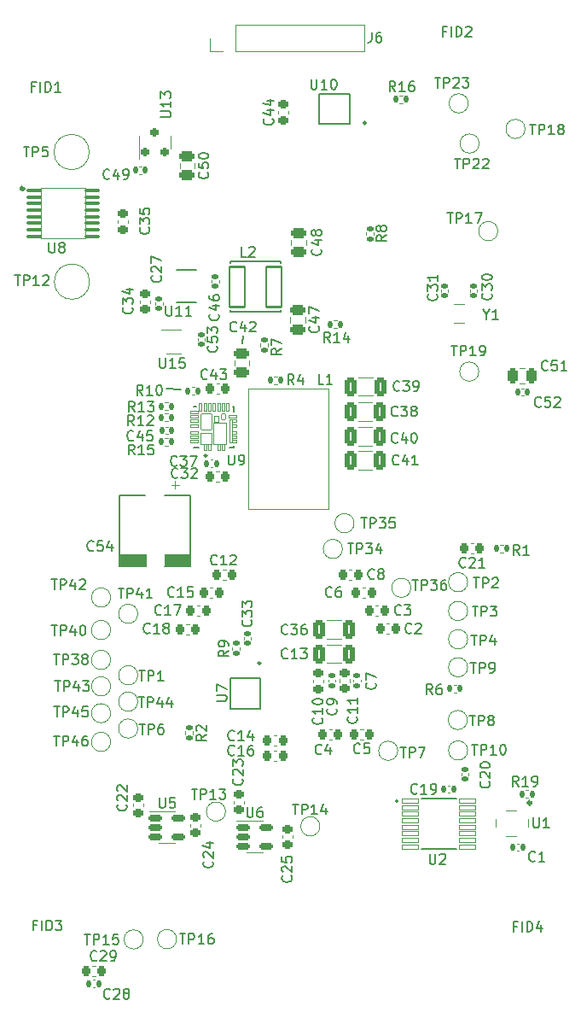
<source format=gbr>
%TF.GenerationSoftware,KiCad,Pcbnew,7.0.10*%
%TF.CreationDate,2024-03-11T15:02:14-04:00*%
%TF.ProjectId,bitaxeUltra,62697461-7865-4556-9c74-72612e6b6963,rev?*%
%TF.SameCoordinates,Original*%
%TF.FileFunction,Legend,Top*%
%TF.FilePolarity,Positive*%
%FSLAX46Y46*%
G04 Gerber Fmt 4.6, Leading zero omitted, Abs format (unit mm)*
G04 Created by KiCad (PCBNEW 7.0.10) date 2024-03-11 15:02:14*
%MOMM*%
%LPD*%
G01*
G04 APERTURE LIST*
G04 Aperture macros list*
%AMRoundRect*
0 Rectangle with rounded corners*
0 $1 Rounding radius*
0 $2 $3 $4 $5 $6 $7 $8 $9 X,Y pos of 4 corners*
0 Add a 4 corners polygon primitive as box body*
4,1,4,$2,$3,$4,$5,$6,$7,$8,$9,$2,$3,0*
0 Add four circle primitives for the rounded corners*
1,1,$1+$1,$2,$3*
1,1,$1+$1,$4,$5*
1,1,$1+$1,$6,$7*
1,1,$1+$1,$8,$9*
0 Add four rect primitives between the rounded corners*
20,1,$1+$1,$2,$3,$4,$5,0*
20,1,$1+$1,$4,$5,$6,$7,0*
20,1,$1+$1,$6,$7,$8,$9,0*
20,1,$1+$1,$8,$9,$2,$3,0*%
G04 Aperture macros list end*
%ADD10C,0.150000*%
%ADD11C,0.153000*%
%ADD12C,0.120000*%
%ADD13C,0.100000*%
%ADD14C,0.310599*%
%ADD15C,0.254165*%
%ADD16C,0.127000*%
%ADD17C,0.200000*%
%ADD18C,0.152400*%
%ADD19C,0.240000*%
%ADD20C,0.313180*%
%ADD21RoundRect,0.225000X-0.225000X-0.250000X0.225000X-0.250000X0.225000X0.250000X-0.225000X0.250000X0*%
%ADD22RoundRect,0.140000X0.140000X0.170000X-0.140000X0.170000X-0.140000X-0.170000X0.140000X-0.170000X0*%
%ADD23RoundRect,0.250000X-0.475000X0.250000X-0.475000X-0.250000X0.475000X-0.250000X0.475000X0.250000X0*%
%ADD24RoundRect,0.100000X-0.637500X-0.100000X0.637500X-0.100000X0.637500X0.100000X-0.637500X0.100000X0*%
%ADD25RoundRect,0.140000X-0.170000X0.140000X-0.170000X-0.140000X0.170000X-0.140000X0.170000X0.140000X0*%
%ADD26C,2.000000*%
%ADD27RoundRect,0.135000X0.135000X0.185000X-0.135000X0.185000X-0.135000X-0.185000X0.135000X-0.185000X0*%
%ADD28RoundRect,0.140000X-0.140000X-0.170000X0.140000X-0.170000X0.140000X0.170000X-0.140000X0.170000X0*%
%ADD29C,1.500000*%
%ADD30RoundRect,0.250000X-0.325000X-0.650000X0.325000X-0.650000X0.325000X0.650000X-0.325000X0.650000X0*%
%ADD31RoundRect,0.135000X-0.185000X0.135000X-0.185000X-0.135000X0.185000X-0.135000X0.185000X0.135000X0*%
%ADD32RoundRect,0.225000X0.225000X0.250000X-0.225000X0.250000X-0.225000X-0.250000X0.225000X-0.250000X0*%
%ADD33C,3.000000*%
%ADD34RoundRect,0.225000X-0.250000X0.225000X-0.250000X-0.225000X0.250000X-0.225000X0.250000X0.225000X0*%
%ADD35R,1.168400X1.600200*%
%ADD36RoundRect,0.150000X-0.512500X-0.150000X0.512500X-0.150000X0.512500X0.150000X-0.512500X0.150000X0*%
%ADD37RoundRect,0.250000X-0.250000X-0.475000X0.250000X-0.475000X0.250000X0.475000X-0.250000X0.475000X0*%
%ADD38R,0.400000X1.100000*%
%ADD39C,0.800000*%
%ADD40C,6.000000*%
%ADD41RoundRect,0.140000X0.170000X-0.140000X0.170000X0.140000X-0.170000X0.140000X-0.170000X-0.140000X0*%
%ADD42RoundRect,0.024300X-0.798700X-0.218700X0.798700X-0.218700X0.798700X0.218700X-0.798700X0.218700X0*%
%ADD43R,2.400000X3.000000*%
%ADD44RoundRect,0.102000X-0.750000X-2.000000X0.750000X-2.000000X0.750000X2.000000X-0.750000X2.000000X0*%
%ADD45RoundRect,0.135000X-0.135000X-0.185000X0.135000X-0.185000X0.135000X0.185000X-0.135000X0.185000X0*%
%ADD46R,1.100000X0.400000*%
%ADD47R,1.700000X1.700000*%
%ADD48O,1.700000X1.700000*%
%ADD49R,1.219200X3.048000*%
%ADD50RoundRect,0.200000X0.200000X-0.250000X0.200000X0.250000X-0.200000X0.250000X-0.200000X-0.250000X0*%
%ADD51C,3.500000*%
%ADD52RoundRect,0.250000X0.475000X-0.250000X0.475000X0.250000X-0.475000X0.250000X-0.475000X-0.250000X0*%
%ADD53RoundRect,0.135000X0.185000X-0.135000X0.185000X0.135000X-0.185000X0.135000X-0.185000X-0.135000X0*%
%ADD54R,0.650000X0.400000*%
%ADD55RoundRect,0.225000X0.250000X-0.225000X0.250000X0.225000X-0.250000X0.225000X-0.250000X-0.225000X0*%
%ADD56RoundRect,0.010000X0.150000X-0.275000X0.150000X0.275000X-0.150000X0.275000X-0.150000X-0.275000X0*%
%ADD57RoundRect,0.010000X0.225000X-0.150000X0.225000X0.150000X-0.225000X0.150000X-0.225000X-0.150000X0*%
%ADD58RoundRect,0.010000X0.140000X-1.175000X0.140000X1.175000X-0.140000X1.175000X-0.140000X-1.175000X0*%
%ADD59RoundRect,0.010000X0.365000X-0.150000X0.365000X0.150000X-0.365000X0.150000X-0.365000X-0.150000X0*%
%ADD60RoundRect,0.010000X0.150000X0.362500X-0.150000X0.362500X-0.150000X-0.362500X0.150000X-0.362500X0*%
%ADD61RoundRect,0.010000X0.362500X-0.150000X0.362500X0.150000X-0.362500X0.150000X-0.362500X-0.150000X0*%
%ADD62RoundRect,0.010000X0.525000X-0.787500X0.525000X0.787500X-0.525000X0.787500X-0.525000X-0.787500X0*%
%ADD63RoundRect,0.010000X0.525000X-0.575000X0.525000X0.575000X-0.525000X0.575000X-0.525000X-0.575000X0*%
%ADD64RoundRect,0.010000X0.600000X-1.087500X0.600000X1.087500X-0.600000X1.087500X-0.600000X-1.087500X0*%
%ADD65RoundRect,0.010000X0.227500X-0.325000X0.227500X0.325000X-0.227500X0.325000X-0.227500X-0.325000X0*%
%ADD66RoundRect,0.010000X0.190000X-0.290000X0.190000X0.290000X-0.190000X0.290000X-0.190000X-0.290000X0*%
%ADD67R,1.300000X1.100000*%
%ADD68R,0.901700X0.508000*%
%ADD69C,1.295400*%
%ADD70C,1.574800*%
%ADD71C,1.700000*%
%ADD72C,0.650000*%
%ADD73O,1.800000X1.000000*%
%ADD74O,2.100000X1.000000*%
%ADD75C,0.990600*%
G04 APERTURE END LIST*
D10*
X93573600Y-85801200D02*
X94996000Y-85852000D01*
X101193600Y-80568800D02*
X101092000Y-81330800D01*
D11*
X97604342Y-84789024D02*
X97556723Y-84836644D01*
X97556723Y-84836644D02*
X97413866Y-84884263D01*
X97413866Y-84884263D02*
X97318628Y-84884263D01*
X97318628Y-84884263D02*
X97175771Y-84836644D01*
X97175771Y-84836644D02*
X97080533Y-84741405D01*
X97080533Y-84741405D02*
X97032914Y-84646167D01*
X97032914Y-84646167D02*
X96985295Y-84455691D01*
X96985295Y-84455691D02*
X96985295Y-84312834D01*
X96985295Y-84312834D02*
X97032914Y-84122358D01*
X97032914Y-84122358D02*
X97080533Y-84027120D01*
X97080533Y-84027120D02*
X97175771Y-83931882D01*
X97175771Y-83931882D02*
X97318628Y-83884263D01*
X97318628Y-83884263D02*
X97413866Y-83884263D01*
X97413866Y-83884263D02*
X97556723Y-83931882D01*
X97556723Y-83931882D02*
X97604342Y-83979501D01*
X98461485Y-84217596D02*
X98461485Y-84884263D01*
X98223390Y-83836644D02*
X97985295Y-84550929D01*
X97985295Y-84550929D02*
X98604342Y-84550929D01*
X98890057Y-83884263D02*
X99509104Y-83884263D01*
X99509104Y-83884263D02*
X99175771Y-84265215D01*
X99175771Y-84265215D02*
X99318628Y-84265215D01*
X99318628Y-84265215D02*
X99413866Y-84312834D01*
X99413866Y-84312834D02*
X99461485Y-84360453D01*
X99461485Y-84360453D02*
X99509104Y-84455691D01*
X99509104Y-84455691D02*
X99509104Y-84693786D01*
X99509104Y-84693786D02*
X99461485Y-84789024D01*
X99461485Y-84789024D02*
X99413866Y-84836644D01*
X99413866Y-84836644D02*
X99318628Y-84884263D01*
X99318628Y-84884263D02*
X99032914Y-84884263D01*
X99032914Y-84884263D02*
X98937676Y-84836644D01*
X98937676Y-84836644D02*
X98890057Y-84789024D01*
X118432342Y-125886224D02*
X118384723Y-125933844D01*
X118384723Y-125933844D02*
X118241866Y-125981463D01*
X118241866Y-125981463D02*
X118146628Y-125981463D01*
X118146628Y-125981463D02*
X118003771Y-125933844D01*
X118003771Y-125933844D02*
X117908533Y-125838605D01*
X117908533Y-125838605D02*
X117860914Y-125743367D01*
X117860914Y-125743367D02*
X117813295Y-125552891D01*
X117813295Y-125552891D02*
X117813295Y-125410034D01*
X117813295Y-125410034D02*
X117860914Y-125219558D01*
X117860914Y-125219558D02*
X117908533Y-125124320D01*
X117908533Y-125124320D02*
X118003771Y-125029082D01*
X118003771Y-125029082D02*
X118146628Y-124981463D01*
X118146628Y-124981463D02*
X118241866Y-124981463D01*
X118241866Y-124981463D02*
X118384723Y-125029082D01*
X118384723Y-125029082D02*
X118432342Y-125076701D01*
X119384723Y-125981463D02*
X118813295Y-125981463D01*
X119099009Y-125981463D02*
X119099009Y-124981463D01*
X119099009Y-124981463D02*
X119003771Y-125124320D01*
X119003771Y-125124320D02*
X118908533Y-125219558D01*
X118908533Y-125219558D02*
X118813295Y-125267177D01*
X119860914Y-125981463D02*
X120051390Y-125981463D01*
X120051390Y-125981463D02*
X120146628Y-125933844D01*
X120146628Y-125933844D02*
X120194247Y-125886224D01*
X120194247Y-125886224D02*
X120289485Y-125743367D01*
X120289485Y-125743367D02*
X120337104Y-125552891D01*
X120337104Y-125552891D02*
X120337104Y-125171939D01*
X120337104Y-125171939D02*
X120289485Y-125076701D01*
X120289485Y-125076701D02*
X120241866Y-125029082D01*
X120241866Y-125029082D02*
X120146628Y-124981463D01*
X120146628Y-124981463D02*
X119956152Y-124981463D01*
X119956152Y-124981463D02*
X119860914Y-125029082D01*
X119860914Y-125029082D02*
X119813295Y-125076701D01*
X119813295Y-125076701D02*
X119765676Y-125171939D01*
X119765676Y-125171939D02*
X119765676Y-125410034D01*
X119765676Y-125410034D02*
X119813295Y-125505272D01*
X119813295Y-125505272D02*
X119860914Y-125552891D01*
X119860914Y-125552891D02*
X119956152Y-125600510D01*
X119956152Y-125600510D02*
X120146628Y-125600510D01*
X120146628Y-125600510D02*
X120241866Y-125552891D01*
X120241866Y-125552891D02*
X120289485Y-125505272D01*
X120289485Y-125505272D02*
X120337104Y-125410034D01*
X97645024Y-64346057D02*
X97692644Y-64393676D01*
X97692644Y-64393676D02*
X97740263Y-64536533D01*
X97740263Y-64536533D02*
X97740263Y-64631771D01*
X97740263Y-64631771D02*
X97692644Y-64774628D01*
X97692644Y-64774628D02*
X97597405Y-64869866D01*
X97597405Y-64869866D02*
X97502167Y-64917485D01*
X97502167Y-64917485D02*
X97311691Y-64965104D01*
X97311691Y-64965104D02*
X97168834Y-64965104D01*
X97168834Y-64965104D02*
X96978358Y-64917485D01*
X96978358Y-64917485D02*
X96883120Y-64869866D01*
X96883120Y-64869866D02*
X96787882Y-64774628D01*
X96787882Y-64774628D02*
X96740263Y-64631771D01*
X96740263Y-64631771D02*
X96740263Y-64536533D01*
X96740263Y-64536533D02*
X96787882Y-64393676D01*
X96787882Y-64393676D02*
X96835501Y-64346057D01*
X96740263Y-63441295D02*
X96740263Y-63917485D01*
X96740263Y-63917485D02*
X97216453Y-63965104D01*
X97216453Y-63965104D02*
X97168834Y-63917485D01*
X97168834Y-63917485D02*
X97121215Y-63822247D01*
X97121215Y-63822247D02*
X97121215Y-63584152D01*
X97121215Y-63584152D02*
X97168834Y-63488914D01*
X97168834Y-63488914D02*
X97216453Y-63441295D01*
X97216453Y-63441295D02*
X97311691Y-63393676D01*
X97311691Y-63393676D02*
X97549786Y-63393676D01*
X97549786Y-63393676D02*
X97645024Y-63441295D01*
X97645024Y-63441295D02*
X97692644Y-63488914D01*
X97692644Y-63488914D02*
X97740263Y-63584152D01*
X97740263Y-63584152D02*
X97740263Y-63822247D01*
X97740263Y-63822247D02*
X97692644Y-63917485D01*
X97692644Y-63917485D02*
X97645024Y-63965104D01*
X96740263Y-62774628D02*
X96740263Y-62679390D01*
X96740263Y-62679390D02*
X96787882Y-62584152D01*
X96787882Y-62584152D02*
X96835501Y-62536533D01*
X96835501Y-62536533D02*
X96930739Y-62488914D01*
X96930739Y-62488914D02*
X97121215Y-62441295D01*
X97121215Y-62441295D02*
X97359310Y-62441295D01*
X97359310Y-62441295D02*
X97549786Y-62488914D01*
X97549786Y-62488914D02*
X97645024Y-62536533D01*
X97645024Y-62536533D02*
X97692644Y-62584152D01*
X97692644Y-62584152D02*
X97740263Y-62679390D01*
X97740263Y-62679390D02*
X97740263Y-62774628D01*
X97740263Y-62774628D02*
X97692644Y-62869866D01*
X97692644Y-62869866D02*
X97645024Y-62917485D01*
X97645024Y-62917485D02*
X97549786Y-62965104D01*
X97549786Y-62965104D02*
X97359310Y-63012723D01*
X97359310Y-63012723D02*
X97121215Y-63012723D01*
X97121215Y-63012723D02*
X96930739Y-62965104D01*
X96930739Y-62965104D02*
X96835501Y-62917485D01*
X96835501Y-62917485D02*
X96787882Y-62869866D01*
X96787882Y-62869866D02*
X96740263Y-62774628D01*
X81901395Y-71347263D02*
X81901395Y-72156786D01*
X81901395Y-72156786D02*
X81949014Y-72252024D01*
X81949014Y-72252024D02*
X81996633Y-72299644D01*
X81996633Y-72299644D02*
X82091871Y-72347263D01*
X82091871Y-72347263D02*
X82282347Y-72347263D01*
X82282347Y-72347263D02*
X82377585Y-72299644D01*
X82377585Y-72299644D02*
X82425204Y-72252024D01*
X82425204Y-72252024D02*
X82472823Y-72156786D01*
X82472823Y-72156786D02*
X82472823Y-71347263D01*
X83091871Y-71775834D02*
X82996633Y-71728215D01*
X82996633Y-71728215D02*
X82949014Y-71680596D01*
X82949014Y-71680596D02*
X82901395Y-71585358D01*
X82901395Y-71585358D02*
X82901395Y-71537739D01*
X82901395Y-71537739D02*
X82949014Y-71442501D01*
X82949014Y-71442501D02*
X82996633Y-71394882D01*
X82996633Y-71394882D02*
X83091871Y-71347263D01*
X83091871Y-71347263D02*
X83282347Y-71347263D01*
X83282347Y-71347263D02*
X83377585Y-71394882D01*
X83377585Y-71394882D02*
X83425204Y-71442501D01*
X83425204Y-71442501D02*
X83472823Y-71537739D01*
X83472823Y-71537739D02*
X83472823Y-71585358D01*
X83472823Y-71585358D02*
X83425204Y-71680596D01*
X83425204Y-71680596D02*
X83377585Y-71728215D01*
X83377585Y-71728215D02*
X83282347Y-71775834D01*
X83282347Y-71775834D02*
X83091871Y-71775834D01*
X83091871Y-71775834D02*
X82996633Y-71823453D01*
X82996633Y-71823453D02*
X82949014Y-71871072D01*
X82949014Y-71871072D02*
X82901395Y-71966310D01*
X82901395Y-71966310D02*
X82901395Y-72156786D01*
X82901395Y-72156786D02*
X82949014Y-72252024D01*
X82949014Y-72252024D02*
X82996633Y-72299644D01*
X82996633Y-72299644D02*
X83091871Y-72347263D01*
X83091871Y-72347263D02*
X83282347Y-72347263D01*
X83282347Y-72347263D02*
X83377585Y-72299644D01*
X83377585Y-72299644D02*
X83425204Y-72252024D01*
X83425204Y-72252024D02*
X83472823Y-72156786D01*
X83472823Y-72156786D02*
X83472823Y-71966310D01*
X83472823Y-71966310D02*
X83425204Y-71871072D01*
X83425204Y-71871072D02*
X83377585Y-71823453D01*
X83377585Y-71823453D02*
X83282347Y-71775834D01*
X114253024Y-114974666D02*
X114300644Y-115022285D01*
X114300644Y-115022285D02*
X114348263Y-115165142D01*
X114348263Y-115165142D02*
X114348263Y-115260380D01*
X114348263Y-115260380D02*
X114300644Y-115403237D01*
X114300644Y-115403237D02*
X114205405Y-115498475D01*
X114205405Y-115498475D02*
X114110167Y-115546094D01*
X114110167Y-115546094D02*
X113919691Y-115593713D01*
X113919691Y-115593713D02*
X113776834Y-115593713D01*
X113776834Y-115593713D02*
X113586358Y-115546094D01*
X113586358Y-115546094D02*
X113491120Y-115498475D01*
X113491120Y-115498475D02*
X113395882Y-115403237D01*
X113395882Y-115403237D02*
X113348263Y-115260380D01*
X113348263Y-115260380D02*
X113348263Y-115165142D01*
X113348263Y-115165142D02*
X113395882Y-115022285D01*
X113395882Y-115022285D02*
X113443501Y-114974666D01*
X113348263Y-114641332D02*
X113348263Y-113974666D01*
X113348263Y-113974666D02*
X114348263Y-114403237D01*
X121300571Y-50399853D02*
X120967238Y-50399853D01*
X120967238Y-50923663D02*
X120967238Y-49923663D01*
X120967238Y-49923663D02*
X121443428Y-49923663D01*
X121824381Y-50923663D02*
X121824381Y-49923663D01*
X122300571Y-50923663D02*
X122300571Y-49923663D01*
X122300571Y-49923663D02*
X122538666Y-49923663D01*
X122538666Y-49923663D02*
X122681523Y-49971282D01*
X122681523Y-49971282D02*
X122776761Y-50066520D01*
X122776761Y-50066520D02*
X122824380Y-50161758D01*
X122824380Y-50161758D02*
X122871999Y-50352234D01*
X122871999Y-50352234D02*
X122871999Y-50495091D01*
X122871999Y-50495091D02*
X122824380Y-50685567D01*
X122824380Y-50685567D02*
X122776761Y-50780805D01*
X122776761Y-50780805D02*
X122681523Y-50876044D01*
X122681523Y-50876044D02*
X122538666Y-50923663D01*
X122538666Y-50923663D02*
X122300571Y-50923663D01*
X123252952Y-50018901D02*
X123300571Y-49971282D01*
X123300571Y-49971282D02*
X123395809Y-49923663D01*
X123395809Y-49923663D02*
X123633904Y-49923663D01*
X123633904Y-49923663D02*
X123729142Y-49971282D01*
X123729142Y-49971282D02*
X123776761Y-50018901D01*
X123776761Y-50018901D02*
X123824380Y-50114139D01*
X123824380Y-50114139D02*
X123824380Y-50209377D01*
X123824380Y-50209377D02*
X123776761Y-50352234D01*
X123776761Y-50352234D02*
X123205333Y-50923663D01*
X123205333Y-50923663D02*
X123824380Y-50923663D01*
X128330571Y-139103853D02*
X127997238Y-139103853D01*
X127997238Y-139627663D02*
X127997238Y-138627663D01*
X127997238Y-138627663D02*
X128473428Y-138627663D01*
X128854381Y-139627663D02*
X128854381Y-138627663D01*
X129330571Y-139627663D02*
X129330571Y-138627663D01*
X129330571Y-138627663D02*
X129568666Y-138627663D01*
X129568666Y-138627663D02*
X129711523Y-138675282D01*
X129711523Y-138675282D02*
X129806761Y-138770520D01*
X129806761Y-138770520D02*
X129854380Y-138865758D01*
X129854380Y-138865758D02*
X129901999Y-139056234D01*
X129901999Y-139056234D02*
X129901999Y-139199091D01*
X129901999Y-139199091D02*
X129854380Y-139389567D01*
X129854380Y-139389567D02*
X129806761Y-139484805D01*
X129806761Y-139484805D02*
X129711523Y-139580044D01*
X129711523Y-139580044D02*
X129568666Y-139627663D01*
X129568666Y-139627663D02*
X129330571Y-139627663D01*
X130759142Y-138960996D02*
X130759142Y-139627663D01*
X130521047Y-138580044D02*
X130282952Y-139294329D01*
X130282952Y-139294329D02*
X130901999Y-139294329D01*
X90390742Y-88084663D02*
X90057409Y-87608472D01*
X89819314Y-88084663D02*
X89819314Y-87084663D01*
X89819314Y-87084663D02*
X90200266Y-87084663D01*
X90200266Y-87084663D02*
X90295504Y-87132282D01*
X90295504Y-87132282D02*
X90343123Y-87179901D01*
X90343123Y-87179901D02*
X90390742Y-87275139D01*
X90390742Y-87275139D02*
X90390742Y-87417996D01*
X90390742Y-87417996D02*
X90343123Y-87513234D01*
X90343123Y-87513234D02*
X90295504Y-87560853D01*
X90295504Y-87560853D02*
X90200266Y-87608472D01*
X90200266Y-87608472D02*
X89819314Y-87608472D01*
X91343123Y-88084663D02*
X90771695Y-88084663D01*
X91057409Y-88084663D02*
X91057409Y-87084663D01*
X91057409Y-87084663D02*
X90962171Y-87227520D01*
X90962171Y-87227520D02*
X90866933Y-87322758D01*
X90866933Y-87322758D02*
X90771695Y-87370377D01*
X91676457Y-87084663D02*
X92295504Y-87084663D01*
X92295504Y-87084663D02*
X91962171Y-87465615D01*
X91962171Y-87465615D02*
X92105028Y-87465615D01*
X92105028Y-87465615D02*
X92200266Y-87513234D01*
X92200266Y-87513234D02*
X92247885Y-87560853D01*
X92247885Y-87560853D02*
X92295504Y-87656091D01*
X92295504Y-87656091D02*
X92295504Y-87894186D01*
X92295504Y-87894186D02*
X92247885Y-87989424D01*
X92247885Y-87989424D02*
X92200266Y-88037044D01*
X92200266Y-88037044D02*
X92105028Y-88084663D01*
X92105028Y-88084663D02*
X91819314Y-88084663D01*
X91819314Y-88084663D02*
X91724076Y-88037044D01*
X91724076Y-88037044D02*
X91676457Y-87989424D01*
X80654571Y-138999853D02*
X80321238Y-138999853D01*
X80321238Y-139523663D02*
X80321238Y-138523663D01*
X80321238Y-138523663D02*
X80797428Y-138523663D01*
X81178381Y-139523663D02*
X81178381Y-138523663D01*
X81654571Y-139523663D02*
X81654571Y-138523663D01*
X81654571Y-138523663D02*
X81892666Y-138523663D01*
X81892666Y-138523663D02*
X82035523Y-138571282D01*
X82035523Y-138571282D02*
X82130761Y-138666520D01*
X82130761Y-138666520D02*
X82178380Y-138761758D01*
X82178380Y-138761758D02*
X82225999Y-138952234D01*
X82225999Y-138952234D02*
X82225999Y-139095091D01*
X82225999Y-139095091D02*
X82178380Y-139285567D01*
X82178380Y-139285567D02*
X82130761Y-139380805D01*
X82130761Y-139380805D02*
X82035523Y-139476044D01*
X82035523Y-139476044D02*
X81892666Y-139523663D01*
X81892666Y-139523663D02*
X81654571Y-139523663D01*
X82559333Y-138523663D02*
X83178380Y-138523663D01*
X83178380Y-138523663D02*
X82845047Y-138904615D01*
X82845047Y-138904615D02*
X82987904Y-138904615D01*
X82987904Y-138904615D02*
X83083142Y-138952234D01*
X83083142Y-138952234D02*
X83130761Y-138999853D01*
X83130761Y-138999853D02*
X83178380Y-139095091D01*
X83178380Y-139095091D02*
X83178380Y-139333186D01*
X83178380Y-139333186D02*
X83130761Y-139428424D01*
X83130761Y-139428424D02*
X83083142Y-139476044D01*
X83083142Y-139476044D02*
X82987904Y-139523663D01*
X82987904Y-139523663D02*
X82702190Y-139523663D01*
X82702190Y-139523663D02*
X82606952Y-139476044D01*
X82606952Y-139476044D02*
X82559333Y-139428424D01*
X119963333Y-116124663D02*
X119630000Y-115648472D01*
X119391905Y-116124663D02*
X119391905Y-115124663D01*
X119391905Y-115124663D02*
X119772857Y-115124663D01*
X119772857Y-115124663D02*
X119868095Y-115172282D01*
X119868095Y-115172282D02*
X119915714Y-115219901D01*
X119915714Y-115219901D02*
X119963333Y-115315139D01*
X119963333Y-115315139D02*
X119963333Y-115457996D01*
X119963333Y-115457996D02*
X119915714Y-115553234D01*
X119915714Y-115553234D02*
X119868095Y-115600853D01*
X119868095Y-115600853D02*
X119772857Y-115648472D01*
X119772857Y-115648472D02*
X119391905Y-115648472D01*
X120820476Y-115124663D02*
X120630000Y-115124663D01*
X120630000Y-115124663D02*
X120534762Y-115172282D01*
X120534762Y-115172282D02*
X120487143Y-115219901D01*
X120487143Y-115219901D02*
X120391905Y-115362758D01*
X120391905Y-115362758D02*
X120344286Y-115553234D01*
X120344286Y-115553234D02*
X120344286Y-115934186D01*
X120344286Y-115934186D02*
X120391905Y-116029424D01*
X120391905Y-116029424D02*
X120439524Y-116077044D01*
X120439524Y-116077044D02*
X120534762Y-116124663D01*
X120534762Y-116124663D02*
X120725238Y-116124663D01*
X120725238Y-116124663D02*
X120820476Y-116077044D01*
X120820476Y-116077044D02*
X120868095Y-116029424D01*
X120868095Y-116029424D02*
X120915714Y-115934186D01*
X120915714Y-115934186D02*
X120915714Y-115696091D01*
X120915714Y-115696091D02*
X120868095Y-115600853D01*
X120868095Y-115600853D02*
X120820476Y-115553234D01*
X120820476Y-115553234D02*
X120725238Y-115505615D01*
X120725238Y-115505615D02*
X120534762Y-115505615D01*
X120534762Y-115505615D02*
X120439524Y-115553234D01*
X120439524Y-115553234D02*
X120391905Y-115600853D01*
X120391905Y-115600853D02*
X120344286Y-115696091D01*
X130135333Y-132591824D02*
X130087714Y-132639444D01*
X130087714Y-132639444D02*
X129944857Y-132687063D01*
X129944857Y-132687063D02*
X129849619Y-132687063D01*
X129849619Y-132687063D02*
X129706762Y-132639444D01*
X129706762Y-132639444D02*
X129611524Y-132544205D01*
X129611524Y-132544205D02*
X129563905Y-132448967D01*
X129563905Y-132448967D02*
X129516286Y-132258491D01*
X129516286Y-132258491D02*
X129516286Y-132115634D01*
X129516286Y-132115634D02*
X129563905Y-131925158D01*
X129563905Y-131925158D02*
X129611524Y-131829920D01*
X129611524Y-131829920D02*
X129706762Y-131734682D01*
X129706762Y-131734682D02*
X129849619Y-131687063D01*
X129849619Y-131687063D02*
X129944857Y-131687063D01*
X129944857Y-131687063D02*
X130087714Y-131734682D01*
X130087714Y-131734682D02*
X130135333Y-131782301D01*
X131087714Y-132687063D02*
X130516286Y-132687063D01*
X130802000Y-132687063D02*
X130802000Y-131687063D01*
X130802000Y-131687063D02*
X130706762Y-131829920D01*
X130706762Y-131829920D02*
X130611524Y-131925158D01*
X130611524Y-131925158D02*
X130516286Y-131972777D01*
X82361305Y-112154463D02*
X82932733Y-112154463D01*
X82647019Y-113154463D02*
X82647019Y-112154463D01*
X83266067Y-113154463D02*
X83266067Y-112154463D01*
X83266067Y-112154463D02*
X83647019Y-112154463D01*
X83647019Y-112154463D02*
X83742257Y-112202082D01*
X83742257Y-112202082D02*
X83789876Y-112249701D01*
X83789876Y-112249701D02*
X83837495Y-112344939D01*
X83837495Y-112344939D02*
X83837495Y-112487796D01*
X83837495Y-112487796D02*
X83789876Y-112583034D01*
X83789876Y-112583034D02*
X83742257Y-112630653D01*
X83742257Y-112630653D02*
X83647019Y-112678272D01*
X83647019Y-112678272D02*
X83266067Y-112678272D01*
X84170829Y-112154463D02*
X84789876Y-112154463D01*
X84789876Y-112154463D02*
X84456543Y-112535415D01*
X84456543Y-112535415D02*
X84599400Y-112535415D01*
X84599400Y-112535415D02*
X84694638Y-112583034D01*
X84694638Y-112583034D02*
X84742257Y-112630653D01*
X84742257Y-112630653D02*
X84789876Y-112725891D01*
X84789876Y-112725891D02*
X84789876Y-112963986D01*
X84789876Y-112963986D02*
X84742257Y-113059224D01*
X84742257Y-113059224D02*
X84694638Y-113106844D01*
X84694638Y-113106844D02*
X84599400Y-113154463D01*
X84599400Y-113154463D02*
X84313686Y-113154463D01*
X84313686Y-113154463D02*
X84218448Y-113106844D01*
X84218448Y-113106844D02*
X84170829Y-113059224D01*
X85361305Y-112583034D02*
X85266067Y-112535415D01*
X85266067Y-112535415D02*
X85218448Y-112487796D01*
X85218448Y-112487796D02*
X85170829Y-112392558D01*
X85170829Y-112392558D02*
X85170829Y-112344939D01*
X85170829Y-112344939D02*
X85218448Y-112249701D01*
X85218448Y-112249701D02*
X85266067Y-112202082D01*
X85266067Y-112202082D02*
X85361305Y-112154463D01*
X85361305Y-112154463D02*
X85551781Y-112154463D01*
X85551781Y-112154463D02*
X85647019Y-112202082D01*
X85647019Y-112202082D02*
X85694638Y-112249701D01*
X85694638Y-112249701D02*
X85742257Y-112344939D01*
X85742257Y-112344939D02*
X85742257Y-112392558D01*
X85742257Y-112392558D02*
X85694638Y-112487796D01*
X85694638Y-112487796D02*
X85647019Y-112535415D01*
X85647019Y-112535415D02*
X85551781Y-112583034D01*
X85551781Y-112583034D02*
X85361305Y-112583034D01*
X85361305Y-112583034D02*
X85266067Y-112630653D01*
X85266067Y-112630653D02*
X85218448Y-112678272D01*
X85218448Y-112678272D02*
X85170829Y-112773510D01*
X85170829Y-112773510D02*
X85170829Y-112963986D01*
X85170829Y-112963986D02*
X85218448Y-113059224D01*
X85218448Y-113059224D02*
X85266067Y-113106844D01*
X85266067Y-113106844D02*
X85361305Y-113154463D01*
X85361305Y-113154463D02*
X85551781Y-113154463D01*
X85551781Y-113154463D02*
X85647019Y-113106844D01*
X85647019Y-113106844D02*
X85694638Y-113059224D01*
X85694638Y-113059224D02*
X85742257Y-112963986D01*
X85742257Y-112963986D02*
X85742257Y-112773510D01*
X85742257Y-112773510D02*
X85694638Y-112678272D01*
X85694638Y-112678272D02*
X85647019Y-112630653D01*
X85647019Y-112630653D02*
X85551781Y-112583034D01*
X116603542Y-93272624D02*
X116555923Y-93320244D01*
X116555923Y-93320244D02*
X116413066Y-93367863D01*
X116413066Y-93367863D02*
X116317828Y-93367863D01*
X116317828Y-93367863D02*
X116174971Y-93320244D01*
X116174971Y-93320244D02*
X116079733Y-93225005D01*
X116079733Y-93225005D02*
X116032114Y-93129767D01*
X116032114Y-93129767D02*
X115984495Y-92939291D01*
X115984495Y-92939291D02*
X115984495Y-92796434D01*
X115984495Y-92796434D02*
X116032114Y-92605958D01*
X116032114Y-92605958D02*
X116079733Y-92510720D01*
X116079733Y-92510720D02*
X116174971Y-92415482D01*
X116174971Y-92415482D02*
X116317828Y-92367863D01*
X116317828Y-92367863D02*
X116413066Y-92367863D01*
X116413066Y-92367863D02*
X116555923Y-92415482D01*
X116555923Y-92415482D02*
X116603542Y-92463101D01*
X117460685Y-92701196D02*
X117460685Y-93367863D01*
X117222590Y-92320244D02*
X116984495Y-93034529D01*
X116984495Y-93034529D02*
X117603542Y-93034529D01*
X118508304Y-93367863D02*
X117936876Y-93367863D01*
X118222590Y-93367863D02*
X118222590Y-92367863D01*
X118222590Y-92367863D02*
X118127352Y-92510720D01*
X118127352Y-92510720D02*
X118032114Y-92605958D01*
X118032114Y-92605958D02*
X117936876Y-92653577D01*
X121819905Y-81533663D02*
X122391333Y-81533663D01*
X122105619Y-82533663D02*
X122105619Y-81533663D01*
X122724667Y-82533663D02*
X122724667Y-81533663D01*
X122724667Y-81533663D02*
X123105619Y-81533663D01*
X123105619Y-81533663D02*
X123200857Y-81581282D01*
X123200857Y-81581282D02*
X123248476Y-81628901D01*
X123248476Y-81628901D02*
X123296095Y-81724139D01*
X123296095Y-81724139D02*
X123296095Y-81866996D01*
X123296095Y-81866996D02*
X123248476Y-81962234D01*
X123248476Y-81962234D02*
X123200857Y-82009853D01*
X123200857Y-82009853D02*
X123105619Y-82057472D01*
X123105619Y-82057472D02*
X122724667Y-82057472D01*
X124248476Y-82533663D02*
X123677048Y-82533663D01*
X123962762Y-82533663D02*
X123962762Y-81533663D01*
X123962762Y-81533663D02*
X123867524Y-81676520D01*
X123867524Y-81676520D02*
X123772286Y-81771758D01*
X123772286Y-81771758D02*
X123677048Y-81819377D01*
X124724667Y-82533663D02*
X124915143Y-82533663D01*
X124915143Y-82533663D02*
X125010381Y-82486044D01*
X125010381Y-82486044D02*
X125058000Y-82438424D01*
X125058000Y-82438424D02*
X125153238Y-82295567D01*
X125153238Y-82295567D02*
X125200857Y-82105091D01*
X125200857Y-82105091D02*
X125200857Y-81724139D01*
X125200857Y-81724139D02*
X125153238Y-81628901D01*
X125153238Y-81628901D02*
X125105619Y-81581282D01*
X125105619Y-81581282D02*
X125010381Y-81533663D01*
X125010381Y-81533663D02*
X124819905Y-81533663D01*
X124819905Y-81533663D02*
X124724667Y-81581282D01*
X124724667Y-81581282D02*
X124677048Y-81628901D01*
X124677048Y-81628901D02*
X124629429Y-81724139D01*
X124629429Y-81724139D02*
X124629429Y-81962234D01*
X124629429Y-81962234D02*
X124677048Y-82057472D01*
X124677048Y-82057472D02*
X124724667Y-82105091D01*
X124724667Y-82105091D02*
X124819905Y-82152710D01*
X124819905Y-82152710D02*
X125010381Y-82152710D01*
X125010381Y-82152710D02*
X125105619Y-82105091D01*
X125105619Y-82105091D02*
X125153238Y-82057472D01*
X125153238Y-82057472D02*
X125200857Y-81962234D01*
X115394663Y-70606666D02*
X114918472Y-70939999D01*
X115394663Y-71178094D02*
X114394663Y-71178094D01*
X114394663Y-71178094D02*
X114394663Y-70797142D01*
X114394663Y-70797142D02*
X114442282Y-70701904D01*
X114442282Y-70701904D02*
X114489901Y-70654285D01*
X114489901Y-70654285D02*
X114585139Y-70606666D01*
X114585139Y-70606666D02*
X114727996Y-70606666D01*
X114727996Y-70606666D02*
X114823234Y-70654285D01*
X114823234Y-70654285D02*
X114870853Y-70701904D01*
X114870853Y-70701904D02*
X114918472Y-70797142D01*
X114918472Y-70797142D02*
X114918472Y-71178094D01*
X114823234Y-70035237D02*
X114775615Y-70130475D01*
X114775615Y-70130475D02*
X114727996Y-70178094D01*
X114727996Y-70178094D02*
X114632758Y-70225713D01*
X114632758Y-70225713D02*
X114585139Y-70225713D01*
X114585139Y-70225713D02*
X114489901Y-70178094D01*
X114489901Y-70178094D02*
X114442282Y-70130475D01*
X114442282Y-70130475D02*
X114394663Y-70035237D01*
X114394663Y-70035237D02*
X114394663Y-69844761D01*
X114394663Y-69844761D02*
X114442282Y-69749523D01*
X114442282Y-69749523D02*
X114489901Y-69701904D01*
X114489901Y-69701904D02*
X114585139Y-69654285D01*
X114585139Y-69654285D02*
X114632758Y-69654285D01*
X114632758Y-69654285D02*
X114727996Y-69701904D01*
X114727996Y-69701904D02*
X114775615Y-69749523D01*
X114775615Y-69749523D02*
X114823234Y-69844761D01*
X114823234Y-69844761D02*
X114823234Y-70035237D01*
X114823234Y-70035237D02*
X114870853Y-70130475D01*
X114870853Y-70130475D02*
X114918472Y-70178094D01*
X114918472Y-70178094D02*
X115013710Y-70225713D01*
X115013710Y-70225713D02*
X115204186Y-70225713D01*
X115204186Y-70225713D02*
X115299424Y-70178094D01*
X115299424Y-70178094D02*
X115347044Y-70130475D01*
X115347044Y-70130475D02*
X115394663Y-70035237D01*
X115394663Y-70035237D02*
X115394663Y-69844761D01*
X115394663Y-69844761D02*
X115347044Y-69749523D01*
X115347044Y-69749523D02*
X115299424Y-69701904D01*
X115299424Y-69701904D02*
X115204186Y-69654285D01*
X115204186Y-69654285D02*
X115013710Y-69654285D01*
X115013710Y-69654285D02*
X114918472Y-69701904D01*
X114918472Y-69701904D02*
X114870853Y-69749523D01*
X114870853Y-69749523D02*
X114823234Y-69844761D01*
X116825733Y-108157024D02*
X116778114Y-108204644D01*
X116778114Y-108204644D02*
X116635257Y-108252263D01*
X116635257Y-108252263D02*
X116540019Y-108252263D01*
X116540019Y-108252263D02*
X116397162Y-108204644D01*
X116397162Y-108204644D02*
X116301924Y-108109405D01*
X116301924Y-108109405D02*
X116254305Y-108014167D01*
X116254305Y-108014167D02*
X116206686Y-107823691D01*
X116206686Y-107823691D02*
X116206686Y-107680834D01*
X116206686Y-107680834D02*
X116254305Y-107490358D01*
X116254305Y-107490358D02*
X116301924Y-107395120D01*
X116301924Y-107395120D02*
X116397162Y-107299882D01*
X116397162Y-107299882D02*
X116540019Y-107252263D01*
X116540019Y-107252263D02*
X116635257Y-107252263D01*
X116635257Y-107252263D02*
X116778114Y-107299882D01*
X116778114Y-107299882D02*
X116825733Y-107347501D01*
X117159067Y-107252263D02*
X117778114Y-107252263D01*
X117778114Y-107252263D02*
X117444781Y-107633215D01*
X117444781Y-107633215D02*
X117587638Y-107633215D01*
X117587638Y-107633215D02*
X117682876Y-107680834D01*
X117682876Y-107680834D02*
X117730495Y-107728453D01*
X117730495Y-107728453D02*
X117778114Y-107823691D01*
X117778114Y-107823691D02*
X117778114Y-108061786D01*
X117778114Y-108061786D02*
X117730495Y-108157024D01*
X117730495Y-108157024D02*
X117682876Y-108204644D01*
X117682876Y-108204644D02*
X117587638Y-108252263D01*
X117587638Y-108252263D02*
X117301924Y-108252263D01*
X117301924Y-108252263D02*
X117206686Y-108204644D01*
X117206686Y-108204644D02*
X117159067Y-108157024D01*
X116501942Y-88446624D02*
X116454323Y-88494244D01*
X116454323Y-88494244D02*
X116311466Y-88541863D01*
X116311466Y-88541863D02*
X116216228Y-88541863D01*
X116216228Y-88541863D02*
X116073371Y-88494244D01*
X116073371Y-88494244D02*
X115978133Y-88399005D01*
X115978133Y-88399005D02*
X115930514Y-88303767D01*
X115930514Y-88303767D02*
X115882895Y-88113291D01*
X115882895Y-88113291D02*
X115882895Y-87970434D01*
X115882895Y-87970434D02*
X115930514Y-87779958D01*
X115930514Y-87779958D02*
X115978133Y-87684720D01*
X115978133Y-87684720D02*
X116073371Y-87589482D01*
X116073371Y-87589482D02*
X116216228Y-87541863D01*
X116216228Y-87541863D02*
X116311466Y-87541863D01*
X116311466Y-87541863D02*
X116454323Y-87589482D01*
X116454323Y-87589482D02*
X116501942Y-87637101D01*
X116835276Y-87541863D02*
X117454323Y-87541863D01*
X117454323Y-87541863D02*
X117120990Y-87922815D01*
X117120990Y-87922815D02*
X117263847Y-87922815D01*
X117263847Y-87922815D02*
X117359085Y-87970434D01*
X117359085Y-87970434D02*
X117406704Y-88018053D01*
X117406704Y-88018053D02*
X117454323Y-88113291D01*
X117454323Y-88113291D02*
X117454323Y-88351386D01*
X117454323Y-88351386D02*
X117406704Y-88446624D01*
X117406704Y-88446624D02*
X117359085Y-88494244D01*
X117359085Y-88494244D02*
X117263847Y-88541863D01*
X117263847Y-88541863D02*
X116978133Y-88541863D01*
X116978133Y-88541863D02*
X116882895Y-88494244D01*
X116882895Y-88494244D02*
X116835276Y-88446624D01*
X118025752Y-87970434D02*
X117930514Y-87922815D01*
X117930514Y-87922815D02*
X117882895Y-87875196D01*
X117882895Y-87875196D02*
X117835276Y-87779958D01*
X117835276Y-87779958D02*
X117835276Y-87732339D01*
X117835276Y-87732339D02*
X117882895Y-87637101D01*
X117882895Y-87637101D02*
X117930514Y-87589482D01*
X117930514Y-87589482D02*
X118025752Y-87541863D01*
X118025752Y-87541863D02*
X118216228Y-87541863D01*
X118216228Y-87541863D02*
X118311466Y-87589482D01*
X118311466Y-87589482D02*
X118359085Y-87637101D01*
X118359085Y-87637101D02*
X118406704Y-87732339D01*
X118406704Y-87732339D02*
X118406704Y-87779958D01*
X118406704Y-87779958D02*
X118359085Y-87875196D01*
X118359085Y-87875196D02*
X118311466Y-87922815D01*
X118311466Y-87922815D02*
X118216228Y-87970434D01*
X118216228Y-87970434D02*
X118025752Y-87970434D01*
X118025752Y-87970434D02*
X117930514Y-88018053D01*
X117930514Y-88018053D02*
X117882895Y-88065672D01*
X117882895Y-88065672D02*
X117835276Y-88160910D01*
X117835276Y-88160910D02*
X117835276Y-88351386D01*
X117835276Y-88351386D02*
X117882895Y-88446624D01*
X117882895Y-88446624D02*
X117930514Y-88494244D01*
X117930514Y-88494244D02*
X118025752Y-88541863D01*
X118025752Y-88541863D02*
X118216228Y-88541863D01*
X118216228Y-88541863D02*
X118311466Y-88494244D01*
X118311466Y-88494244D02*
X118359085Y-88446624D01*
X118359085Y-88446624D02*
X118406704Y-88351386D01*
X118406704Y-88351386D02*
X118406704Y-88160910D01*
X118406704Y-88160910D02*
X118359085Y-88065672D01*
X118359085Y-88065672D02*
X118311466Y-88018053D01*
X118311466Y-88018053D02*
X118216228Y-87970434D01*
X112866705Y-98616263D02*
X113438133Y-98616263D01*
X113152419Y-99616263D02*
X113152419Y-98616263D01*
X113771467Y-99616263D02*
X113771467Y-98616263D01*
X113771467Y-98616263D02*
X114152419Y-98616263D01*
X114152419Y-98616263D02*
X114247657Y-98663882D01*
X114247657Y-98663882D02*
X114295276Y-98711501D01*
X114295276Y-98711501D02*
X114342895Y-98806739D01*
X114342895Y-98806739D02*
X114342895Y-98949596D01*
X114342895Y-98949596D02*
X114295276Y-99044834D01*
X114295276Y-99044834D02*
X114247657Y-99092453D01*
X114247657Y-99092453D02*
X114152419Y-99140072D01*
X114152419Y-99140072D02*
X113771467Y-99140072D01*
X114676229Y-98616263D02*
X115295276Y-98616263D01*
X115295276Y-98616263D02*
X114961943Y-98997215D01*
X114961943Y-98997215D02*
X115104800Y-98997215D01*
X115104800Y-98997215D02*
X115200038Y-99044834D01*
X115200038Y-99044834D02*
X115247657Y-99092453D01*
X115247657Y-99092453D02*
X115295276Y-99187691D01*
X115295276Y-99187691D02*
X115295276Y-99425786D01*
X115295276Y-99425786D02*
X115247657Y-99521024D01*
X115247657Y-99521024D02*
X115200038Y-99568644D01*
X115200038Y-99568644D02*
X115104800Y-99616263D01*
X115104800Y-99616263D02*
X114819086Y-99616263D01*
X114819086Y-99616263D02*
X114723848Y-99568644D01*
X114723848Y-99568644D02*
X114676229Y-99521024D01*
X116200038Y-98616263D02*
X115723848Y-98616263D01*
X115723848Y-98616263D02*
X115676229Y-99092453D01*
X115676229Y-99092453D02*
X115723848Y-99044834D01*
X115723848Y-99044834D02*
X115819086Y-98997215D01*
X115819086Y-98997215D02*
X116057181Y-98997215D01*
X116057181Y-98997215D02*
X116152419Y-99044834D01*
X116152419Y-99044834D02*
X116200038Y-99092453D01*
X116200038Y-99092453D02*
X116247657Y-99187691D01*
X116247657Y-99187691D02*
X116247657Y-99425786D01*
X116247657Y-99425786D02*
X116200038Y-99521024D01*
X116200038Y-99521024D02*
X116152419Y-99568644D01*
X116152419Y-99568644D02*
X116057181Y-99616263D01*
X116057181Y-99616263D02*
X115819086Y-99616263D01*
X115819086Y-99616263D02*
X115723848Y-99568644D01*
X115723848Y-99568644D02*
X115676229Y-99521024D01*
X105921824Y-134094457D02*
X105969444Y-134142076D01*
X105969444Y-134142076D02*
X106017063Y-134284933D01*
X106017063Y-134284933D02*
X106017063Y-134380171D01*
X106017063Y-134380171D02*
X105969444Y-134523028D01*
X105969444Y-134523028D02*
X105874205Y-134618266D01*
X105874205Y-134618266D02*
X105778967Y-134665885D01*
X105778967Y-134665885D02*
X105588491Y-134713504D01*
X105588491Y-134713504D02*
X105445634Y-134713504D01*
X105445634Y-134713504D02*
X105255158Y-134665885D01*
X105255158Y-134665885D02*
X105159920Y-134618266D01*
X105159920Y-134618266D02*
X105064682Y-134523028D01*
X105064682Y-134523028D02*
X105017063Y-134380171D01*
X105017063Y-134380171D02*
X105017063Y-134284933D01*
X105017063Y-134284933D02*
X105064682Y-134142076D01*
X105064682Y-134142076D02*
X105112301Y-134094457D01*
X105112301Y-133713504D02*
X105064682Y-133665885D01*
X105064682Y-133665885D02*
X105017063Y-133570647D01*
X105017063Y-133570647D02*
X105017063Y-133332552D01*
X105017063Y-133332552D02*
X105064682Y-133237314D01*
X105064682Y-133237314D02*
X105112301Y-133189695D01*
X105112301Y-133189695D02*
X105207539Y-133142076D01*
X105207539Y-133142076D02*
X105302777Y-133142076D01*
X105302777Y-133142076D02*
X105445634Y-133189695D01*
X105445634Y-133189695D02*
X106017063Y-133761123D01*
X106017063Y-133761123D02*
X106017063Y-133142076D01*
X105017063Y-132237314D02*
X105017063Y-132713504D01*
X105017063Y-132713504D02*
X105493253Y-132761123D01*
X105493253Y-132761123D02*
X105445634Y-132713504D01*
X105445634Y-132713504D02*
X105398015Y-132618266D01*
X105398015Y-132618266D02*
X105398015Y-132380171D01*
X105398015Y-132380171D02*
X105445634Y-132284933D01*
X105445634Y-132284933D02*
X105493253Y-132237314D01*
X105493253Y-132237314D02*
X105588491Y-132189695D01*
X105588491Y-132189695D02*
X105826586Y-132189695D01*
X105826586Y-132189695D02*
X105921824Y-132237314D01*
X105921824Y-132237314D02*
X105969444Y-132284933D01*
X105969444Y-132284933D02*
X106017063Y-132380171D01*
X106017063Y-132380171D02*
X106017063Y-132618266D01*
X106017063Y-132618266D02*
X105969444Y-132713504D01*
X105969444Y-132713504D02*
X105921824Y-132761123D01*
X90289142Y-90885024D02*
X90241523Y-90932644D01*
X90241523Y-90932644D02*
X90098666Y-90980263D01*
X90098666Y-90980263D02*
X90003428Y-90980263D01*
X90003428Y-90980263D02*
X89860571Y-90932644D01*
X89860571Y-90932644D02*
X89765333Y-90837405D01*
X89765333Y-90837405D02*
X89717714Y-90742167D01*
X89717714Y-90742167D02*
X89670095Y-90551691D01*
X89670095Y-90551691D02*
X89670095Y-90408834D01*
X89670095Y-90408834D02*
X89717714Y-90218358D01*
X89717714Y-90218358D02*
X89765333Y-90123120D01*
X89765333Y-90123120D02*
X89860571Y-90027882D01*
X89860571Y-90027882D02*
X90003428Y-89980263D01*
X90003428Y-89980263D02*
X90098666Y-89980263D01*
X90098666Y-89980263D02*
X90241523Y-90027882D01*
X90241523Y-90027882D02*
X90289142Y-90075501D01*
X91146285Y-90313596D02*
X91146285Y-90980263D01*
X90908190Y-89932644D02*
X90670095Y-90646929D01*
X90670095Y-90646929D02*
X91289142Y-90646929D01*
X92146285Y-89980263D02*
X91670095Y-89980263D01*
X91670095Y-89980263D02*
X91622476Y-90456453D01*
X91622476Y-90456453D02*
X91670095Y-90408834D01*
X91670095Y-90408834D02*
X91765333Y-90361215D01*
X91765333Y-90361215D02*
X92003428Y-90361215D01*
X92003428Y-90361215D02*
X92098666Y-90408834D01*
X92098666Y-90408834D02*
X92146285Y-90456453D01*
X92146285Y-90456453D02*
X92193904Y-90551691D01*
X92193904Y-90551691D02*
X92193904Y-90789786D01*
X92193904Y-90789786D02*
X92146285Y-90885024D01*
X92146285Y-90885024D02*
X92098666Y-90932644D01*
X92098666Y-90932644D02*
X92003428Y-90980263D01*
X92003428Y-90980263D02*
X91765333Y-90980263D01*
X91765333Y-90980263D02*
X91670095Y-90932644D01*
X91670095Y-90932644D02*
X91622476Y-90885024D01*
X125313809Y-78448472D02*
X125313809Y-78924663D01*
X124980476Y-77924663D02*
X125313809Y-78448472D01*
X125313809Y-78448472D02*
X125647142Y-77924663D01*
X126504285Y-78924663D02*
X125932857Y-78924663D01*
X126218571Y-78924663D02*
X126218571Y-77924663D01*
X126218571Y-77924663D02*
X126123333Y-78067520D01*
X126123333Y-78067520D02*
X126028095Y-78162758D01*
X126028095Y-78162758D02*
X125932857Y-78210377D01*
X94869105Y-139860063D02*
X95440533Y-139860063D01*
X95154819Y-140860063D02*
X95154819Y-139860063D01*
X95773867Y-140860063D02*
X95773867Y-139860063D01*
X95773867Y-139860063D02*
X96154819Y-139860063D01*
X96154819Y-139860063D02*
X96250057Y-139907682D01*
X96250057Y-139907682D02*
X96297676Y-139955301D01*
X96297676Y-139955301D02*
X96345295Y-140050539D01*
X96345295Y-140050539D02*
X96345295Y-140193396D01*
X96345295Y-140193396D02*
X96297676Y-140288634D01*
X96297676Y-140288634D02*
X96250057Y-140336253D01*
X96250057Y-140336253D02*
X96154819Y-140383872D01*
X96154819Y-140383872D02*
X95773867Y-140383872D01*
X97297676Y-140860063D02*
X96726248Y-140860063D01*
X97011962Y-140860063D02*
X97011962Y-139860063D01*
X97011962Y-139860063D02*
X96916724Y-140002920D01*
X96916724Y-140002920D02*
X96821486Y-140098158D01*
X96821486Y-140098158D02*
X96726248Y-140145777D01*
X98154819Y-139860063D02*
X97964343Y-139860063D01*
X97964343Y-139860063D02*
X97869105Y-139907682D01*
X97869105Y-139907682D02*
X97821486Y-139955301D01*
X97821486Y-139955301D02*
X97726248Y-140098158D01*
X97726248Y-140098158D02*
X97678629Y-140288634D01*
X97678629Y-140288634D02*
X97678629Y-140669586D01*
X97678629Y-140669586D02*
X97726248Y-140764824D01*
X97726248Y-140764824D02*
X97773867Y-140812444D01*
X97773867Y-140812444D02*
X97869105Y-140860063D01*
X97869105Y-140860063D02*
X98059581Y-140860063D01*
X98059581Y-140860063D02*
X98154819Y-140812444D01*
X98154819Y-140812444D02*
X98202438Y-140764824D01*
X98202438Y-140764824D02*
X98250057Y-140669586D01*
X98250057Y-140669586D02*
X98250057Y-140431491D01*
X98250057Y-140431491D02*
X98202438Y-140336253D01*
X98202438Y-140336253D02*
X98154819Y-140288634D01*
X98154819Y-140288634D02*
X98059581Y-140241015D01*
X98059581Y-140241015D02*
X97869105Y-140241015D01*
X97869105Y-140241015D02*
X97773867Y-140288634D01*
X97773867Y-140288634D02*
X97726248Y-140336253D01*
X97726248Y-140336253D02*
X97678629Y-140431491D01*
X85424105Y-139900263D02*
X85995533Y-139900263D01*
X85709819Y-140900263D02*
X85709819Y-139900263D01*
X86328867Y-140900263D02*
X86328867Y-139900263D01*
X86328867Y-139900263D02*
X86709819Y-139900263D01*
X86709819Y-139900263D02*
X86805057Y-139947882D01*
X86805057Y-139947882D02*
X86852676Y-139995501D01*
X86852676Y-139995501D02*
X86900295Y-140090739D01*
X86900295Y-140090739D02*
X86900295Y-140233596D01*
X86900295Y-140233596D02*
X86852676Y-140328834D01*
X86852676Y-140328834D02*
X86805057Y-140376453D01*
X86805057Y-140376453D02*
X86709819Y-140424072D01*
X86709819Y-140424072D02*
X86328867Y-140424072D01*
X87852676Y-140900263D02*
X87281248Y-140900263D01*
X87566962Y-140900263D02*
X87566962Y-139900263D01*
X87566962Y-139900263D02*
X87471724Y-140043120D01*
X87471724Y-140043120D02*
X87376486Y-140138358D01*
X87376486Y-140138358D02*
X87281248Y-140185977D01*
X88757438Y-139900263D02*
X88281248Y-139900263D01*
X88281248Y-139900263D02*
X88233629Y-140376453D01*
X88233629Y-140376453D02*
X88281248Y-140328834D01*
X88281248Y-140328834D02*
X88376486Y-140281215D01*
X88376486Y-140281215D02*
X88614581Y-140281215D01*
X88614581Y-140281215D02*
X88709819Y-140328834D01*
X88709819Y-140328834D02*
X88757438Y-140376453D01*
X88757438Y-140376453D02*
X88805057Y-140471691D01*
X88805057Y-140471691D02*
X88805057Y-140709786D01*
X88805057Y-140709786D02*
X88757438Y-140805024D01*
X88757438Y-140805024D02*
X88709819Y-140852644D01*
X88709819Y-140852644D02*
X88614581Y-140900263D01*
X88614581Y-140900263D02*
X88376486Y-140900263D01*
X88376486Y-140900263D02*
X88281248Y-140852644D01*
X88281248Y-140852644D02*
X88233629Y-140805024D01*
X92862495Y-126362663D02*
X92862495Y-127172186D01*
X92862495Y-127172186D02*
X92910114Y-127267424D01*
X92910114Y-127267424D02*
X92957733Y-127315044D01*
X92957733Y-127315044D02*
X93052971Y-127362663D01*
X93052971Y-127362663D02*
X93243447Y-127362663D01*
X93243447Y-127362663D02*
X93338685Y-127315044D01*
X93338685Y-127315044D02*
X93386304Y-127267424D01*
X93386304Y-127267424D02*
X93433923Y-127172186D01*
X93433923Y-127172186D02*
X93433923Y-126362663D01*
X94386304Y-126362663D02*
X93910114Y-126362663D01*
X93910114Y-126362663D02*
X93862495Y-126838853D01*
X93862495Y-126838853D02*
X93910114Y-126791234D01*
X93910114Y-126791234D02*
X94005352Y-126743615D01*
X94005352Y-126743615D02*
X94243447Y-126743615D01*
X94243447Y-126743615D02*
X94338685Y-126791234D01*
X94338685Y-126791234D02*
X94386304Y-126838853D01*
X94386304Y-126838853D02*
X94433923Y-126934091D01*
X94433923Y-126934091D02*
X94433923Y-127172186D01*
X94433923Y-127172186D02*
X94386304Y-127267424D01*
X94386304Y-127267424D02*
X94338685Y-127315044D01*
X94338685Y-127315044D02*
X94243447Y-127362663D01*
X94243447Y-127362663D02*
X94005352Y-127362663D01*
X94005352Y-127362663D02*
X93910114Y-127315044D01*
X93910114Y-127315044D02*
X93862495Y-127267424D01*
X131386342Y-83925424D02*
X131338723Y-83973044D01*
X131338723Y-83973044D02*
X131195866Y-84020663D01*
X131195866Y-84020663D02*
X131100628Y-84020663D01*
X131100628Y-84020663D02*
X130957771Y-83973044D01*
X130957771Y-83973044D02*
X130862533Y-83877805D01*
X130862533Y-83877805D02*
X130814914Y-83782567D01*
X130814914Y-83782567D02*
X130767295Y-83592091D01*
X130767295Y-83592091D02*
X130767295Y-83449234D01*
X130767295Y-83449234D02*
X130814914Y-83258758D01*
X130814914Y-83258758D02*
X130862533Y-83163520D01*
X130862533Y-83163520D02*
X130957771Y-83068282D01*
X130957771Y-83068282D02*
X131100628Y-83020663D01*
X131100628Y-83020663D02*
X131195866Y-83020663D01*
X131195866Y-83020663D02*
X131338723Y-83068282D01*
X131338723Y-83068282D02*
X131386342Y-83115901D01*
X132291104Y-83020663D02*
X131814914Y-83020663D01*
X131814914Y-83020663D02*
X131767295Y-83496853D01*
X131767295Y-83496853D02*
X131814914Y-83449234D01*
X131814914Y-83449234D02*
X131910152Y-83401615D01*
X131910152Y-83401615D02*
X132148247Y-83401615D01*
X132148247Y-83401615D02*
X132243485Y-83449234D01*
X132243485Y-83449234D02*
X132291104Y-83496853D01*
X132291104Y-83496853D02*
X132338723Y-83592091D01*
X132338723Y-83592091D02*
X132338723Y-83830186D01*
X132338723Y-83830186D02*
X132291104Y-83925424D01*
X132291104Y-83925424D02*
X132243485Y-83973044D01*
X132243485Y-83973044D02*
X132148247Y-84020663D01*
X132148247Y-84020663D02*
X131910152Y-84020663D01*
X131910152Y-84020663D02*
X131814914Y-83973044D01*
X131814914Y-83973044D02*
X131767295Y-83925424D01*
X133291104Y-84020663D02*
X132719676Y-84020663D01*
X133005390Y-84020663D02*
X133005390Y-83020663D01*
X133005390Y-83020663D02*
X132910152Y-83163520D01*
X132910152Y-83163520D02*
X132814914Y-83258758D01*
X132814914Y-83258758D02*
X132719676Y-83306377D01*
X123638095Y-118194663D02*
X124209523Y-118194663D01*
X123923809Y-119194663D02*
X123923809Y-118194663D01*
X124542857Y-119194663D02*
X124542857Y-118194663D01*
X124542857Y-118194663D02*
X124923809Y-118194663D01*
X124923809Y-118194663D02*
X125019047Y-118242282D01*
X125019047Y-118242282D02*
X125066666Y-118289901D01*
X125066666Y-118289901D02*
X125114285Y-118385139D01*
X125114285Y-118385139D02*
X125114285Y-118527996D01*
X125114285Y-118527996D02*
X125066666Y-118623234D01*
X125066666Y-118623234D02*
X125019047Y-118670853D01*
X125019047Y-118670853D02*
X124923809Y-118718472D01*
X124923809Y-118718472D02*
X124542857Y-118718472D01*
X125685714Y-118623234D02*
X125590476Y-118575615D01*
X125590476Y-118575615D02*
X125542857Y-118527996D01*
X125542857Y-118527996D02*
X125495238Y-118432758D01*
X125495238Y-118432758D02*
X125495238Y-118385139D01*
X125495238Y-118385139D02*
X125542857Y-118289901D01*
X125542857Y-118289901D02*
X125590476Y-118242282D01*
X125590476Y-118242282D02*
X125685714Y-118194663D01*
X125685714Y-118194663D02*
X125876190Y-118194663D01*
X125876190Y-118194663D02*
X125971428Y-118242282D01*
X125971428Y-118242282D02*
X126019047Y-118289901D01*
X126019047Y-118289901D02*
X126066666Y-118385139D01*
X126066666Y-118385139D02*
X126066666Y-118432758D01*
X126066666Y-118432758D02*
X126019047Y-118527996D01*
X126019047Y-118527996D02*
X125971428Y-118575615D01*
X125971428Y-118575615D02*
X125876190Y-118623234D01*
X125876190Y-118623234D02*
X125685714Y-118623234D01*
X125685714Y-118623234D02*
X125590476Y-118670853D01*
X125590476Y-118670853D02*
X125542857Y-118718472D01*
X125542857Y-118718472D02*
X125495238Y-118813710D01*
X125495238Y-118813710D02*
X125495238Y-119004186D01*
X125495238Y-119004186D02*
X125542857Y-119099424D01*
X125542857Y-119099424D02*
X125590476Y-119147044D01*
X125590476Y-119147044D02*
X125685714Y-119194663D01*
X125685714Y-119194663D02*
X125876190Y-119194663D01*
X125876190Y-119194663D02*
X125971428Y-119147044D01*
X125971428Y-119147044D02*
X126019047Y-119099424D01*
X126019047Y-119099424D02*
X126066666Y-119004186D01*
X126066666Y-119004186D02*
X126066666Y-118813710D01*
X126066666Y-118813710D02*
X126019047Y-118718472D01*
X126019047Y-118718472D02*
X125971428Y-118670853D01*
X125971428Y-118670853D02*
X125876190Y-118623234D01*
X120181905Y-54964663D02*
X120753333Y-54964663D01*
X120467619Y-55964663D02*
X120467619Y-54964663D01*
X121086667Y-55964663D02*
X121086667Y-54964663D01*
X121086667Y-54964663D02*
X121467619Y-54964663D01*
X121467619Y-54964663D02*
X121562857Y-55012282D01*
X121562857Y-55012282D02*
X121610476Y-55059901D01*
X121610476Y-55059901D02*
X121658095Y-55155139D01*
X121658095Y-55155139D02*
X121658095Y-55297996D01*
X121658095Y-55297996D02*
X121610476Y-55393234D01*
X121610476Y-55393234D02*
X121562857Y-55440853D01*
X121562857Y-55440853D02*
X121467619Y-55488472D01*
X121467619Y-55488472D02*
X121086667Y-55488472D01*
X122039048Y-55059901D02*
X122086667Y-55012282D01*
X122086667Y-55012282D02*
X122181905Y-54964663D01*
X122181905Y-54964663D02*
X122420000Y-54964663D01*
X122420000Y-54964663D02*
X122515238Y-55012282D01*
X122515238Y-55012282D02*
X122562857Y-55059901D01*
X122562857Y-55059901D02*
X122610476Y-55155139D01*
X122610476Y-55155139D02*
X122610476Y-55250377D01*
X122610476Y-55250377D02*
X122562857Y-55393234D01*
X122562857Y-55393234D02*
X121991429Y-55964663D01*
X121991429Y-55964663D02*
X122610476Y-55964663D01*
X122943810Y-54964663D02*
X123562857Y-54964663D01*
X123562857Y-54964663D02*
X123229524Y-55345615D01*
X123229524Y-55345615D02*
X123372381Y-55345615D01*
X123372381Y-55345615D02*
X123467619Y-55393234D01*
X123467619Y-55393234D02*
X123515238Y-55440853D01*
X123515238Y-55440853D02*
X123562857Y-55536091D01*
X123562857Y-55536091D02*
X123562857Y-55774186D01*
X123562857Y-55774186D02*
X123515238Y-55869424D01*
X123515238Y-55869424D02*
X123467619Y-55917044D01*
X123467619Y-55917044D02*
X123372381Y-55964663D01*
X123372381Y-55964663D02*
X123086667Y-55964663D01*
X123086667Y-55964663D02*
X122991429Y-55917044D01*
X122991429Y-55917044D02*
X122943810Y-55869424D01*
X101558095Y-127294663D02*
X101558095Y-128104186D01*
X101558095Y-128104186D02*
X101605714Y-128199424D01*
X101605714Y-128199424D02*
X101653333Y-128247044D01*
X101653333Y-128247044D02*
X101748571Y-128294663D01*
X101748571Y-128294663D02*
X101939047Y-128294663D01*
X101939047Y-128294663D02*
X102034285Y-128247044D01*
X102034285Y-128247044D02*
X102081904Y-128199424D01*
X102081904Y-128199424D02*
X102129523Y-128104186D01*
X102129523Y-128104186D02*
X102129523Y-127294663D01*
X103034285Y-127294663D02*
X102843809Y-127294663D01*
X102843809Y-127294663D02*
X102748571Y-127342282D01*
X102748571Y-127342282D02*
X102700952Y-127389901D01*
X102700952Y-127389901D02*
X102605714Y-127532758D01*
X102605714Y-127532758D02*
X102558095Y-127723234D01*
X102558095Y-127723234D02*
X102558095Y-128104186D01*
X102558095Y-128104186D02*
X102605714Y-128199424D01*
X102605714Y-128199424D02*
X102653333Y-128247044D01*
X102653333Y-128247044D02*
X102748571Y-128294663D01*
X102748571Y-128294663D02*
X102939047Y-128294663D01*
X102939047Y-128294663D02*
X103034285Y-128247044D01*
X103034285Y-128247044D02*
X103081904Y-128199424D01*
X103081904Y-128199424D02*
X103129523Y-128104186D01*
X103129523Y-128104186D02*
X103129523Y-127866091D01*
X103129523Y-127866091D02*
X103081904Y-127770853D01*
X103081904Y-127770853D02*
X103034285Y-127723234D01*
X103034285Y-127723234D02*
X102939047Y-127675615D01*
X102939047Y-127675615D02*
X102748571Y-127675615D01*
X102748571Y-127675615D02*
X102653333Y-127723234D01*
X102653333Y-127723234D02*
X102605714Y-127770853D01*
X102605714Y-127770853D02*
X102558095Y-127866091D01*
X90828095Y-113764663D02*
X91399523Y-113764663D01*
X91113809Y-114764663D02*
X91113809Y-113764663D01*
X91732857Y-114764663D02*
X91732857Y-113764663D01*
X91732857Y-113764663D02*
X92113809Y-113764663D01*
X92113809Y-113764663D02*
X92209047Y-113812282D01*
X92209047Y-113812282D02*
X92256666Y-113859901D01*
X92256666Y-113859901D02*
X92304285Y-113955139D01*
X92304285Y-113955139D02*
X92304285Y-114097996D01*
X92304285Y-114097996D02*
X92256666Y-114193234D01*
X92256666Y-114193234D02*
X92209047Y-114240853D01*
X92209047Y-114240853D02*
X92113809Y-114288472D01*
X92113809Y-114288472D02*
X91732857Y-114288472D01*
X93256666Y-114764663D02*
X92685238Y-114764663D01*
X92970952Y-114764663D02*
X92970952Y-113764663D01*
X92970952Y-113764663D02*
X92875714Y-113907520D01*
X92875714Y-113907520D02*
X92780476Y-114002758D01*
X92780476Y-114002758D02*
X92685238Y-114050377D01*
X108951733Y-121974624D02*
X108904114Y-122022244D01*
X108904114Y-122022244D02*
X108761257Y-122069863D01*
X108761257Y-122069863D02*
X108666019Y-122069863D01*
X108666019Y-122069863D02*
X108523162Y-122022244D01*
X108523162Y-122022244D02*
X108427924Y-121927005D01*
X108427924Y-121927005D02*
X108380305Y-121831767D01*
X108380305Y-121831767D02*
X108332686Y-121641291D01*
X108332686Y-121641291D02*
X108332686Y-121498434D01*
X108332686Y-121498434D02*
X108380305Y-121307958D01*
X108380305Y-121307958D02*
X108427924Y-121212720D01*
X108427924Y-121212720D02*
X108523162Y-121117482D01*
X108523162Y-121117482D02*
X108666019Y-121069863D01*
X108666019Y-121069863D02*
X108761257Y-121069863D01*
X108761257Y-121069863D02*
X108904114Y-121117482D01*
X108904114Y-121117482D02*
X108951733Y-121165101D01*
X109808876Y-121403196D02*
X109808876Y-122069863D01*
X109570781Y-121022244D02*
X109332686Y-121736529D01*
X109332686Y-121736529D02*
X109951733Y-121736529D01*
X82488305Y-114796063D02*
X83059733Y-114796063D01*
X82774019Y-115796063D02*
X82774019Y-114796063D01*
X83393067Y-115796063D02*
X83393067Y-114796063D01*
X83393067Y-114796063D02*
X83774019Y-114796063D01*
X83774019Y-114796063D02*
X83869257Y-114843682D01*
X83869257Y-114843682D02*
X83916876Y-114891301D01*
X83916876Y-114891301D02*
X83964495Y-114986539D01*
X83964495Y-114986539D02*
X83964495Y-115129396D01*
X83964495Y-115129396D02*
X83916876Y-115224634D01*
X83916876Y-115224634D02*
X83869257Y-115272253D01*
X83869257Y-115272253D02*
X83774019Y-115319872D01*
X83774019Y-115319872D02*
X83393067Y-115319872D01*
X84821638Y-115129396D02*
X84821638Y-115796063D01*
X84583543Y-114748444D02*
X84345448Y-115462729D01*
X84345448Y-115462729D02*
X84964495Y-115462729D01*
X85250210Y-114796063D02*
X85869257Y-114796063D01*
X85869257Y-114796063D02*
X85535924Y-115177015D01*
X85535924Y-115177015D02*
X85678781Y-115177015D01*
X85678781Y-115177015D02*
X85774019Y-115224634D01*
X85774019Y-115224634D02*
X85821638Y-115272253D01*
X85821638Y-115272253D02*
X85869257Y-115367491D01*
X85869257Y-115367491D02*
X85869257Y-115605586D01*
X85869257Y-115605586D02*
X85821638Y-115700824D01*
X85821638Y-115700824D02*
X85774019Y-115748444D01*
X85774019Y-115748444D02*
X85678781Y-115796063D01*
X85678781Y-115796063D02*
X85393067Y-115796063D01*
X85393067Y-115796063D02*
X85297829Y-115748444D01*
X85297829Y-115748444D02*
X85250210Y-115700824D01*
X98551463Y-116759104D02*
X99360986Y-116759104D01*
X99360986Y-116759104D02*
X99456224Y-116711485D01*
X99456224Y-116711485D02*
X99503844Y-116663866D01*
X99503844Y-116663866D02*
X99551463Y-116568628D01*
X99551463Y-116568628D02*
X99551463Y-116378152D01*
X99551463Y-116378152D02*
X99503844Y-116282914D01*
X99503844Y-116282914D02*
X99456224Y-116235295D01*
X99456224Y-116235295D02*
X99360986Y-116187676D01*
X99360986Y-116187676D02*
X98551463Y-116187676D01*
X98551463Y-115806723D02*
X98551463Y-115140057D01*
X98551463Y-115140057D02*
X99551463Y-115568628D01*
X98569542Y-103178624D02*
X98521923Y-103226244D01*
X98521923Y-103226244D02*
X98379066Y-103273863D01*
X98379066Y-103273863D02*
X98283828Y-103273863D01*
X98283828Y-103273863D02*
X98140971Y-103226244D01*
X98140971Y-103226244D02*
X98045733Y-103131005D01*
X98045733Y-103131005D02*
X97998114Y-103035767D01*
X97998114Y-103035767D02*
X97950495Y-102845291D01*
X97950495Y-102845291D02*
X97950495Y-102702434D01*
X97950495Y-102702434D02*
X97998114Y-102511958D01*
X97998114Y-102511958D02*
X98045733Y-102416720D01*
X98045733Y-102416720D02*
X98140971Y-102321482D01*
X98140971Y-102321482D02*
X98283828Y-102273863D01*
X98283828Y-102273863D02*
X98379066Y-102273863D01*
X98379066Y-102273863D02*
X98521923Y-102321482D01*
X98521923Y-102321482D02*
X98569542Y-102369101D01*
X99521923Y-103273863D02*
X98950495Y-103273863D01*
X99236209Y-103273863D02*
X99236209Y-102273863D01*
X99236209Y-102273863D02*
X99140971Y-102416720D01*
X99140971Y-102416720D02*
X99045733Y-102511958D01*
X99045733Y-102511958D02*
X98950495Y-102559577D01*
X99902876Y-102369101D02*
X99950495Y-102321482D01*
X99950495Y-102321482D02*
X100045733Y-102273863D01*
X100045733Y-102273863D02*
X100283828Y-102273863D01*
X100283828Y-102273863D02*
X100379066Y-102321482D01*
X100379066Y-102321482D02*
X100426685Y-102369101D01*
X100426685Y-102369101D02*
X100474304Y-102464339D01*
X100474304Y-102464339D02*
X100474304Y-102559577D01*
X100474304Y-102559577D02*
X100426685Y-102702434D01*
X100426685Y-102702434D02*
X99855257Y-103273863D01*
X99855257Y-103273863D02*
X100474304Y-103273863D01*
X123908095Y-107354663D02*
X124479523Y-107354663D01*
X124193809Y-108354663D02*
X124193809Y-107354663D01*
X124812857Y-108354663D02*
X124812857Y-107354663D01*
X124812857Y-107354663D02*
X125193809Y-107354663D01*
X125193809Y-107354663D02*
X125289047Y-107402282D01*
X125289047Y-107402282D02*
X125336666Y-107449901D01*
X125336666Y-107449901D02*
X125384285Y-107545139D01*
X125384285Y-107545139D02*
X125384285Y-107687996D01*
X125384285Y-107687996D02*
X125336666Y-107783234D01*
X125336666Y-107783234D02*
X125289047Y-107830853D01*
X125289047Y-107830853D02*
X125193809Y-107878472D01*
X125193809Y-107878472D02*
X124812857Y-107878472D01*
X125717619Y-107354663D02*
X126336666Y-107354663D01*
X126336666Y-107354663D02*
X126003333Y-107735615D01*
X126003333Y-107735615D02*
X126146190Y-107735615D01*
X126146190Y-107735615D02*
X126241428Y-107783234D01*
X126241428Y-107783234D02*
X126289047Y-107830853D01*
X126289047Y-107830853D02*
X126336666Y-107926091D01*
X126336666Y-107926091D02*
X126336666Y-108164186D01*
X126336666Y-108164186D02*
X126289047Y-108259424D01*
X126289047Y-108259424D02*
X126241428Y-108307044D01*
X126241428Y-108307044D02*
X126146190Y-108354663D01*
X126146190Y-108354663D02*
X125860476Y-108354663D01*
X125860476Y-108354663D02*
X125765238Y-108307044D01*
X125765238Y-108307044D02*
X125717619Y-108259424D01*
X130725942Y-87532224D02*
X130678323Y-87579844D01*
X130678323Y-87579844D02*
X130535466Y-87627463D01*
X130535466Y-87627463D02*
X130440228Y-87627463D01*
X130440228Y-87627463D02*
X130297371Y-87579844D01*
X130297371Y-87579844D02*
X130202133Y-87484605D01*
X130202133Y-87484605D02*
X130154514Y-87389367D01*
X130154514Y-87389367D02*
X130106895Y-87198891D01*
X130106895Y-87198891D02*
X130106895Y-87056034D01*
X130106895Y-87056034D02*
X130154514Y-86865558D01*
X130154514Y-86865558D02*
X130202133Y-86770320D01*
X130202133Y-86770320D02*
X130297371Y-86675082D01*
X130297371Y-86675082D02*
X130440228Y-86627463D01*
X130440228Y-86627463D02*
X130535466Y-86627463D01*
X130535466Y-86627463D02*
X130678323Y-86675082D01*
X130678323Y-86675082D02*
X130725942Y-86722701D01*
X131630704Y-86627463D02*
X131154514Y-86627463D01*
X131154514Y-86627463D02*
X131106895Y-87103653D01*
X131106895Y-87103653D02*
X131154514Y-87056034D01*
X131154514Y-87056034D02*
X131249752Y-87008415D01*
X131249752Y-87008415D02*
X131487847Y-87008415D01*
X131487847Y-87008415D02*
X131583085Y-87056034D01*
X131583085Y-87056034D02*
X131630704Y-87103653D01*
X131630704Y-87103653D02*
X131678323Y-87198891D01*
X131678323Y-87198891D02*
X131678323Y-87436986D01*
X131678323Y-87436986D02*
X131630704Y-87532224D01*
X131630704Y-87532224D02*
X131583085Y-87579844D01*
X131583085Y-87579844D02*
X131487847Y-87627463D01*
X131487847Y-87627463D02*
X131249752Y-87627463D01*
X131249752Y-87627463D02*
X131154514Y-87579844D01*
X131154514Y-87579844D02*
X131106895Y-87532224D01*
X132059276Y-86722701D02*
X132106895Y-86675082D01*
X132106895Y-86675082D02*
X132202133Y-86627463D01*
X132202133Y-86627463D02*
X132440228Y-86627463D01*
X132440228Y-86627463D02*
X132535466Y-86675082D01*
X132535466Y-86675082D02*
X132583085Y-86722701D01*
X132583085Y-86722701D02*
X132630704Y-86817939D01*
X132630704Y-86817939D02*
X132630704Y-86913177D01*
X132630704Y-86913177D02*
X132583085Y-87056034D01*
X132583085Y-87056034D02*
X132011657Y-87627463D01*
X132011657Y-87627463D02*
X132630704Y-87627463D01*
X128593333Y-102284663D02*
X128260000Y-101808472D01*
X128021905Y-102284663D02*
X128021905Y-101284663D01*
X128021905Y-101284663D02*
X128402857Y-101284663D01*
X128402857Y-101284663D02*
X128498095Y-101332282D01*
X128498095Y-101332282D02*
X128545714Y-101379901D01*
X128545714Y-101379901D02*
X128593333Y-101475139D01*
X128593333Y-101475139D02*
X128593333Y-101617996D01*
X128593333Y-101617996D02*
X128545714Y-101713234D01*
X128545714Y-101713234D02*
X128498095Y-101760853D01*
X128498095Y-101760853D02*
X128402857Y-101808472D01*
X128402857Y-101808472D02*
X128021905Y-101808472D01*
X129545714Y-102284663D02*
X128974286Y-102284663D01*
X129260000Y-102284663D02*
X129260000Y-101284663D01*
X129260000Y-101284663D02*
X129164762Y-101427520D01*
X129164762Y-101427520D02*
X129069524Y-101522758D01*
X129069524Y-101522758D02*
X128974286Y-101570377D01*
X125772424Y-76384857D02*
X125820044Y-76432476D01*
X125820044Y-76432476D02*
X125867663Y-76575333D01*
X125867663Y-76575333D02*
X125867663Y-76670571D01*
X125867663Y-76670571D02*
X125820044Y-76813428D01*
X125820044Y-76813428D02*
X125724805Y-76908666D01*
X125724805Y-76908666D02*
X125629567Y-76956285D01*
X125629567Y-76956285D02*
X125439091Y-77003904D01*
X125439091Y-77003904D02*
X125296234Y-77003904D01*
X125296234Y-77003904D02*
X125105758Y-76956285D01*
X125105758Y-76956285D02*
X125010520Y-76908666D01*
X125010520Y-76908666D02*
X124915282Y-76813428D01*
X124915282Y-76813428D02*
X124867663Y-76670571D01*
X124867663Y-76670571D02*
X124867663Y-76575333D01*
X124867663Y-76575333D02*
X124915282Y-76432476D01*
X124915282Y-76432476D02*
X124962901Y-76384857D01*
X124867663Y-76051523D02*
X124867663Y-75432476D01*
X124867663Y-75432476D02*
X125248615Y-75765809D01*
X125248615Y-75765809D02*
X125248615Y-75622952D01*
X125248615Y-75622952D02*
X125296234Y-75527714D01*
X125296234Y-75527714D02*
X125343853Y-75480095D01*
X125343853Y-75480095D02*
X125439091Y-75432476D01*
X125439091Y-75432476D02*
X125677186Y-75432476D01*
X125677186Y-75432476D02*
X125772424Y-75480095D01*
X125772424Y-75480095D02*
X125820044Y-75527714D01*
X125820044Y-75527714D02*
X125867663Y-75622952D01*
X125867663Y-75622952D02*
X125867663Y-75908666D01*
X125867663Y-75908666D02*
X125820044Y-76003904D01*
X125820044Y-76003904D02*
X125772424Y-76051523D01*
X124867663Y-74813428D02*
X124867663Y-74718190D01*
X124867663Y-74718190D02*
X124915282Y-74622952D01*
X124915282Y-74622952D02*
X124962901Y-74575333D01*
X124962901Y-74575333D02*
X125058139Y-74527714D01*
X125058139Y-74527714D02*
X125248615Y-74480095D01*
X125248615Y-74480095D02*
X125486710Y-74480095D01*
X125486710Y-74480095D02*
X125677186Y-74527714D01*
X125677186Y-74527714D02*
X125772424Y-74575333D01*
X125772424Y-74575333D02*
X125820044Y-74622952D01*
X125820044Y-74622952D02*
X125867663Y-74718190D01*
X125867663Y-74718190D02*
X125867663Y-74813428D01*
X125867663Y-74813428D02*
X125820044Y-74908666D01*
X125820044Y-74908666D02*
X125772424Y-74956285D01*
X125772424Y-74956285D02*
X125677186Y-75003904D01*
X125677186Y-75003904D02*
X125486710Y-75051523D01*
X125486710Y-75051523D02*
X125248615Y-75051523D01*
X125248615Y-75051523D02*
X125058139Y-75003904D01*
X125058139Y-75003904D02*
X124962901Y-74956285D01*
X124962901Y-74956285D02*
X124915282Y-74908666D01*
X124915282Y-74908666D02*
X124867663Y-74813428D01*
X80524571Y-55862853D02*
X80191238Y-55862853D01*
X80191238Y-56386663D02*
X80191238Y-55386663D01*
X80191238Y-55386663D02*
X80667428Y-55386663D01*
X81048381Y-56386663D02*
X81048381Y-55386663D01*
X81524571Y-56386663D02*
X81524571Y-55386663D01*
X81524571Y-55386663D02*
X81762666Y-55386663D01*
X81762666Y-55386663D02*
X81905523Y-55434282D01*
X81905523Y-55434282D02*
X82000761Y-55529520D01*
X82000761Y-55529520D02*
X82048380Y-55624758D01*
X82048380Y-55624758D02*
X82095999Y-55815234D01*
X82095999Y-55815234D02*
X82095999Y-55958091D01*
X82095999Y-55958091D02*
X82048380Y-56148567D01*
X82048380Y-56148567D02*
X82000761Y-56243805D01*
X82000761Y-56243805D02*
X81905523Y-56339044D01*
X81905523Y-56339044D02*
X81762666Y-56386663D01*
X81762666Y-56386663D02*
X81524571Y-56386663D01*
X83048380Y-56386663D02*
X82476952Y-56386663D01*
X82762666Y-56386663D02*
X82762666Y-55386663D01*
X82762666Y-55386663D02*
X82667428Y-55529520D01*
X82667428Y-55529520D02*
X82572190Y-55624758D01*
X82572190Y-55624758D02*
X82476952Y-55672377D01*
X119684895Y-131941063D02*
X119684895Y-132750586D01*
X119684895Y-132750586D02*
X119732514Y-132845824D01*
X119732514Y-132845824D02*
X119780133Y-132893444D01*
X119780133Y-132893444D02*
X119875371Y-132941063D01*
X119875371Y-132941063D02*
X120065847Y-132941063D01*
X120065847Y-132941063D02*
X120161085Y-132893444D01*
X120161085Y-132893444D02*
X120208704Y-132845824D01*
X120208704Y-132845824D02*
X120256323Y-132750586D01*
X120256323Y-132750586D02*
X120256323Y-131941063D01*
X120684895Y-132036301D02*
X120732514Y-131988682D01*
X120732514Y-131988682D02*
X120827752Y-131941063D01*
X120827752Y-131941063D02*
X121065847Y-131941063D01*
X121065847Y-131941063D02*
X121161085Y-131988682D01*
X121161085Y-131988682D02*
X121208704Y-132036301D01*
X121208704Y-132036301D02*
X121256323Y-132131539D01*
X121256323Y-132131539D02*
X121256323Y-132226777D01*
X121256323Y-132226777D02*
X121208704Y-132369634D01*
X121208704Y-132369634D02*
X120637276Y-132941063D01*
X120637276Y-132941063D02*
X121256323Y-132941063D01*
X91203542Y-86459063D02*
X90870209Y-85982872D01*
X90632114Y-86459063D02*
X90632114Y-85459063D01*
X90632114Y-85459063D02*
X91013066Y-85459063D01*
X91013066Y-85459063D02*
X91108304Y-85506682D01*
X91108304Y-85506682D02*
X91155923Y-85554301D01*
X91155923Y-85554301D02*
X91203542Y-85649539D01*
X91203542Y-85649539D02*
X91203542Y-85792396D01*
X91203542Y-85792396D02*
X91155923Y-85887634D01*
X91155923Y-85887634D02*
X91108304Y-85935253D01*
X91108304Y-85935253D02*
X91013066Y-85982872D01*
X91013066Y-85982872D02*
X90632114Y-85982872D01*
X92155923Y-86459063D02*
X91584495Y-86459063D01*
X91870209Y-86459063D02*
X91870209Y-85459063D01*
X91870209Y-85459063D02*
X91774971Y-85601920D01*
X91774971Y-85601920D02*
X91679733Y-85697158D01*
X91679733Y-85697158D02*
X91584495Y-85744777D01*
X92774971Y-85459063D02*
X92870209Y-85459063D01*
X92870209Y-85459063D02*
X92965447Y-85506682D01*
X92965447Y-85506682D02*
X93013066Y-85554301D01*
X93013066Y-85554301D02*
X93060685Y-85649539D01*
X93060685Y-85649539D02*
X93108304Y-85840015D01*
X93108304Y-85840015D02*
X93108304Y-86078110D01*
X93108304Y-86078110D02*
X93060685Y-86268586D01*
X93060685Y-86268586D02*
X93013066Y-86363824D01*
X93013066Y-86363824D02*
X92965447Y-86411444D01*
X92965447Y-86411444D02*
X92870209Y-86459063D01*
X92870209Y-86459063D02*
X92774971Y-86459063D01*
X92774971Y-86459063D02*
X92679733Y-86411444D01*
X92679733Y-86411444D02*
X92632114Y-86363824D01*
X92632114Y-86363824D02*
X92584495Y-86268586D01*
X92584495Y-86268586D02*
X92536876Y-86078110D01*
X92536876Y-86078110D02*
X92536876Y-85840015D01*
X92536876Y-85840015D02*
X92584495Y-85649539D01*
X92584495Y-85649539D02*
X92632114Y-85554301D01*
X92632114Y-85554301D02*
X92679733Y-85506682D01*
X92679733Y-85506682D02*
X92774971Y-85459063D01*
X82132705Y-104712263D02*
X82704133Y-104712263D01*
X82418419Y-105712263D02*
X82418419Y-104712263D01*
X83037467Y-105712263D02*
X83037467Y-104712263D01*
X83037467Y-104712263D02*
X83418419Y-104712263D01*
X83418419Y-104712263D02*
X83513657Y-104759882D01*
X83513657Y-104759882D02*
X83561276Y-104807501D01*
X83561276Y-104807501D02*
X83608895Y-104902739D01*
X83608895Y-104902739D02*
X83608895Y-105045596D01*
X83608895Y-105045596D02*
X83561276Y-105140834D01*
X83561276Y-105140834D02*
X83513657Y-105188453D01*
X83513657Y-105188453D02*
X83418419Y-105236072D01*
X83418419Y-105236072D02*
X83037467Y-105236072D01*
X84466038Y-105045596D02*
X84466038Y-105712263D01*
X84227943Y-104664644D02*
X83989848Y-105378929D01*
X83989848Y-105378929D02*
X84608895Y-105378929D01*
X84942229Y-104807501D02*
X84989848Y-104759882D01*
X84989848Y-104759882D02*
X85085086Y-104712263D01*
X85085086Y-104712263D02*
X85323181Y-104712263D01*
X85323181Y-104712263D02*
X85418419Y-104759882D01*
X85418419Y-104759882D02*
X85466038Y-104807501D01*
X85466038Y-104807501D02*
X85513657Y-104902739D01*
X85513657Y-104902739D02*
X85513657Y-104997977D01*
X85513657Y-104997977D02*
X85466038Y-105140834D01*
X85466038Y-105140834D02*
X84894610Y-105712263D01*
X84894610Y-105712263D02*
X85513657Y-105712263D01*
X121421905Y-68394663D02*
X121993333Y-68394663D01*
X121707619Y-69394663D02*
X121707619Y-68394663D01*
X122326667Y-69394663D02*
X122326667Y-68394663D01*
X122326667Y-68394663D02*
X122707619Y-68394663D01*
X122707619Y-68394663D02*
X122802857Y-68442282D01*
X122802857Y-68442282D02*
X122850476Y-68489901D01*
X122850476Y-68489901D02*
X122898095Y-68585139D01*
X122898095Y-68585139D02*
X122898095Y-68727996D01*
X122898095Y-68727996D02*
X122850476Y-68823234D01*
X122850476Y-68823234D02*
X122802857Y-68870853D01*
X122802857Y-68870853D02*
X122707619Y-68918472D01*
X122707619Y-68918472D02*
X122326667Y-68918472D01*
X123850476Y-69394663D02*
X123279048Y-69394663D01*
X123564762Y-69394663D02*
X123564762Y-68394663D01*
X123564762Y-68394663D02*
X123469524Y-68537520D01*
X123469524Y-68537520D02*
X123374286Y-68632758D01*
X123374286Y-68632758D02*
X123279048Y-68680377D01*
X124183810Y-68394663D02*
X124850476Y-68394663D01*
X124850476Y-68394663D02*
X124421905Y-69394663D01*
X109154933Y-85341463D02*
X108678743Y-85341463D01*
X108678743Y-85341463D02*
X108678743Y-84341463D01*
X110012076Y-85341463D02*
X109440648Y-85341463D01*
X109726362Y-85341463D02*
X109726362Y-84341463D01*
X109726362Y-84341463D02*
X109631124Y-84484320D01*
X109631124Y-84484320D02*
X109535886Y-84579558D01*
X109535886Y-84579558D02*
X109440648Y-84627177D01*
X98526224Y-81579660D02*
X98573844Y-81627279D01*
X98573844Y-81627279D02*
X98621463Y-81770136D01*
X98621463Y-81770136D02*
X98621463Y-81865374D01*
X98621463Y-81865374D02*
X98573844Y-82008231D01*
X98573844Y-82008231D02*
X98478605Y-82103469D01*
X98478605Y-82103469D02*
X98383367Y-82151088D01*
X98383367Y-82151088D02*
X98192891Y-82198707D01*
X98192891Y-82198707D02*
X98050034Y-82198707D01*
X98050034Y-82198707D02*
X97859558Y-82151088D01*
X97859558Y-82151088D02*
X97764320Y-82103469D01*
X97764320Y-82103469D02*
X97669082Y-82008231D01*
X97669082Y-82008231D02*
X97621463Y-81865374D01*
X97621463Y-81865374D02*
X97621463Y-81770136D01*
X97621463Y-81770136D02*
X97669082Y-81627279D01*
X97669082Y-81627279D02*
X97716701Y-81579660D01*
X97621463Y-80674898D02*
X97621463Y-81151088D01*
X97621463Y-81151088D02*
X98097653Y-81198707D01*
X98097653Y-81198707D02*
X98050034Y-81151088D01*
X98050034Y-81151088D02*
X98002415Y-81055850D01*
X98002415Y-81055850D02*
X98002415Y-80817755D01*
X98002415Y-80817755D02*
X98050034Y-80722517D01*
X98050034Y-80722517D02*
X98097653Y-80674898D01*
X98097653Y-80674898D02*
X98192891Y-80627279D01*
X98192891Y-80627279D02*
X98430986Y-80627279D01*
X98430986Y-80627279D02*
X98526224Y-80674898D01*
X98526224Y-80674898D02*
X98573844Y-80722517D01*
X98573844Y-80722517D02*
X98621463Y-80817755D01*
X98621463Y-80817755D02*
X98621463Y-81055850D01*
X98621463Y-81055850D02*
X98573844Y-81151088D01*
X98573844Y-81151088D02*
X98526224Y-81198707D01*
X97621463Y-80293945D02*
X97621463Y-79674898D01*
X97621463Y-79674898D02*
X98002415Y-80008231D01*
X98002415Y-80008231D02*
X98002415Y-79865374D01*
X98002415Y-79865374D02*
X98050034Y-79770136D01*
X98050034Y-79770136D02*
X98097653Y-79722517D01*
X98097653Y-79722517D02*
X98192891Y-79674898D01*
X98192891Y-79674898D02*
X98430986Y-79674898D01*
X98430986Y-79674898D02*
X98526224Y-79722517D01*
X98526224Y-79722517D02*
X98573844Y-79770136D01*
X98573844Y-79770136D02*
X98621463Y-79865374D01*
X98621463Y-79865374D02*
X98621463Y-80151088D01*
X98621463Y-80151088D02*
X98573844Y-80246326D01*
X98573844Y-80246326D02*
X98526224Y-80293945D01*
X90390742Y-92351863D02*
X90057409Y-91875672D01*
X89819314Y-92351863D02*
X89819314Y-91351863D01*
X89819314Y-91351863D02*
X90200266Y-91351863D01*
X90200266Y-91351863D02*
X90295504Y-91399482D01*
X90295504Y-91399482D02*
X90343123Y-91447101D01*
X90343123Y-91447101D02*
X90390742Y-91542339D01*
X90390742Y-91542339D02*
X90390742Y-91685196D01*
X90390742Y-91685196D02*
X90343123Y-91780434D01*
X90343123Y-91780434D02*
X90295504Y-91828053D01*
X90295504Y-91828053D02*
X90200266Y-91875672D01*
X90200266Y-91875672D02*
X89819314Y-91875672D01*
X91343123Y-92351863D02*
X90771695Y-92351863D01*
X91057409Y-92351863D02*
X91057409Y-91351863D01*
X91057409Y-91351863D02*
X90962171Y-91494720D01*
X90962171Y-91494720D02*
X90866933Y-91589958D01*
X90866933Y-91589958D02*
X90771695Y-91637577D01*
X92247885Y-91351863D02*
X91771695Y-91351863D01*
X91771695Y-91351863D02*
X91724076Y-91828053D01*
X91724076Y-91828053D02*
X91771695Y-91780434D01*
X91771695Y-91780434D02*
X91866933Y-91732815D01*
X91866933Y-91732815D02*
X92105028Y-91732815D01*
X92105028Y-91732815D02*
X92200266Y-91780434D01*
X92200266Y-91780434D02*
X92247885Y-91828053D01*
X92247885Y-91828053D02*
X92295504Y-91923291D01*
X92295504Y-91923291D02*
X92295504Y-92161386D01*
X92295504Y-92161386D02*
X92247885Y-92256624D01*
X92247885Y-92256624D02*
X92200266Y-92304244D01*
X92200266Y-92304244D02*
X92105028Y-92351863D01*
X92105028Y-92351863D02*
X91866933Y-92351863D01*
X91866933Y-92351863D02*
X91771695Y-92304244D01*
X91771695Y-92304244D02*
X91724076Y-92256624D01*
X101478133Y-72740263D02*
X101001943Y-72740263D01*
X101001943Y-72740263D02*
X101001943Y-71740263D01*
X101763848Y-71835501D02*
X101811467Y-71787882D01*
X101811467Y-71787882D02*
X101906705Y-71740263D01*
X101906705Y-71740263D02*
X102144800Y-71740263D01*
X102144800Y-71740263D02*
X102240038Y-71787882D01*
X102240038Y-71787882D02*
X102287657Y-71835501D01*
X102287657Y-71835501D02*
X102335276Y-71930739D01*
X102335276Y-71930739D02*
X102335276Y-72025977D01*
X102335276Y-72025977D02*
X102287657Y-72168834D01*
X102287657Y-72168834D02*
X101716229Y-72740263D01*
X101716229Y-72740263D02*
X102335276Y-72740263D01*
X94302342Y-106379024D02*
X94254723Y-106426644D01*
X94254723Y-106426644D02*
X94111866Y-106474263D01*
X94111866Y-106474263D02*
X94016628Y-106474263D01*
X94016628Y-106474263D02*
X93873771Y-106426644D01*
X93873771Y-106426644D02*
X93778533Y-106331405D01*
X93778533Y-106331405D02*
X93730914Y-106236167D01*
X93730914Y-106236167D02*
X93683295Y-106045691D01*
X93683295Y-106045691D02*
X93683295Y-105902834D01*
X93683295Y-105902834D02*
X93730914Y-105712358D01*
X93730914Y-105712358D02*
X93778533Y-105617120D01*
X93778533Y-105617120D02*
X93873771Y-105521882D01*
X93873771Y-105521882D02*
X94016628Y-105474263D01*
X94016628Y-105474263D02*
X94111866Y-105474263D01*
X94111866Y-105474263D02*
X94254723Y-105521882D01*
X94254723Y-105521882D02*
X94302342Y-105569501D01*
X95254723Y-106474263D02*
X94683295Y-106474263D01*
X94969009Y-106474263D02*
X94969009Y-105474263D01*
X94969009Y-105474263D02*
X94873771Y-105617120D01*
X94873771Y-105617120D02*
X94778533Y-105712358D01*
X94778533Y-105712358D02*
X94683295Y-105759977D01*
X96159485Y-105474263D02*
X95683295Y-105474263D01*
X95683295Y-105474263D02*
X95635676Y-105950453D01*
X95635676Y-105950453D02*
X95683295Y-105902834D01*
X95683295Y-105902834D02*
X95778533Y-105855215D01*
X95778533Y-105855215D02*
X96016628Y-105855215D01*
X96016628Y-105855215D02*
X96111866Y-105902834D01*
X96111866Y-105902834D02*
X96159485Y-105950453D01*
X96159485Y-105950453D02*
X96207104Y-106045691D01*
X96207104Y-106045691D02*
X96207104Y-106283786D01*
X96207104Y-106283786D02*
X96159485Y-106379024D01*
X96159485Y-106379024D02*
X96111866Y-106426644D01*
X96111866Y-106426644D02*
X96016628Y-106474263D01*
X96016628Y-106474263D02*
X95778533Y-106474263D01*
X95778533Y-106474263D02*
X95683295Y-106426644D01*
X95683295Y-106426644D02*
X95635676Y-106379024D01*
X116267142Y-56344663D02*
X115933809Y-55868472D01*
X115695714Y-56344663D02*
X115695714Y-55344663D01*
X115695714Y-55344663D02*
X116076666Y-55344663D01*
X116076666Y-55344663D02*
X116171904Y-55392282D01*
X116171904Y-55392282D02*
X116219523Y-55439901D01*
X116219523Y-55439901D02*
X116267142Y-55535139D01*
X116267142Y-55535139D02*
X116267142Y-55677996D01*
X116267142Y-55677996D02*
X116219523Y-55773234D01*
X116219523Y-55773234D02*
X116171904Y-55820853D01*
X116171904Y-55820853D02*
X116076666Y-55868472D01*
X116076666Y-55868472D02*
X115695714Y-55868472D01*
X117219523Y-56344663D02*
X116648095Y-56344663D01*
X116933809Y-56344663D02*
X116933809Y-55344663D01*
X116933809Y-55344663D02*
X116838571Y-55487520D01*
X116838571Y-55487520D02*
X116743333Y-55582758D01*
X116743333Y-55582758D02*
X116648095Y-55630377D01*
X118076666Y-55344663D02*
X117886190Y-55344663D01*
X117886190Y-55344663D02*
X117790952Y-55392282D01*
X117790952Y-55392282D02*
X117743333Y-55439901D01*
X117743333Y-55439901D02*
X117648095Y-55582758D01*
X117648095Y-55582758D02*
X117600476Y-55773234D01*
X117600476Y-55773234D02*
X117600476Y-56154186D01*
X117600476Y-56154186D02*
X117648095Y-56249424D01*
X117648095Y-56249424D02*
X117695714Y-56297044D01*
X117695714Y-56297044D02*
X117790952Y-56344663D01*
X117790952Y-56344663D02*
X117981428Y-56344663D01*
X117981428Y-56344663D02*
X118076666Y-56297044D01*
X118076666Y-56297044D02*
X118124285Y-56249424D01*
X118124285Y-56249424D02*
X118171904Y-56154186D01*
X118171904Y-56154186D02*
X118171904Y-55916091D01*
X118171904Y-55916091D02*
X118124285Y-55820853D01*
X118124285Y-55820853D02*
X118076666Y-55773234D01*
X118076666Y-55773234D02*
X117981428Y-55725615D01*
X117981428Y-55725615D02*
X117790952Y-55725615D01*
X117790952Y-55725615D02*
X117695714Y-55773234D01*
X117695714Y-55773234D02*
X117648095Y-55820853D01*
X117648095Y-55820853D02*
X117600476Y-55916091D01*
X78491905Y-74564663D02*
X79063333Y-74564663D01*
X78777619Y-75564663D02*
X78777619Y-74564663D01*
X79396667Y-75564663D02*
X79396667Y-74564663D01*
X79396667Y-74564663D02*
X79777619Y-74564663D01*
X79777619Y-74564663D02*
X79872857Y-74612282D01*
X79872857Y-74612282D02*
X79920476Y-74659901D01*
X79920476Y-74659901D02*
X79968095Y-74755139D01*
X79968095Y-74755139D02*
X79968095Y-74897996D01*
X79968095Y-74897996D02*
X79920476Y-74993234D01*
X79920476Y-74993234D02*
X79872857Y-75040853D01*
X79872857Y-75040853D02*
X79777619Y-75088472D01*
X79777619Y-75088472D02*
X79396667Y-75088472D01*
X80920476Y-75564663D02*
X80349048Y-75564663D01*
X80634762Y-75564663D02*
X80634762Y-74564663D01*
X80634762Y-74564663D02*
X80539524Y-74707520D01*
X80539524Y-74707520D02*
X80444286Y-74802758D01*
X80444286Y-74802758D02*
X80349048Y-74850377D01*
X81301429Y-74659901D02*
X81349048Y-74612282D01*
X81349048Y-74612282D02*
X81444286Y-74564663D01*
X81444286Y-74564663D02*
X81682381Y-74564663D01*
X81682381Y-74564663D02*
X81777619Y-74612282D01*
X81777619Y-74612282D02*
X81825238Y-74659901D01*
X81825238Y-74659901D02*
X81872857Y-74755139D01*
X81872857Y-74755139D02*
X81872857Y-74850377D01*
X81872857Y-74850377D02*
X81825238Y-74993234D01*
X81825238Y-74993234D02*
X81253810Y-75564663D01*
X81253810Y-75564663D02*
X81872857Y-75564663D01*
X100296742Y-122076224D02*
X100249123Y-122123844D01*
X100249123Y-122123844D02*
X100106266Y-122171463D01*
X100106266Y-122171463D02*
X100011028Y-122171463D01*
X100011028Y-122171463D02*
X99868171Y-122123844D01*
X99868171Y-122123844D02*
X99772933Y-122028605D01*
X99772933Y-122028605D02*
X99725314Y-121933367D01*
X99725314Y-121933367D02*
X99677695Y-121742891D01*
X99677695Y-121742891D02*
X99677695Y-121600034D01*
X99677695Y-121600034D02*
X99725314Y-121409558D01*
X99725314Y-121409558D02*
X99772933Y-121314320D01*
X99772933Y-121314320D02*
X99868171Y-121219082D01*
X99868171Y-121219082D02*
X100011028Y-121171463D01*
X100011028Y-121171463D02*
X100106266Y-121171463D01*
X100106266Y-121171463D02*
X100249123Y-121219082D01*
X100249123Y-121219082D02*
X100296742Y-121266701D01*
X101249123Y-122171463D02*
X100677695Y-122171463D01*
X100963409Y-122171463D02*
X100963409Y-121171463D01*
X100963409Y-121171463D02*
X100868171Y-121314320D01*
X100868171Y-121314320D02*
X100772933Y-121409558D01*
X100772933Y-121409558D02*
X100677695Y-121457177D01*
X102106266Y-121171463D02*
X101915790Y-121171463D01*
X101915790Y-121171463D02*
X101820552Y-121219082D01*
X101820552Y-121219082D02*
X101772933Y-121266701D01*
X101772933Y-121266701D02*
X101677695Y-121409558D01*
X101677695Y-121409558D02*
X101630076Y-121600034D01*
X101630076Y-121600034D02*
X101630076Y-121980986D01*
X101630076Y-121980986D02*
X101677695Y-122076224D01*
X101677695Y-122076224D02*
X101725314Y-122123844D01*
X101725314Y-122123844D02*
X101820552Y-122171463D01*
X101820552Y-122171463D02*
X102011028Y-122171463D01*
X102011028Y-122171463D02*
X102106266Y-122123844D01*
X102106266Y-122123844D02*
X102153885Y-122076224D01*
X102153885Y-122076224D02*
X102201504Y-121980986D01*
X102201504Y-121980986D02*
X102201504Y-121742891D01*
X102201504Y-121742891D02*
X102153885Y-121647653D01*
X102153885Y-121647653D02*
X102106266Y-121600034D01*
X102106266Y-121600034D02*
X102011028Y-121552415D01*
X102011028Y-121552415D02*
X101820552Y-121552415D01*
X101820552Y-121552415D02*
X101725314Y-121600034D01*
X101725314Y-121600034D02*
X101677695Y-121647653D01*
X101677695Y-121647653D02*
X101630076Y-121742891D01*
X87909542Y-64957024D02*
X87861923Y-65004644D01*
X87861923Y-65004644D02*
X87719066Y-65052263D01*
X87719066Y-65052263D02*
X87623828Y-65052263D01*
X87623828Y-65052263D02*
X87480971Y-65004644D01*
X87480971Y-65004644D02*
X87385733Y-64909405D01*
X87385733Y-64909405D02*
X87338114Y-64814167D01*
X87338114Y-64814167D02*
X87290495Y-64623691D01*
X87290495Y-64623691D02*
X87290495Y-64480834D01*
X87290495Y-64480834D02*
X87338114Y-64290358D01*
X87338114Y-64290358D02*
X87385733Y-64195120D01*
X87385733Y-64195120D02*
X87480971Y-64099882D01*
X87480971Y-64099882D02*
X87623828Y-64052263D01*
X87623828Y-64052263D02*
X87719066Y-64052263D01*
X87719066Y-64052263D02*
X87861923Y-64099882D01*
X87861923Y-64099882D02*
X87909542Y-64147501D01*
X88766685Y-64385596D02*
X88766685Y-65052263D01*
X88528590Y-64004644D02*
X88290495Y-64718929D01*
X88290495Y-64718929D02*
X88909542Y-64718929D01*
X89338114Y-65052263D02*
X89528590Y-65052263D01*
X89528590Y-65052263D02*
X89623828Y-65004644D01*
X89623828Y-65004644D02*
X89671447Y-64957024D01*
X89671447Y-64957024D02*
X89766685Y-64814167D01*
X89766685Y-64814167D02*
X89814304Y-64623691D01*
X89814304Y-64623691D02*
X89814304Y-64242739D01*
X89814304Y-64242739D02*
X89766685Y-64147501D01*
X89766685Y-64147501D02*
X89719066Y-64099882D01*
X89719066Y-64099882D02*
X89623828Y-64052263D01*
X89623828Y-64052263D02*
X89433352Y-64052263D01*
X89433352Y-64052263D02*
X89338114Y-64099882D01*
X89338114Y-64099882D02*
X89290495Y-64147501D01*
X89290495Y-64147501D02*
X89242876Y-64242739D01*
X89242876Y-64242739D02*
X89242876Y-64480834D01*
X89242876Y-64480834D02*
X89290495Y-64576072D01*
X89290495Y-64576072D02*
X89338114Y-64623691D01*
X89338114Y-64623691D02*
X89433352Y-64671310D01*
X89433352Y-64671310D02*
X89623828Y-64671310D01*
X89623828Y-64671310D02*
X89719066Y-64623691D01*
X89719066Y-64623691D02*
X89766685Y-64576072D01*
X89766685Y-64576072D02*
X89814304Y-64480834D01*
X91914742Y-109985824D02*
X91867123Y-110033444D01*
X91867123Y-110033444D02*
X91724266Y-110081063D01*
X91724266Y-110081063D02*
X91629028Y-110081063D01*
X91629028Y-110081063D02*
X91486171Y-110033444D01*
X91486171Y-110033444D02*
X91390933Y-109938205D01*
X91390933Y-109938205D02*
X91343314Y-109842967D01*
X91343314Y-109842967D02*
X91295695Y-109652491D01*
X91295695Y-109652491D02*
X91295695Y-109509634D01*
X91295695Y-109509634D02*
X91343314Y-109319158D01*
X91343314Y-109319158D02*
X91390933Y-109223920D01*
X91390933Y-109223920D02*
X91486171Y-109128682D01*
X91486171Y-109128682D02*
X91629028Y-109081063D01*
X91629028Y-109081063D02*
X91724266Y-109081063D01*
X91724266Y-109081063D02*
X91867123Y-109128682D01*
X91867123Y-109128682D02*
X91914742Y-109176301D01*
X92867123Y-110081063D02*
X92295695Y-110081063D01*
X92581409Y-110081063D02*
X92581409Y-109081063D01*
X92581409Y-109081063D02*
X92486171Y-109223920D01*
X92486171Y-109223920D02*
X92390933Y-109319158D01*
X92390933Y-109319158D02*
X92295695Y-109366777D01*
X93438552Y-109509634D02*
X93343314Y-109462015D01*
X93343314Y-109462015D02*
X93295695Y-109414396D01*
X93295695Y-109414396D02*
X93248076Y-109319158D01*
X93248076Y-109319158D02*
X93248076Y-109271539D01*
X93248076Y-109271539D02*
X93295695Y-109176301D01*
X93295695Y-109176301D02*
X93343314Y-109128682D01*
X93343314Y-109128682D02*
X93438552Y-109081063D01*
X93438552Y-109081063D02*
X93629028Y-109081063D01*
X93629028Y-109081063D02*
X93724266Y-109128682D01*
X93724266Y-109128682D02*
X93771885Y-109176301D01*
X93771885Y-109176301D02*
X93819504Y-109271539D01*
X93819504Y-109271539D02*
X93819504Y-109319158D01*
X93819504Y-109319158D02*
X93771885Y-109414396D01*
X93771885Y-109414396D02*
X93724266Y-109462015D01*
X93724266Y-109462015D02*
X93629028Y-109509634D01*
X93629028Y-109509634D02*
X93438552Y-109509634D01*
X93438552Y-109509634D02*
X93343314Y-109557253D01*
X93343314Y-109557253D02*
X93295695Y-109604872D01*
X93295695Y-109604872D02*
X93248076Y-109700110D01*
X93248076Y-109700110D02*
X93248076Y-109890586D01*
X93248076Y-109890586D02*
X93295695Y-109985824D01*
X93295695Y-109985824D02*
X93343314Y-110033444D01*
X93343314Y-110033444D02*
X93438552Y-110081063D01*
X93438552Y-110081063D02*
X93629028Y-110081063D01*
X93629028Y-110081063D02*
X93724266Y-110033444D01*
X93724266Y-110033444D02*
X93771885Y-109985824D01*
X93771885Y-109985824D02*
X93819504Y-109890586D01*
X93819504Y-109890586D02*
X93819504Y-109700110D01*
X93819504Y-109700110D02*
X93771885Y-109604872D01*
X93771885Y-109604872D02*
X93724266Y-109557253D01*
X93724266Y-109557253D02*
X93629028Y-109509634D01*
X129611905Y-59604663D02*
X130183333Y-59604663D01*
X129897619Y-60604663D02*
X129897619Y-59604663D01*
X130516667Y-60604663D02*
X130516667Y-59604663D01*
X130516667Y-59604663D02*
X130897619Y-59604663D01*
X130897619Y-59604663D02*
X130992857Y-59652282D01*
X130992857Y-59652282D02*
X131040476Y-59699901D01*
X131040476Y-59699901D02*
X131088095Y-59795139D01*
X131088095Y-59795139D02*
X131088095Y-59937996D01*
X131088095Y-59937996D02*
X131040476Y-60033234D01*
X131040476Y-60033234D02*
X130992857Y-60080853D01*
X130992857Y-60080853D02*
X130897619Y-60128472D01*
X130897619Y-60128472D02*
X130516667Y-60128472D01*
X132040476Y-60604663D02*
X131469048Y-60604663D01*
X131754762Y-60604663D02*
X131754762Y-59604663D01*
X131754762Y-59604663D02*
X131659524Y-59747520D01*
X131659524Y-59747520D02*
X131564286Y-59842758D01*
X131564286Y-59842758D02*
X131469048Y-59890377D01*
X132611905Y-60033234D02*
X132516667Y-59985615D01*
X132516667Y-59985615D02*
X132469048Y-59937996D01*
X132469048Y-59937996D02*
X132421429Y-59842758D01*
X132421429Y-59842758D02*
X132421429Y-59795139D01*
X132421429Y-59795139D02*
X132469048Y-59699901D01*
X132469048Y-59699901D02*
X132516667Y-59652282D01*
X132516667Y-59652282D02*
X132611905Y-59604663D01*
X132611905Y-59604663D02*
X132802381Y-59604663D01*
X132802381Y-59604663D02*
X132897619Y-59652282D01*
X132897619Y-59652282D02*
X132945238Y-59699901D01*
X132945238Y-59699901D02*
X132992857Y-59795139D01*
X132992857Y-59795139D02*
X132992857Y-59842758D01*
X132992857Y-59842758D02*
X132945238Y-59937996D01*
X132945238Y-59937996D02*
X132897619Y-59985615D01*
X132897619Y-59985615D02*
X132802381Y-60033234D01*
X132802381Y-60033234D02*
X132611905Y-60033234D01*
X132611905Y-60033234D02*
X132516667Y-60080853D01*
X132516667Y-60080853D02*
X132469048Y-60128472D01*
X132469048Y-60128472D02*
X132421429Y-60223710D01*
X132421429Y-60223710D02*
X132421429Y-60414186D01*
X132421429Y-60414186D02*
X132469048Y-60509424D01*
X132469048Y-60509424D02*
X132516667Y-60557044D01*
X132516667Y-60557044D02*
X132611905Y-60604663D01*
X132611905Y-60604663D02*
X132802381Y-60604663D01*
X132802381Y-60604663D02*
X132897619Y-60557044D01*
X132897619Y-60557044D02*
X132945238Y-60509424D01*
X132945238Y-60509424D02*
X132992857Y-60414186D01*
X132992857Y-60414186D02*
X132992857Y-60223710D01*
X132992857Y-60223710D02*
X132945238Y-60128472D01*
X132945238Y-60128472D02*
X132897619Y-60080853D01*
X132897619Y-60080853D02*
X132802381Y-60033234D01*
X116501942Y-91088224D02*
X116454323Y-91135844D01*
X116454323Y-91135844D02*
X116311466Y-91183463D01*
X116311466Y-91183463D02*
X116216228Y-91183463D01*
X116216228Y-91183463D02*
X116073371Y-91135844D01*
X116073371Y-91135844D02*
X115978133Y-91040605D01*
X115978133Y-91040605D02*
X115930514Y-90945367D01*
X115930514Y-90945367D02*
X115882895Y-90754891D01*
X115882895Y-90754891D02*
X115882895Y-90612034D01*
X115882895Y-90612034D02*
X115930514Y-90421558D01*
X115930514Y-90421558D02*
X115978133Y-90326320D01*
X115978133Y-90326320D02*
X116073371Y-90231082D01*
X116073371Y-90231082D02*
X116216228Y-90183463D01*
X116216228Y-90183463D02*
X116311466Y-90183463D01*
X116311466Y-90183463D02*
X116454323Y-90231082D01*
X116454323Y-90231082D02*
X116501942Y-90278701D01*
X117359085Y-90516796D02*
X117359085Y-91183463D01*
X117120990Y-90135844D02*
X116882895Y-90850129D01*
X116882895Y-90850129D02*
X117501942Y-90850129D01*
X118073371Y-90183463D02*
X118168609Y-90183463D01*
X118168609Y-90183463D02*
X118263847Y-90231082D01*
X118263847Y-90231082D02*
X118311466Y-90278701D01*
X118311466Y-90278701D02*
X118359085Y-90373939D01*
X118359085Y-90373939D02*
X118406704Y-90564415D01*
X118406704Y-90564415D02*
X118406704Y-90802510D01*
X118406704Y-90802510D02*
X118359085Y-90992986D01*
X118359085Y-90992986D02*
X118311466Y-91088224D01*
X118311466Y-91088224D02*
X118263847Y-91135844D01*
X118263847Y-91135844D02*
X118168609Y-91183463D01*
X118168609Y-91183463D02*
X118073371Y-91183463D01*
X118073371Y-91183463D02*
X117978133Y-91135844D01*
X117978133Y-91135844D02*
X117930514Y-91088224D01*
X117930514Y-91088224D02*
X117882895Y-90992986D01*
X117882895Y-90992986D02*
X117835276Y-90802510D01*
X117835276Y-90802510D02*
X117835276Y-90564415D01*
X117835276Y-90564415D02*
X117882895Y-90373939D01*
X117882895Y-90373939D02*
X117930514Y-90278701D01*
X117930514Y-90278701D02*
X117978133Y-90231082D01*
X117978133Y-90231082D02*
X118073371Y-90183463D01*
X107921905Y-55134663D02*
X107921905Y-55944186D01*
X107921905Y-55944186D02*
X107969524Y-56039424D01*
X107969524Y-56039424D02*
X108017143Y-56087044D01*
X108017143Y-56087044D02*
X108112381Y-56134663D01*
X108112381Y-56134663D02*
X108302857Y-56134663D01*
X108302857Y-56134663D02*
X108398095Y-56087044D01*
X108398095Y-56087044D02*
X108445714Y-56039424D01*
X108445714Y-56039424D02*
X108493333Y-55944186D01*
X108493333Y-55944186D02*
X108493333Y-55134663D01*
X109493333Y-56134663D02*
X108921905Y-56134663D01*
X109207619Y-56134663D02*
X109207619Y-55134663D01*
X109207619Y-55134663D02*
X109112381Y-55277520D01*
X109112381Y-55277520D02*
X109017143Y-55372758D01*
X109017143Y-55372758D02*
X108921905Y-55420377D01*
X110112381Y-55134663D02*
X110207619Y-55134663D01*
X110207619Y-55134663D02*
X110302857Y-55182282D01*
X110302857Y-55182282D02*
X110350476Y-55229901D01*
X110350476Y-55229901D02*
X110398095Y-55325139D01*
X110398095Y-55325139D02*
X110445714Y-55515615D01*
X110445714Y-55515615D02*
X110445714Y-55753710D01*
X110445714Y-55753710D02*
X110398095Y-55944186D01*
X110398095Y-55944186D02*
X110350476Y-56039424D01*
X110350476Y-56039424D02*
X110302857Y-56087044D01*
X110302857Y-56087044D02*
X110207619Y-56134663D01*
X110207619Y-56134663D02*
X110112381Y-56134663D01*
X110112381Y-56134663D02*
X110017143Y-56087044D01*
X110017143Y-56087044D02*
X109969524Y-56039424D01*
X109969524Y-56039424D02*
X109921905Y-55944186D01*
X109921905Y-55944186D02*
X109874286Y-55753710D01*
X109874286Y-55753710D02*
X109874286Y-55515615D01*
X109874286Y-55515615D02*
X109921905Y-55325139D01*
X109921905Y-55325139D02*
X109969524Y-55229901D01*
X109969524Y-55229901D02*
X110017143Y-55182282D01*
X110017143Y-55182282D02*
X110112381Y-55134663D01*
X117971905Y-104764663D02*
X118543333Y-104764663D01*
X118257619Y-105764663D02*
X118257619Y-104764663D01*
X118876667Y-105764663D02*
X118876667Y-104764663D01*
X118876667Y-104764663D02*
X119257619Y-104764663D01*
X119257619Y-104764663D02*
X119352857Y-104812282D01*
X119352857Y-104812282D02*
X119400476Y-104859901D01*
X119400476Y-104859901D02*
X119448095Y-104955139D01*
X119448095Y-104955139D02*
X119448095Y-105097996D01*
X119448095Y-105097996D02*
X119400476Y-105193234D01*
X119400476Y-105193234D02*
X119352857Y-105240853D01*
X119352857Y-105240853D02*
X119257619Y-105288472D01*
X119257619Y-105288472D02*
X118876667Y-105288472D01*
X119781429Y-104764663D02*
X120400476Y-104764663D01*
X120400476Y-104764663D02*
X120067143Y-105145615D01*
X120067143Y-105145615D02*
X120210000Y-105145615D01*
X120210000Y-105145615D02*
X120305238Y-105193234D01*
X120305238Y-105193234D02*
X120352857Y-105240853D01*
X120352857Y-105240853D02*
X120400476Y-105336091D01*
X120400476Y-105336091D02*
X120400476Y-105574186D01*
X120400476Y-105574186D02*
X120352857Y-105669424D01*
X120352857Y-105669424D02*
X120305238Y-105717044D01*
X120305238Y-105717044D02*
X120210000Y-105764663D01*
X120210000Y-105764663D02*
X119924286Y-105764663D01*
X119924286Y-105764663D02*
X119829048Y-105717044D01*
X119829048Y-105717044D02*
X119781429Y-105669424D01*
X121257619Y-104764663D02*
X121067143Y-104764663D01*
X121067143Y-104764663D02*
X120971905Y-104812282D01*
X120971905Y-104812282D02*
X120924286Y-104859901D01*
X120924286Y-104859901D02*
X120829048Y-105002758D01*
X120829048Y-105002758D02*
X120781429Y-105193234D01*
X120781429Y-105193234D02*
X120781429Y-105574186D01*
X120781429Y-105574186D02*
X120829048Y-105669424D01*
X120829048Y-105669424D02*
X120876667Y-105717044D01*
X120876667Y-105717044D02*
X120971905Y-105764663D01*
X120971905Y-105764663D02*
X121162381Y-105764663D01*
X121162381Y-105764663D02*
X121257619Y-105717044D01*
X121257619Y-105717044D02*
X121305238Y-105669424D01*
X121305238Y-105669424D02*
X121352857Y-105574186D01*
X121352857Y-105574186D02*
X121352857Y-105336091D01*
X121352857Y-105336091D02*
X121305238Y-105240853D01*
X121305238Y-105240853D02*
X121257619Y-105193234D01*
X121257619Y-105193234D02*
X121162381Y-105145615D01*
X121162381Y-105145615D02*
X120971905Y-105145615D01*
X120971905Y-105145615D02*
X120876667Y-105193234D01*
X120876667Y-105193234D02*
X120829048Y-105240853D01*
X120829048Y-105240853D02*
X120781429Y-105336091D01*
X116705142Y-85957424D02*
X116657523Y-86005044D01*
X116657523Y-86005044D02*
X116514666Y-86052663D01*
X116514666Y-86052663D02*
X116419428Y-86052663D01*
X116419428Y-86052663D02*
X116276571Y-86005044D01*
X116276571Y-86005044D02*
X116181333Y-85909805D01*
X116181333Y-85909805D02*
X116133714Y-85814567D01*
X116133714Y-85814567D02*
X116086095Y-85624091D01*
X116086095Y-85624091D02*
X116086095Y-85481234D01*
X116086095Y-85481234D02*
X116133714Y-85290758D01*
X116133714Y-85290758D02*
X116181333Y-85195520D01*
X116181333Y-85195520D02*
X116276571Y-85100282D01*
X116276571Y-85100282D02*
X116419428Y-85052663D01*
X116419428Y-85052663D02*
X116514666Y-85052663D01*
X116514666Y-85052663D02*
X116657523Y-85100282D01*
X116657523Y-85100282D02*
X116705142Y-85147901D01*
X117038476Y-85052663D02*
X117657523Y-85052663D01*
X117657523Y-85052663D02*
X117324190Y-85433615D01*
X117324190Y-85433615D02*
X117467047Y-85433615D01*
X117467047Y-85433615D02*
X117562285Y-85481234D01*
X117562285Y-85481234D02*
X117609904Y-85528853D01*
X117609904Y-85528853D02*
X117657523Y-85624091D01*
X117657523Y-85624091D02*
X117657523Y-85862186D01*
X117657523Y-85862186D02*
X117609904Y-85957424D01*
X117609904Y-85957424D02*
X117562285Y-86005044D01*
X117562285Y-86005044D02*
X117467047Y-86052663D01*
X117467047Y-86052663D02*
X117181333Y-86052663D01*
X117181333Y-86052663D02*
X117086095Y-86005044D01*
X117086095Y-86005044D02*
X117038476Y-85957424D01*
X118133714Y-86052663D02*
X118324190Y-86052663D01*
X118324190Y-86052663D02*
X118419428Y-86005044D01*
X118419428Y-86005044D02*
X118467047Y-85957424D01*
X118467047Y-85957424D02*
X118562285Y-85814567D01*
X118562285Y-85814567D02*
X118609904Y-85624091D01*
X118609904Y-85624091D02*
X118609904Y-85243139D01*
X118609904Y-85243139D02*
X118562285Y-85147901D01*
X118562285Y-85147901D02*
X118514666Y-85100282D01*
X118514666Y-85100282D02*
X118419428Y-85052663D01*
X118419428Y-85052663D02*
X118228952Y-85052663D01*
X118228952Y-85052663D02*
X118133714Y-85100282D01*
X118133714Y-85100282D02*
X118086095Y-85147901D01*
X118086095Y-85147901D02*
X118038476Y-85243139D01*
X118038476Y-85243139D02*
X118038476Y-85481234D01*
X118038476Y-85481234D02*
X118086095Y-85576472D01*
X118086095Y-85576472D02*
X118133714Y-85624091D01*
X118133714Y-85624091D02*
X118228952Y-85671710D01*
X118228952Y-85671710D02*
X118419428Y-85671710D01*
X118419428Y-85671710D02*
X118514666Y-85624091D01*
X118514666Y-85624091D02*
X118562285Y-85576472D01*
X118562285Y-85576472D02*
X118609904Y-85481234D01*
X113928171Y-50478663D02*
X113928171Y-51192948D01*
X113928171Y-51192948D02*
X113880552Y-51335805D01*
X113880552Y-51335805D02*
X113785314Y-51431044D01*
X113785314Y-51431044D02*
X113642457Y-51478663D01*
X113642457Y-51478663D02*
X113547219Y-51478663D01*
X114832933Y-50478663D02*
X114642457Y-50478663D01*
X114642457Y-50478663D02*
X114547219Y-50526282D01*
X114547219Y-50526282D02*
X114499600Y-50573901D01*
X114499600Y-50573901D02*
X114404362Y-50716758D01*
X114404362Y-50716758D02*
X114356743Y-50907234D01*
X114356743Y-50907234D02*
X114356743Y-51288186D01*
X114356743Y-51288186D02*
X114404362Y-51383424D01*
X114404362Y-51383424D02*
X114451981Y-51431044D01*
X114451981Y-51431044D02*
X114547219Y-51478663D01*
X114547219Y-51478663D02*
X114737695Y-51478663D01*
X114737695Y-51478663D02*
X114832933Y-51431044D01*
X114832933Y-51431044D02*
X114880552Y-51383424D01*
X114880552Y-51383424D02*
X114928171Y-51288186D01*
X114928171Y-51288186D02*
X114928171Y-51050091D01*
X114928171Y-51050091D02*
X114880552Y-50954853D01*
X114880552Y-50954853D02*
X114832933Y-50907234D01*
X114832933Y-50907234D02*
X114737695Y-50859615D01*
X114737695Y-50859615D02*
X114547219Y-50859615D01*
X114547219Y-50859615D02*
X114451981Y-50907234D01*
X114451981Y-50907234D02*
X114404362Y-50954853D01*
X114404362Y-50954853D02*
X114356743Y-51050091D01*
X90781905Y-116394663D02*
X91353333Y-116394663D01*
X91067619Y-117394663D02*
X91067619Y-116394663D01*
X91686667Y-117394663D02*
X91686667Y-116394663D01*
X91686667Y-116394663D02*
X92067619Y-116394663D01*
X92067619Y-116394663D02*
X92162857Y-116442282D01*
X92162857Y-116442282D02*
X92210476Y-116489901D01*
X92210476Y-116489901D02*
X92258095Y-116585139D01*
X92258095Y-116585139D02*
X92258095Y-116727996D01*
X92258095Y-116727996D02*
X92210476Y-116823234D01*
X92210476Y-116823234D02*
X92162857Y-116870853D01*
X92162857Y-116870853D02*
X92067619Y-116918472D01*
X92067619Y-116918472D02*
X91686667Y-116918472D01*
X93115238Y-116727996D02*
X93115238Y-117394663D01*
X92877143Y-116347044D02*
X92639048Y-117061329D01*
X92639048Y-117061329D02*
X93258095Y-117061329D01*
X94067619Y-116727996D02*
X94067619Y-117394663D01*
X93829524Y-116347044D02*
X93591429Y-117061329D01*
X93591429Y-117061329D02*
X94210476Y-117061329D01*
X120359424Y-76444857D02*
X120407044Y-76492476D01*
X120407044Y-76492476D02*
X120454663Y-76635333D01*
X120454663Y-76635333D02*
X120454663Y-76730571D01*
X120454663Y-76730571D02*
X120407044Y-76873428D01*
X120407044Y-76873428D02*
X120311805Y-76968666D01*
X120311805Y-76968666D02*
X120216567Y-77016285D01*
X120216567Y-77016285D02*
X120026091Y-77063904D01*
X120026091Y-77063904D02*
X119883234Y-77063904D01*
X119883234Y-77063904D02*
X119692758Y-77016285D01*
X119692758Y-77016285D02*
X119597520Y-76968666D01*
X119597520Y-76968666D02*
X119502282Y-76873428D01*
X119502282Y-76873428D02*
X119454663Y-76730571D01*
X119454663Y-76730571D02*
X119454663Y-76635333D01*
X119454663Y-76635333D02*
X119502282Y-76492476D01*
X119502282Y-76492476D02*
X119549901Y-76444857D01*
X119454663Y-76111523D02*
X119454663Y-75492476D01*
X119454663Y-75492476D02*
X119835615Y-75825809D01*
X119835615Y-75825809D02*
X119835615Y-75682952D01*
X119835615Y-75682952D02*
X119883234Y-75587714D01*
X119883234Y-75587714D02*
X119930853Y-75540095D01*
X119930853Y-75540095D02*
X120026091Y-75492476D01*
X120026091Y-75492476D02*
X120264186Y-75492476D01*
X120264186Y-75492476D02*
X120359424Y-75540095D01*
X120359424Y-75540095D02*
X120407044Y-75587714D01*
X120407044Y-75587714D02*
X120454663Y-75682952D01*
X120454663Y-75682952D02*
X120454663Y-75968666D01*
X120454663Y-75968666D02*
X120407044Y-76063904D01*
X120407044Y-76063904D02*
X120359424Y-76111523D01*
X120454663Y-74540095D02*
X120454663Y-75111523D01*
X120454663Y-74825809D02*
X119454663Y-74825809D01*
X119454663Y-74825809D02*
X119597520Y-74921047D01*
X119597520Y-74921047D02*
X119692758Y-75016285D01*
X119692758Y-75016285D02*
X119740377Y-75111523D01*
X79378095Y-61814663D02*
X79949523Y-61814663D01*
X79663809Y-62814663D02*
X79663809Y-61814663D01*
X80282857Y-62814663D02*
X80282857Y-61814663D01*
X80282857Y-61814663D02*
X80663809Y-61814663D01*
X80663809Y-61814663D02*
X80759047Y-61862282D01*
X80759047Y-61862282D02*
X80806666Y-61909901D01*
X80806666Y-61909901D02*
X80854285Y-62005139D01*
X80854285Y-62005139D02*
X80854285Y-62147996D01*
X80854285Y-62147996D02*
X80806666Y-62243234D01*
X80806666Y-62243234D02*
X80759047Y-62290853D01*
X80759047Y-62290853D02*
X80663809Y-62338472D01*
X80663809Y-62338472D02*
X80282857Y-62338472D01*
X81759047Y-61814663D02*
X81282857Y-61814663D01*
X81282857Y-61814663D02*
X81235238Y-62290853D01*
X81235238Y-62290853D02*
X81282857Y-62243234D01*
X81282857Y-62243234D02*
X81378095Y-62195615D01*
X81378095Y-62195615D02*
X81616190Y-62195615D01*
X81616190Y-62195615D02*
X81711428Y-62243234D01*
X81711428Y-62243234D02*
X81759047Y-62290853D01*
X81759047Y-62290853D02*
X81806666Y-62386091D01*
X81806666Y-62386091D02*
X81806666Y-62624186D01*
X81806666Y-62624186D02*
X81759047Y-62719424D01*
X81759047Y-62719424D02*
X81711428Y-62767044D01*
X81711428Y-62767044D02*
X81616190Y-62814663D01*
X81616190Y-62814663D02*
X81378095Y-62814663D01*
X81378095Y-62814663D02*
X81282857Y-62767044D01*
X81282857Y-62767044D02*
X81235238Y-62719424D01*
X128490742Y-125219463D02*
X128157409Y-124743272D01*
X127919314Y-125219463D02*
X127919314Y-124219463D01*
X127919314Y-124219463D02*
X128300266Y-124219463D01*
X128300266Y-124219463D02*
X128395504Y-124267082D01*
X128395504Y-124267082D02*
X128443123Y-124314701D01*
X128443123Y-124314701D02*
X128490742Y-124409939D01*
X128490742Y-124409939D02*
X128490742Y-124552796D01*
X128490742Y-124552796D02*
X128443123Y-124648034D01*
X128443123Y-124648034D02*
X128395504Y-124695653D01*
X128395504Y-124695653D02*
X128300266Y-124743272D01*
X128300266Y-124743272D02*
X127919314Y-124743272D01*
X129443123Y-125219463D02*
X128871695Y-125219463D01*
X129157409Y-125219463D02*
X129157409Y-124219463D01*
X129157409Y-124219463D02*
X129062171Y-124362320D01*
X129062171Y-124362320D02*
X128966933Y-124457558D01*
X128966933Y-124457558D02*
X128871695Y-124505177D01*
X129919314Y-125219463D02*
X130109790Y-125219463D01*
X130109790Y-125219463D02*
X130205028Y-125171844D01*
X130205028Y-125171844D02*
X130252647Y-125124224D01*
X130252647Y-125124224D02*
X130347885Y-124981367D01*
X130347885Y-124981367D02*
X130395504Y-124790891D01*
X130395504Y-124790891D02*
X130395504Y-124409939D01*
X130395504Y-124409939D02*
X130347885Y-124314701D01*
X130347885Y-124314701D02*
X130300266Y-124267082D01*
X130300266Y-124267082D02*
X130205028Y-124219463D01*
X130205028Y-124219463D02*
X130014552Y-124219463D01*
X130014552Y-124219463D02*
X129919314Y-124267082D01*
X129919314Y-124267082D02*
X129871695Y-124314701D01*
X129871695Y-124314701D02*
X129824076Y-124409939D01*
X129824076Y-124409939D02*
X129824076Y-124648034D01*
X129824076Y-124648034D02*
X129871695Y-124743272D01*
X129871695Y-124743272D02*
X129919314Y-124790891D01*
X129919314Y-124790891D02*
X130014552Y-124838510D01*
X130014552Y-124838510D02*
X130205028Y-124838510D01*
X130205028Y-124838510D02*
X130300266Y-124790891D01*
X130300266Y-124790891D02*
X130347885Y-124743272D01*
X130347885Y-124743272D02*
X130395504Y-124648034D01*
X86326742Y-101807024D02*
X86279123Y-101854644D01*
X86279123Y-101854644D02*
X86136266Y-101902263D01*
X86136266Y-101902263D02*
X86041028Y-101902263D01*
X86041028Y-101902263D02*
X85898171Y-101854644D01*
X85898171Y-101854644D02*
X85802933Y-101759405D01*
X85802933Y-101759405D02*
X85755314Y-101664167D01*
X85755314Y-101664167D02*
X85707695Y-101473691D01*
X85707695Y-101473691D02*
X85707695Y-101330834D01*
X85707695Y-101330834D02*
X85755314Y-101140358D01*
X85755314Y-101140358D02*
X85802933Y-101045120D01*
X85802933Y-101045120D02*
X85898171Y-100949882D01*
X85898171Y-100949882D02*
X86041028Y-100902263D01*
X86041028Y-100902263D02*
X86136266Y-100902263D01*
X86136266Y-100902263D02*
X86279123Y-100949882D01*
X86279123Y-100949882D02*
X86326742Y-100997501D01*
X87231504Y-100902263D02*
X86755314Y-100902263D01*
X86755314Y-100902263D02*
X86707695Y-101378453D01*
X86707695Y-101378453D02*
X86755314Y-101330834D01*
X86755314Y-101330834D02*
X86850552Y-101283215D01*
X86850552Y-101283215D02*
X87088647Y-101283215D01*
X87088647Y-101283215D02*
X87183885Y-101330834D01*
X87183885Y-101330834D02*
X87231504Y-101378453D01*
X87231504Y-101378453D02*
X87279123Y-101473691D01*
X87279123Y-101473691D02*
X87279123Y-101711786D01*
X87279123Y-101711786D02*
X87231504Y-101807024D01*
X87231504Y-101807024D02*
X87183885Y-101854644D01*
X87183885Y-101854644D02*
X87088647Y-101902263D01*
X87088647Y-101902263D02*
X86850552Y-101902263D01*
X86850552Y-101902263D02*
X86755314Y-101854644D01*
X86755314Y-101854644D02*
X86707695Y-101807024D01*
X88136266Y-101235596D02*
X88136266Y-101902263D01*
X87898171Y-100854644D02*
X87660076Y-101568929D01*
X87660076Y-101568929D02*
X88279123Y-101568929D01*
X91799424Y-69832457D02*
X91847044Y-69880076D01*
X91847044Y-69880076D02*
X91894663Y-70022933D01*
X91894663Y-70022933D02*
X91894663Y-70118171D01*
X91894663Y-70118171D02*
X91847044Y-70261028D01*
X91847044Y-70261028D02*
X91751805Y-70356266D01*
X91751805Y-70356266D02*
X91656567Y-70403885D01*
X91656567Y-70403885D02*
X91466091Y-70451504D01*
X91466091Y-70451504D02*
X91323234Y-70451504D01*
X91323234Y-70451504D02*
X91132758Y-70403885D01*
X91132758Y-70403885D02*
X91037520Y-70356266D01*
X91037520Y-70356266D02*
X90942282Y-70261028D01*
X90942282Y-70261028D02*
X90894663Y-70118171D01*
X90894663Y-70118171D02*
X90894663Y-70022933D01*
X90894663Y-70022933D02*
X90942282Y-69880076D01*
X90942282Y-69880076D02*
X90989901Y-69832457D01*
X90894663Y-69499123D02*
X90894663Y-68880076D01*
X90894663Y-68880076D02*
X91275615Y-69213409D01*
X91275615Y-69213409D02*
X91275615Y-69070552D01*
X91275615Y-69070552D02*
X91323234Y-68975314D01*
X91323234Y-68975314D02*
X91370853Y-68927695D01*
X91370853Y-68927695D02*
X91466091Y-68880076D01*
X91466091Y-68880076D02*
X91704186Y-68880076D01*
X91704186Y-68880076D02*
X91799424Y-68927695D01*
X91799424Y-68927695D02*
X91847044Y-68975314D01*
X91847044Y-68975314D02*
X91894663Y-69070552D01*
X91894663Y-69070552D02*
X91894663Y-69356266D01*
X91894663Y-69356266D02*
X91847044Y-69451504D01*
X91847044Y-69451504D02*
X91799424Y-69499123D01*
X90894663Y-67975314D02*
X90894663Y-68451504D01*
X90894663Y-68451504D02*
X91370853Y-68499123D01*
X91370853Y-68499123D02*
X91323234Y-68451504D01*
X91323234Y-68451504D02*
X91275615Y-68356266D01*
X91275615Y-68356266D02*
X91275615Y-68118171D01*
X91275615Y-68118171D02*
X91323234Y-68022933D01*
X91323234Y-68022933D02*
X91370853Y-67975314D01*
X91370853Y-67975314D02*
X91466091Y-67927695D01*
X91466091Y-67927695D02*
X91704186Y-67927695D01*
X91704186Y-67927695D02*
X91799424Y-67975314D01*
X91799424Y-67975314D02*
X91847044Y-68022933D01*
X91847044Y-68022933D02*
X91894663Y-68118171D01*
X91894663Y-68118171D02*
X91894663Y-68356266D01*
X91894663Y-68356266D02*
X91847044Y-68451504D01*
X91847044Y-68451504D02*
X91799424Y-68499123D01*
X108969824Y-118448057D02*
X109017444Y-118495676D01*
X109017444Y-118495676D02*
X109065063Y-118638533D01*
X109065063Y-118638533D02*
X109065063Y-118733771D01*
X109065063Y-118733771D02*
X109017444Y-118876628D01*
X109017444Y-118876628D02*
X108922205Y-118971866D01*
X108922205Y-118971866D02*
X108826967Y-119019485D01*
X108826967Y-119019485D02*
X108636491Y-119067104D01*
X108636491Y-119067104D02*
X108493634Y-119067104D01*
X108493634Y-119067104D02*
X108303158Y-119019485D01*
X108303158Y-119019485D02*
X108207920Y-118971866D01*
X108207920Y-118971866D02*
X108112682Y-118876628D01*
X108112682Y-118876628D02*
X108065063Y-118733771D01*
X108065063Y-118733771D02*
X108065063Y-118638533D01*
X108065063Y-118638533D02*
X108112682Y-118495676D01*
X108112682Y-118495676D02*
X108160301Y-118448057D01*
X109065063Y-117495676D02*
X109065063Y-118067104D01*
X109065063Y-117781390D02*
X108065063Y-117781390D01*
X108065063Y-117781390D02*
X108207920Y-117876628D01*
X108207920Y-117876628D02*
X108303158Y-117971866D01*
X108303158Y-117971866D02*
X108350777Y-118067104D01*
X108065063Y-116876628D02*
X108065063Y-116781390D01*
X108065063Y-116781390D02*
X108112682Y-116686152D01*
X108112682Y-116686152D02*
X108160301Y-116638533D01*
X108160301Y-116638533D02*
X108255539Y-116590914D01*
X108255539Y-116590914D02*
X108446015Y-116543295D01*
X108446015Y-116543295D02*
X108684110Y-116543295D01*
X108684110Y-116543295D02*
X108874586Y-116590914D01*
X108874586Y-116590914D02*
X108969824Y-116638533D01*
X108969824Y-116638533D02*
X109017444Y-116686152D01*
X109017444Y-116686152D02*
X109065063Y-116781390D01*
X109065063Y-116781390D02*
X109065063Y-116876628D01*
X109065063Y-116876628D02*
X109017444Y-116971866D01*
X109017444Y-116971866D02*
X108969824Y-117019485D01*
X108969824Y-117019485D02*
X108874586Y-117067104D01*
X108874586Y-117067104D02*
X108684110Y-117114723D01*
X108684110Y-117114723D02*
X108446015Y-117114723D01*
X108446015Y-117114723D02*
X108255539Y-117067104D01*
X108255539Y-117067104D02*
X108160301Y-117019485D01*
X108160301Y-117019485D02*
X108112682Y-116971866D01*
X108112682Y-116971866D02*
X108065063Y-116876628D01*
X92985063Y-58896094D02*
X93794586Y-58896094D01*
X93794586Y-58896094D02*
X93889824Y-58848475D01*
X93889824Y-58848475D02*
X93937444Y-58800856D01*
X93937444Y-58800856D02*
X93985063Y-58705618D01*
X93985063Y-58705618D02*
X93985063Y-58515142D01*
X93985063Y-58515142D02*
X93937444Y-58419904D01*
X93937444Y-58419904D02*
X93889824Y-58372285D01*
X93889824Y-58372285D02*
X93794586Y-58324666D01*
X93794586Y-58324666D02*
X92985063Y-58324666D01*
X93985063Y-57324666D02*
X93985063Y-57896094D01*
X93985063Y-57610380D02*
X92985063Y-57610380D01*
X92985063Y-57610380D02*
X93127920Y-57705618D01*
X93127920Y-57705618D02*
X93223158Y-57800856D01*
X93223158Y-57800856D02*
X93270777Y-57896094D01*
X92985063Y-56991332D02*
X92985063Y-56372285D01*
X92985063Y-56372285D02*
X93366015Y-56705618D01*
X93366015Y-56705618D02*
X93366015Y-56562761D01*
X93366015Y-56562761D02*
X93413634Y-56467523D01*
X93413634Y-56467523D02*
X93461253Y-56419904D01*
X93461253Y-56419904D02*
X93556491Y-56372285D01*
X93556491Y-56372285D02*
X93794586Y-56372285D01*
X93794586Y-56372285D02*
X93889824Y-56419904D01*
X93889824Y-56419904D02*
X93937444Y-56467523D01*
X93937444Y-56467523D02*
X93985063Y-56562761D01*
X93985063Y-56562761D02*
X93985063Y-56848475D01*
X93985063Y-56848475D02*
X93937444Y-56943713D01*
X93937444Y-56943713D02*
X93889824Y-56991332D01*
X112424224Y-118346457D02*
X112471844Y-118394076D01*
X112471844Y-118394076D02*
X112519463Y-118536933D01*
X112519463Y-118536933D02*
X112519463Y-118632171D01*
X112519463Y-118632171D02*
X112471844Y-118775028D01*
X112471844Y-118775028D02*
X112376605Y-118870266D01*
X112376605Y-118870266D02*
X112281367Y-118917885D01*
X112281367Y-118917885D02*
X112090891Y-118965504D01*
X112090891Y-118965504D02*
X111948034Y-118965504D01*
X111948034Y-118965504D02*
X111757558Y-118917885D01*
X111757558Y-118917885D02*
X111662320Y-118870266D01*
X111662320Y-118870266D02*
X111567082Y-118775028D01*
X111567082Y-118775028D02*
X111519463Y-118632171D01*
X111519463Y-118632171D02*
X111519463Y-118536933D01*
X111519463Y-118536933D02*
X111567082Y-118394076D01*
X111567082Y-118394076D02*
X111614701Y-118346457D01*
X112519463Y-117394076D02*
X112519463Y-117965504D01*
X112519463Y-117679790D02*
X111519463Y-117679790D01*
X111519463Y-117679790D02*
X111662320Y-117775028D01*
X111662320Y-117775028D02*
X111757558Y-117870266D01*
X111757558Y-117870266D02*
X111805177Y-117965504D01*
X112519463Y-116441695D02*
X112519463Y-117013123D01*
X112519463Y-116727409D02*
X111519463Y-116727409D01*
X111519463Y-116727409D02*
X111662320Y-116822647D01*
X111662320Y-116822647D02*
X111757558Y-116917885D01*
X111757558Y-116917885D02*
X111805177Y-117013123D01*
X109796342Y-81226663D02*
X109463009Y-80750472D01*
X109224914Y-81226663D02*
X109224914Y-80226663D01*
X109224914Y-80226663D02*
X109605866Y-80226663D01*
X109605866Y-80226663D02*
X109701104Y-80274282D01*
X109701104Y-80274282D02*
X109748723Y-80321901D01*
X109748723Y-80321901D02*
X109796342Y-80417139D01*
X109796342Y-80417139D02*
X109796342Y-80559996D01*
X109796342Y-80559996D02*
X109748723Y-80655234D01*
X109748723Y-80655234D02*
X109701104Y-80702853D01*
X109701104Y-80702853D02*
X109605866Y-80750472D01*
X109605866Y-80750472D02*
X109224914Y-80750472D01*
X110748723Y-81226663D02*
X110177295Y-81226663D01*
X110463009Y-81226663D02*
X110463009Y-80226663D01*
X110463009Y-80226663D02*
X110367771Y-80369520D01*
X110367771Y-80369520D02*
X110272533Y-80464758D01*
X110272533Y-80464758D02*
X110177295Y-80512377D01*
X111605866Y-80559996D02*
X111605866Y-81226663D01*
X111367771Y-80179044D02*
X111129676Y-80893329D01*
X111129676Y-80893329D02*
X111748723Y-80893329D01*
X100296742Y-120603024D02*
X100249123Y-120650644D01*
X100249123Y-120650644D02*
X100106266Y-120698263D01*
X100106266Y-120698263D02*
X100011028Y-120698263D01*
X100011028Y-120698263D02*
X99868171Y-120650644D01*
X99868171Y-120650644D02*
X99772933Y-120555405D01*
X99772933Y-120555405D02*
X99725314Y-120460167D01*
X99725314Y-120460167D02*
X99677695Y-120269691D01*
X99677695Y-120269691D02*
X99677695Y-120126834D01*
X99677695Y-120126834D02*
X99725314Y-119936358D01*
X99725314Y-119936358D02*
X99772933Y-119841120D01*
X99772933Y-119841120D02*
X99868171Y-119745882D01*
X99868171Y-119745882D02*
X100011028Y-119698263D01*
X100011028Y-119698263D02*
X100106266Y-119698263D01*
X100106266Y-119698263D02*
X100249123Y-119745882D01*
X100249123Y-119745882D02*
X100296742Y-119793501D01*
X101249123Y-120698263D02*
X100677695Y-120698263D01*
X100963409Y-120698263D02*
X100963409Y-119698263D01*
X100963409Y-119698263D02*
X100868171Y-119841120D01*
X100868171Y-119841120D02*
X100772933Y-119936358D01*
X100772933Y-119936358D02*
X100677695Y-119983977D01*
X102106266Y-120031596D02*
X102106266Y-120698263D01*
X101868171Y-119650644D02*
X101630076Y-120364929D01*
X101630076Y-120364929D02*
X102249123Y-120364929D01*
X105579942Y-112475024D02*
X105532323Y-112522644D01*
X105532323Y-112522644D02*
X105389466Y-112570263D01*
X105389466Y-112570263D02*
X105294228Y-112570263D01*
X105294228Y-112570263D02*
X105151371Y-112522644D01*
X105151371Y-112522644D02*
X105056133Y-112427405D01*
X105056133Y-112427405D02*
X105008514Y-112332167D01*
X105008514Y-112332167D02*
X104960895Y-112141691D01*
X104960895Y-112141691D02*
X104960895Y-111998834D01*
X104960895Y-111998834D02*
X105008514Y-111808358D01*
X105008514Y-111808358D02*
X105056133Y-111713120D01*
X105056133Y-111713120D02*
X105151371Y-111617882D01*
X105151371Y-111617882D02*
X105294228Y-111570263D01*
X105294228Y-111570263D02*
X105389466Y-111570263D01*
X105389466Y-111570263D02*
X105532323Y-111617882D01*
X105532323Y-111617882D02*
X105579942Y-111665501D01*
X106532323Y-112570263D02*
X105960895Y-112570263D01*
X106246609Y-112570263D02*
X106246609Y-111570263D01*
X106246609Y-111570263D02*
X106151371Y-111713120D01*
X106151371Y-111713120D02*
X106056133Y-111808358D01*
X106056133Y-111808358D02*
X105960895Y-111855977D01*
X106865657Y-111570263D02*
X107484704Y-111570263D01*
X107484704Y-111570263D02*
X107151371Y-111951215D01*
X107151371Y-111951215D02*
X107294228Y-111951215D01*
X107294228Y-111951215D02*
X107389466Y-111998834D01*
X107389466Y-111998834D02*
X107437085Y-112046453D01*
X107437085Y-112046453D02*
X107484704Y-112141691D01*
X107484704Y-112141691D02*
X107484704Y-112379786D01*
X107484704Y-112379786D02*
X107437085Y-112475024D01*
X107437085Y-112475024D02*
X107389466Y-112522644D01*
X107389466Y-112522644D02*
X107294228Y-112570263D01*
X107294228Y-112570263D02*
X107008514Y-112570263D01*
X107008514Y-112570263D02*
X106913276Y-112522644D01*
X106913276Y-112522644D02*
X106865657Y-112475024D01*
X108868224Y-71966057D02*
X108915844Y-72013676D01*
X108915844Y-72013676D02*
X108963463Y-72156533D01*
X108963463Y-72156533D02*
X108963463Y-72251771D01*
X108963463Y-72251771D02*
X108915844Y-72394628D01*
X108915844Y-72394628D02*
X108820605Y-72489866D01*
X108820605Y-72489866D02*
X108725367Y-72537485D01*
X108725367Y-72537485D02*
X108534891Y-72585104D01*
X108534891Y-72585104D02*
X108392034Y-72585104D01*
X108392034Y-72585104D02*
X108201558Y-72537485D01*
X108201558Y-72537485D02*
X108106320Y-72489866D01*
X108106320Y-72489866D02*
X108011082Y-72394628D01*
X108011082Y-72394628D02*
X107963463Y-72251771D01*
X107963463Y-72251771D02*
X107963463Y-72156533D01*
X107963463Y-72156533D02*
X108011082Y-72013676D01*
X108011082Y-72013676D02*
X108058701Y-71966057D01*
X108296796Y-71108914D02*
X108963463Y-71108914D01*
X107915844Y-71347009D02*
X108630129Y-71585104D01*
X108630129Y-71585104D02*
X108630129Y-70966057D01*
X108392034Y-70442247D02*
X108344415Y-70537485D01*
X108344415Y-70537485D02*
X108296796Y-70585104D01*
X108296796Y-70585104D02*
X108201558Y-70632723D01*
X108201558Y-70632723D02*
X108153939Y-70632723D01*
X108153939Y-70632723D02*
X108058701Y-70585104D01*
X108058701Y-70585104D02*
X108011082Y-70537485D01*
X108011082Y-70537485D02*
X107963463Y-70442247D01*
X107963463Y-70442247D02*
X107963463Y-70251771D01*
X107963463Y-70251771D02*
X108011082Y-70156533D01*
X108011082Y-70156533D02*
X108058701Y-70108914D01*
X108058701Y-70108914D02*
X108153939Y-70061295D01*
X108153939Y-70061295D02*
X108201558Y-70061295D01*
X108201558Y-70061295D02*
X108296796Y-70108914D01*
X108296796Y-70108914D02*
X108344415Y-70156533D01*
X108344415Y-70156533D02*
X108392034Y-70251771D01*
X108392034Y-70251771D02*
X108392034Y-70442247D01*
X108392034Y-70442247D02*
X108439653Y-70537485D01*
X108439653Y-70537485D02*
X108487272Y-70585104D01*
X108487272Y-70585104D02*
X108582510Y-70632723D01*
X108582510Y-70632723D02*
X108772986Y-70632723D01*
X108772986Y-70632723D02*
X108868224Y-70585104D01*
X108868224Y-70585104D02*
X108915844Y-70537485D01*
X108915844Y-70537485D02*
X108963463Y-70442247D01*
X108963463Y-70442247D02*
X108963463Y-70251771D01*
X108963463Y-70251771D02*
X108915844Y-70156533D01*
X108915844Y-70156533D02*
X108868224Y-70108914D01*
X108868224Y-70108914D02*
X108772986Y-70061295D01*
X108772986Y-70061295D02*
X108582510Y-70061295D01*
X108582510Y-70061295D02*
X108487272Y-70108914D01*
X108487272Y-70108914D02*
X108439653Y-70156533D01*
X108439653Y-70156533D02*
X108392034Y-70251771D01*
X101949424Y-108752857D02*
X101997044Y-108800476D01*
X101997044Y-108800476D02*
X102044663Y-108943333D01*
X102044663Y-108943333D02*
X102044663Y-109038571D01*
X102044663Y-109038571D02*
X101997044Y-109181428D01*
X101997044Y-109181428D02*
X101901805Y-109276666D01*
X101901805Y-109276666D02*
X101806567Y-109324285D01*
X101806567Y-109324285D02*
X101616091Y-109371904D01*
X101616091Y-109371904D02*
X101473234Y-109371904D01*
X101473234Y-109371904D02*
X101282758Y-109324285D01*
X101282758Y-109324285D02*
X101187520Y-109276666D01*
X101187520Y-109276666D02*
X101092282Y-109181428D01*
X101092282Y-109181428D02*
X101044663Y-109038571D01*
X101044663Y-109038571D02*
X101044663Y-108943333D01*
X101044663Y-108943333D02*
X101092282Y-108800476D01*
X101092282Y-108800476D02*
X101139901Y-108752857D01*
X101044663Y-108419523D02*
X101044663Y-107800476D01*
X101044663Y-107800476D02*
X101425615Y-108133809D01*
X101425615Y-108133809D02*
X101425615Y-107990952D01*
X101425615Y-107990952D02*
X101473234Y-107895714D01*
X101473234Y-107895714D02*
X101520853Y-107848095D01*
X101520853Y-107848095D02*
X101616091Y-107800476D01*
X101616091Y-107800476D02*
X101854186Y-107800476D01*
X101854186Y-107800476D02*
X101949424Y-107848095D01*
X101949424Y-107848095D02*
X101997044Y-107895714D01*
X101997044Y-107895714D02*
X102044663Y-107990952D01*
X102044663Y-107990952D02*
X102044663Y-108276666D01*
X102044663Y-108276666D02*
X101997044Y-108371904D01*
X101997044Y-108371904D02*
X101949424Y-108419523D01*
X101044663Y-107467142D02*
X101044663Y-106848095D01*
X101044663Y-106848095D02*
X101425615Y-107181428D01*
X101425615Y-107181428D02*
X101425615Y-107038571D01*
X101425615Y-107038571D02*
X101473234Y-106943333D01*
X101473234Y-106943333D02*
X101520853Y-106895714D01*
X101520853Y-106895714D02*
X101616091Y-106848095D01*
X101616091Y-106848095D02*
X101854186Y-106848095D01*
X101854186Y-106848095D02*
X101949424Y-106895714D01*
X101949424Y-106895714D02*
X101997044Y-106943333D01*
X101997044Y-106943333D02*
X102044663Y-107038571D01*
X102044663Y-107038571D02*
X102044663Y-107324285D01*
X102044663Y-107324285D02*
X101997044Y-107419523D01*
X101997044Y-107419523D02*
X101949424Y-107467142D01*
X97508863Y-120116466D02*
X97032672Y-120449799D01*
X97508863Y-120687894D02*
X96508863Y-120687894D01*
X96508863Y-120687894D02*
X96508863Y-120306942D01*
X96508863Y-120306942D02*
X96556482Y-120211704D01*
X96556482Y-120211704D02*
X96604101Y-120164085D01*
X96604101Y-120164085D02*
X96699339Y-120116466D01*
X96699339Y-120116466D02*
X96842196Y-120116466D01*
X96842196Y-120116466D02*
X96937434Y-120164085D01*
X96937434Y-120164085D02*
X96985053Y-120211704D01*
X96985053Y-120211704D02*
X97032672Y-120306942D01*
X97032672Y-120306942D02*
X97032672Y-120687894D01*
X96604101Y-119735513D02*
X96556482Y-119687894D01*
X96556482Y-119687894D02*
X96508863Y-119592656D01*
X96508863Y-119592656D02*
X96508863Y-119354561D01*
X96508863Y-119354561D02*
X96556482Y-119259323D01*
X96556482Y-119259323D02*
X96604101Y-119211704D01*
X96604101Y-119211704D02*
X96699339Y-119164085D01*
X96699339Y-119164085D02*
X96794577Y-119164085D01*
X96794577Y-119164085D02*
X96937434Y-119211704D01*
X96937434Y-119211704D02*
X97508863Y-119783132D01*
X97508863Y-119783132D02*
X97508863Y-119164085D01*
X92894305Y-82766663D02*
X92894305Y-83576186D01*
X92894305Y-83576186D02*
X92941924Y-83671424D01*
X92941924Y-83671424D02*
X92989543Y-83719044D01*
X92989543Y-83719044D02*
X93084781Y-83766663D01*
X93084781Y-83766663D02*
X93275257Y-83766663D01*
X93275257Y-83766663D02*
X93370495Y-83719044D01*
X93370495Y-83719044D02*
X93418114Y-83671424D01*
X93418114Y-83671424D02*
X93465733Y-83576186D01*
X93465733Y-83576186D02*
X93465733Y-82766663D01*
X94465733Y-83766663D02*
X93894305Y-83766663D01*
X94180019Y-83766663D02*
X94180019Y-82766663D01*
X94180019Y-82766663D02*
X94084781Y-82909520D01*
X94084781Y-82909520D02*
X93989543Y-83004758D01*
X93989543Y-83004758D02*
X93894305Y-83052377D01*
X95370495Y-82766663D02*
X94894305Y-82766663D01*
X94894305Y-82766663D02*
X94846686Y-83242853D01*
X94846686Y-83242853D02*
X94894305Y-83195234D01*
X94894305Y-83195234D02*
X94989543Y-83147615D01*
X94989543Y-83147615D02*
X95227638Y-83147615D01*
X95227638Y-83147615D02*
X95322876Y-83195234D01*
X95322876Y-83195234D02*
X95370495Y-83242853D01*
X95370495Y-83242853D02*
X95418114Y-83338091D01*
X95418114Y-83338091D02*
X95418114Y-83576186D01*
X95418114Y-83576186D02*
X95370495Y-83671424D01*
X95370495Y-83671424D02*
X95322876Y-83719044D01*
X95322876Y-83719044D02*
X95227638Y-83766663D01*
X95227638Y-83766663D02*
X94989543Y-83766663D01*
X94989543Y-83766663D02*
X94894305Y-83719044D01*
X94894305Y-83719044D02*
X94846686Y-83671424D01*
X87952342Y-146206224D02*
X87904723Y-146253844D01*
X87904723Y-146253844D02*
X87761866Y-146301463D01*
X87761866Y-146301463D02*
X87666628Y-146301463D01*
X87666628Y-146301463D02*
X87523771Y-146253844D01*
X87523771Y-146253844D02*
X87428533Y-146158605D01*
X87428533Y-146158605D02*
X87380914Y-146063367D01*
X87380914Y-146063367D02*
X87333295Y-145872891D01*
X87333295Y-145872891D02*
X87333295Y-145730034D01*
X87333295Y-145730034D02*
X87380914Y-145539558D01*
X87380914Y-145539558D02*
X87428533Y-145444320D01*
X87428533Y-145444320D02*
X87523771Y-145349082D01*
X87523771Y-145349082D02*
X87666628Y-145301463D01*
X87666628Y-145301463D02*
X87761866Y-145301463D01*
X87761866Y-145301463D02*
X87904723Y-145349082D01*
X87904723Y-145349082D02*
X87952342Y-145396701D01*
X88333295Y-145396701D02*
X88380914Y-145349082D01*
X88380914Y-145349082D02*
X88476152Y-145301463D01*
X88476152Y-145301463D02*
X88714247Y-145301463D01*
X88714247Y-145301463D02*
X88809485Y-145349082D01*
X88809485Y-145349082D02*
X88857104Y-145396701D01*
X88857104Y-145396701D02*
X88904723Y-145491939D01*
X88904723Y-145491939D02*
X88904723Y-145587177D01*
X88904723Y-145587177D02*
X88857104Y-145730034D01*
X88857104Y-145730034D02*
X88285676Y-146301463D01*
X88285676Y-146301463D02*
X88904723Y-146301463D01*
X89476152Y-145730034D02*
X89380914Y-145682415D01*
X89380914Y-145682415D02*
X89333295Y-145634796D01*
X89333295Y-145634796D02*
X89285676Y-145539558D01*
X89285676Y-145539558D02*
X89285676Y-145491939D01*
X89285676Y-145491939D02*
X89333295Y-145396701D01*
X89333295Y-145396701D02*
X89380914Y-145349082D01*
X89380914Y-145349082D02*
X89476152Y-145301463D01*
X89476152Y-145301463D02*
X89666628Y-145301463D01*
X89666628Y-145301463D02*
X89761866Y-145349082D01*
X89761866Y-145349082D02*
X89809485Y-145396701D01*
X89809485Y-145396701D02*
X89857104Y-145491939D01*
X89857104Y-145491939D02*
X89857104Y-145539558D01*
X89857104Y-145539558D02*
X89809485Y-145634796D01*
X89809485Y-145634796D02*
X89761866Y-145682415D01*
X89761866Y-145682415D02*
X89666628Y-145730034D01*
X89666628Y-145730034D02*
X89476152Y-145730034D01*
X89476152Y-145730034D02*
X89380914Y-145777653D01*
X89380914Y-145777653D02*
X89333295Y-145825272D01*
X89333295Y-145825272D02*
X89285676Y-145920510D01*
X89285676Y-145920510D02*
X89285676Y-146110986D01*
X89285676Y-146110986D02*
X89333295Y-146206224D01*
X89333295Y-146206224D02*
X89380914Y-146253844D01*
X89380914Y-146253844D02*
X89476152Y-146301463D01*
X89476152Y-146301463D02*
X89666628Y-146301463D01*
X89666628Y-146301463D02*
X89761866Y-146253844D01*
X89761866Y-146253844D02*
X89809485Y-146206224D01*
X89809485Y-146206224D02*
X89857104Y-146110986D01*
X89857104Y-146110986D02*
X89857104Y-145920510D01*
X89857104Y-145920510D02*
X89809485Y-145825272D01*
X89809485Y-145825272D02*
X89761866Y-145777653D01*
X89761866Y-145777653D02*
X89666628Y-145730034D01*
X88771905Y-105584663D02*
X89343333Y-105584663D01*
X89057619Y-106584663D02*
X89057619Y-105584663D01*
X89676667Y-106584663D02*
X89676667Y-105584663D01*
X89676667Y-105584663D02*
X90057619Y-105584663D01*
X90057619Y-105584663D02*
X90152857Y-105632282D01*
X90152857Y-105632282D02*
X90200476Y-105679901D01*
X90200476Y-105679901D02*
X90248095Y-105775139D01*
X90248095Y-105775139D02*
X90248095Y-105917996D01*
X90248095Y-105917996D02*
X90200476Y-106013234D01*
X90200476Y-106013234D02*
X90152857Y-106060853D01*
X90152857Y-106060853D02*
X90057619Y-106108472D01*
X90057619Y-106108472D02*
X89676667Y-106108472D01*
X91105238Y-105917996D02*
X91105238Y-106584663D01*
X90867143Y-105537044D02*
X90629048Y-106251329D01*
X90629048Y-106251329D02*
X91248095Y-106251329D01*
X92152857Y-106584663D02*
X91581429Y-106584663D01*
X91867143Y-106584663D02*
X91867143Y-105584663D01*
X91867143Y-105584663D02*
X91771905Y-105727520D01*
X91771905Y-105727520D02*
X91676667Y-105822758D01*
X91676667Y-105822758D02*
X91581429Y-105870377D01*
X124038095Y-104554663D02*
X124609523Y-104554663D01*
X124323809Y-105554663D02*
X124323809Y-104554663D01*
X124942857Y-105554663D02*
X124942857Y-104554663D01*
X124942857Y-104554663D02*
X125323809Y-104554663D01*
X125323809Y-104554663D02*
X125419047Y-104602282D01*
X125419047Y-104602282D02*
X125466666Y-104649901D01*
X125466666Y-104649901D02*
X125514285Y-104745139D01*
X125514285Y-104745139D02*
X125514285Y-104887996D01*
X125514285Y-104887996D02*
X125466666Y-104983234D01*
X125466666Y-104983234D02*
X125419047Y-105030853D01*
X125419047Y-105030853D02*
X125323809Y-105078472D01*
X125323809Y-105078472D02*
X124942857Y-105078472D01*
X125895238Y-104649901D02*
X125942857Y-104602282D01*
X125942857Y-104602282D02*
X126038095Y-104554663D01*
X126038095Y-104554663D02*
X126276190Y-104554663D01*
X126276190Y-104554663D02*
X126371428Y-104602282D01*
X126371428Y-104602282D02*
X126419047Y-104649901D01*
X126419047Y-104649901D02*
X126466666Y-104745139D01*
X126466666Y-104745139D02*
X126466666Y-104840377D01*
X126466666Y-104840377D02*
X126419047Y-104983234D01*
X126419047Y-104983234D02*
X125847619Y-105554663D01*
X125847619Y-105554663D02*
X126466666Y-105554663D01*
X104085424Y-59062857D02*
X104133044Y-59110476D01*
X104133044Y-59110476D02*
X104180663Y-59253333D01*
X104180663Y-59253333D02*
X104180663Y-59348571D01*
X104180663Y-59348571D02*
X104133044Y-59491428D01*
X104133044Y-59491428D02*
X104037805Y-59586666D01*
X104037805Y-59586666D02*
X103942567Y-59634285D01*
X103942567Y-59634285D02*
X103752091Y-59681904D01*
X103752091Y-59681904D02*
X103609234Y-59681904D01*
X103609234Y-59681904D02*
X103418758Y-59634285D01*
X103418758Y-59634285D02*
X103323520Y-59586666D01*
X103323520Y-59586666D02*
X103228282Y-59491428D01*
X103228282Y-59491428D02*
X103180663Y-59348571D01*
X103180663Y-59348571D02*
X103180663Y-59253333D01*
X103180663Y-59253333D02*
X103228282Y-59110476D01*
X103228282Y-59110476D02*
X103275901Y-59062857D01*
X103513996Y-58205714D02*
X104180663Y-58205714D01*
X103133044Y-58443809D02*
X103847329Y-58681904D01*
X103847329Y-58681904D02*
X103847329Y-58062857D01*
X103513996Y-57253333D02*
X104180663Y-57253333D01*
X103133044Y-57491428D02*
X103847329Y-57729523D01*
X103847329Y-57729523D02*
X103847329Y-57110476D01*
X99718149Y-92367863D02*
X99718149Y-93177386D01*
X99718149Y-93177386D02*
X99765915Y-93272624D01*
X99765915Y-93272624D02*
X99813680Y-93320244D01*
X99813680Y-93320244D02*
X99909212Y-93367863D01*
X99909212Y-93367863D02*
X100100274Y-93367863D01*
X100100274Y-93367863D02*
X100195806Y-93320244D01*
X100195806Y-93320244D02*
X100243571Y-93272624D01*
X100243571Y-93272624D02*
X100291337Y-93177386D01*
X100291337Y-93177386D02*
X100291337Y-92367863D01*
X100816760Y-93367863D02*
X101007822Y-93367863D01*
X101007822Y-93367863D02*
X101103354Y-93320244D01*
X101103354Y-93320244D02*
X101151119Y-93272624D01*
X101151119Y-93272624D02*
X101246651Y-93129767D01*
X101246651Y-93129767D02*
X101294416Y-92939291D01*
X101294416Y-92939291D02*
X101294416Y-92558339D01*
X101294416Y-92558339D02*
X101246651Y-92463101D01*
X101246651Y-92463101D02*
X101198885Y-92415482D01*
X101198885Y-92415482D02*
X101103354Y-92367863D01*
X101103354Y-92367863D02*
X100912291Y-92367863D01*
X100912291Y-92367863D02*
X100816760Y-92415482D01*
X100816760Y-92415482D02*
X100768994Y-92463101D01*
X100768994Y-92463101D02*
X100721228Y-92558339D01*
X100721228Y-92558339D02*
X100721228Y-92796434D01*
X100721228Y-92796434D02*
X100768994Y-92891672D01*
X100768994Y-92891672D02*
X100816760Y-92939291D01*
X100816760Y-92939291D02*
X100912291Y-92986910D01*
X100912291Y-92986910D02*
X101103354Y-92986910D01*
X101103354Y-92986910D02*
X101198885Y-92939291D01*
X101198885Y-92939291D02*
X101246651Y-92891672D01*
X101246651Y-92891672D02*
X101294416Y-92796434D01*
X111545905Y-101156263D02*
X112117333Y-101156263D01*
X111831619Y-102156263D02*
X111831619Y-101156263D01*
X112450667Y-102156263D02*
X112450667Y-101156263D01*
X112450667Y-101156263D02*
X112831619Y-101156263D01*
X112831619Y-101156263D02*
X112926857Y-101203882D01*
X112926857Y-101203882D02*
X112974476Y-101251501D01*
X112974476Y-101251501D02*
X113022095Y-101346739D01*
X113022095Y-101346739D02*
X113022095Y-101489596D01*
X113022095Y-101489596D02*
X112974476Y-101584834D01*
X112974476Y-101584834D02*
X112926857Y-101632453D01*
X112926857Y-101632453D02*
X112831619Y-101680072D01*
X112831619Y-101680072D02*
X112450667Y-101680072D01*
X113355429Y-101156263D02*
X113974476Y-101156263D01*
X113974476Y-101156263D02*
X113641143Y-101537215D01*
X113641143Y-101537215D02*
X113784000Y-101537215D01*
X113784000Y-101537215D02*
X113879238Y-101584834D01*
X113879238Y-101584834D02*
X113926857Y-101632453D01*
X113926857Y-101632453D02*
X113974476Y-101727691D01*
X113974476Y-101727691D02*
X113974476Y-101965786D01*
X113974476Y-101965786D02*
X113926857Y-102061024D01*
X113926857Y-102061024D02*
X113879238Y-102108644D01*
X113879238Y-102108644D02*
X113784000Y-102156263D01*
X113784000Y-102156263D02*
X113498286Y-102156263D01*
X113498286Y-102156263D02*
X113403048Y-102108644D01*
X113403048Y-102108644D02*
X113355429Y-102061024D01*
X114831619Y-101489596D02*
X114831619Y-102156263D01*
X114593524Y-101108644D02*
X114355429Y-101822929D01*
X114355429Y-101822929D02*
X114974476Y-101822929D01*
X82361305Y-120231663D02*
X82932733Y-120231663D01*
X82647019Y-121231663D02*
X82647019Y-120231663D01*
X83266067Y-121231663D02*
X83266067Y-120231663D01*
X83266067Y-120231663D02*
X83647019Y-120231663D01*
X83647019Y-120231663D02*
X83742257Y-120279282D01*
X83742257Y-120279282D02*
X83789876Y-120326901D01*
X83789876Y-120326901D02*
X83837495Y-120422139D01*
X83837495Y-120422139D02*
X83837495Y-120564996D01*
X83837495Y-120564996D02*
X83789876Y-120660234D01*
X83789876Y-120660234D02*
X83742257Y-120707853D01*
X83742257Y-120707853D02*
X83647019Y-120755472D01*
X83647019Y-120755472D02*
X83266067Y-120755472D01*
X84694638Y-120564996D02*
X84694638Y-121231663D01*
X84456543Y-120184044D02*
X84218448Y-120898329D01*
X84218448Y-120898329D02*
X84837495Y-120898329D01*
X85647019Y-120231663D02*
X85456543Y-120231663D01*
X85456543Y-120231663D02*
X85361305Y-120279282D01*
X85361305Y-120279282D02*
X85313686Y-120326901D01*
X85313686Y-120326901D02*
X85218448Y-120469758D01*
X85218448Y-120469758D02*
X85170829Y-120660234D01*
X85170829Y-120660234D02*
X85170829Y-121041186D01*
X85170829Y-121041186D02*
X85218448Y-121136424D01*
X85218448Y-121136424D02*
X85266067Y-121184044D01*
X85266067Y-121184044D02*
X85361305Y-121231663D01*
X85361305Y-121231663D02*
X85551781Y-121231663D01*
X85551781Y-121231663D02*
X85647019Y-121184044D01*
X85647019Y-121184044D02*
X85694638Y-121136424D01*
X85694638Y-121136424D02*
X85742257Y-121041186D01*
X85742257Y-121041186D02*
X85742257Y-120803091D01*
X85742257Y-120803091D02*
X85694638Y-120707853D01*
X85694638Y-120707853D02*
X85647019Y-120660234D01*
X85647019Y-120660234D02*
X85551781Y-120612615D01*
X85551781Y-120612615D02*
X85361305Y-120612615D01*
X85361305Y-120612615D02*
X85266067Y-120660234D01*
X85266067Y-120660234D02*
X85218448Y-120707853D01*
X85218448Y-120707853D02*
X85170829Y-120803091D01*
X89564224Y-127033257D02*
X89611844Y-127080876D01*
X89611844Y-127080876D02*
X89659463Y-127223733D01*
X89659463Y-127223733D02*
X89659463Y-127318971D01*
X89659463Y-127318971D02*
X89611844Y-127461828D01*
X89611844Y-127461828D02*
X89516605Y-127557066D01*
X89516605Y-127557066D02*
X89421367Y-127604685D01*
X89421367Y-127604685D02*
X89230891Y-127652304D01*
X89230891Y-127652304D02*
X89088034Y-127652304D01*
X89088034Y-127652304D02*
X88897558Y-127604685D01*
X88897558Y-127604685D02*
X88802320Y-127557066D01*
X88802320Y-127557066D02*
X88707082Y-127461828D01*
X88707082Y-127461828D02*
X88659463Y-127318971D01*
X88659463Y-127318971D02*
X88659463Y-127223733D01*
X88659463Y-127223733D02*
X88707082Y-127080876D01*
X88707082Y-127080876D02*
X88754701Y-127033257D01*
X88754701Y-126652304D02*
X88707082Y-126604685D01*
X88707082Y-126604685D02*
X88659463Y-126509447D01*
X88659463Y-126509447D02*
X88659463Y-126271352D01*
X88659463Y-126271352D02*
X88707082Y-126176114D01*
X88707082Y-126176114D02*
X88754701Y-126128495D01*
X88754701Y-126128495D02*
X88849939Y-126080876D01*
X88849939Y-126080876D02*
X88945177Y-126080876D01*
X88945177Y-126080876D02*
X89088034Y-126128495D01*
X89088034Y-126128495D02*
X89659463Y-126699923D01*
X89659463Y-126699923D02*
X89659463Y-126080876D01*
X88754701Y-125699923D02*
X88707082Y-125652304D01*
X88707082Y-125652304D02*
X88659463Y-125557066D01*
X88659463Y-125557066D02*
X88659463Y-125318971D01*
X88659463Y-125318971D02*
X88707082Y-125223733D01*
X88707082Y-125223733D02*
X88754701Y-125176114D01*
X88754701Y-125176114D02*
X88849939Y-125128495D01*
X88849939Y-125128495D02*
X88945177Y-125128495D01*
X88945177Y-125128495D02*
X89088034Y-125176114D01*
X89088034Y-125176114D02*
X89659463Y-125747542D01*
X89659463Y-125747542D02*
X89659463Y-125128495D01*
X94685342Y-94603027D02*
X94637723Y-94650647D01*
X94637723Y-94650647D02*
X94494866Y-94698266D01*
X94494866Y-94698266D02*
X94399628Y-94698266D01*
X94399628Y-94698266D02*
X94256771Y-94650647D01*
X94256771Y-94650647D02*
X94161533Y-94555408D01*
X94161533Y-94555408D02*
X94113914Y-94460170D01*
X94113914Y-94460170D02*
X94066295Y-94269694D01*
X94066295Y-94269694D02*
X94066295Y-94126837D01*
X94066295Y-94126837D02*
X94113914Y-93936361D01*
X94113914Y-93936361D02*
X94161533Y-93841123D01*
X94161533Y-93841123D02*
X94256771Y-93745885D01*
X94256771Y-93745885D02*
X94399628Y-93698266D01*
X94399628Y-93698266D02*
X94494866Y-93698266D01*
X94494866Y-93698266D02*
X94637723Y-93745885D01*
X94637723Y-93745885D02*
X94685342Y-93793504D01*
X95018676Y-93698266D02*
X95637723Y-93698266D01*
X95637723Y-93698266D02*
X95304390Y-94079218D01*
X95304390Y-94079218D02*
X95447247Y-94079218D01*
X95447247Y-94079218D02*
X95542485Y-94126837D01*
X95542485Y-94126837D02*
X95590104Y-94174456D01*
X95590104Y-94174456D02*
X95637723Y-94269694D01*
X95637723Y-94269694D02*
X95637723Y-94507789D01*
X95637723Y-94507789D02*
X95590104Y-94603027D01*
X95590104Y-94603027D02*
X95542485Y-94650647D01*
X95542485Y-94650647D02*
X95447247Y-94698266D01*
X95447247Y-94698266D02*
X95161533Y-94698266D01*
X95161533Y-94698266D02*
X95066295Y-94650647D01*
X95066295Y-94650647D02*
X95018676Y-94603027D01*
X96018676Y-93793504D02*
X96066295Y-93745885D01*
X96066295Y-93745885D02*
X96161533Y-93698266D01*
X96161533Y-93698266D02*
X96399628Y-93698266D01*
X96399628Y-93698266D02*
X96494866Y-93745885D01*
X96494866Y-93745885D02*
X96542485Y-93793504D01*
X96542485Y-93793504D02*
X96590104Y-93888742D01*
X96590104Y-93888742D02*
X96590104Y-93983980D01*
X96590104Y-93983980D02*
X96542485Y-94126837D01*
X96542485Y-94126837D02*
X95971057Y-94698266D01*
X95971057Y-94698266D02*
X96590104Y-94698266D01*
X123851905Y-121084663D02*
X124423333Y-121084663D01*
X124137619Y-122084663D02*
X124137619Y-121084663D01*
X124756667Y-122084663D02*
X124756667Y-121084663D01*
X124756667Y-121084663D02*
X125137619Y-121084663D01*
X125137619Y-121084663D02*
X125232857Y-121132282D01*
X125232857Y-121132282D02*
X125280476Y-121179901D01*
X125280476Y-121179901D02*
X125328095Y-121275139D01*
X125328095Y-121275139D02*
X125328095Y-121417996D01*
X125328095Y-121417996D02*
X125280476Y-121513234D01*
X125280476Y-121513234D02*
X125232857Y-121560853D01*
X125232857Y-121560853D02*
X125137619Y-121608472D01*
X125137619Y-121608472D02*
X124756667Y-121608472D01*
X126280476Y-122084663D02*
X125709048Y-122084663D01*
X125994762Y-122084663D02*
X125994762Y-121084663D01*
X125994762Y-121084663D02*
X125899524Y-121227520D01*
X125899524Y-121227520D02*
X125804286Y-121322758D01*
X125804286Y-121322758D02*
X125709048Y-121370377D01*
X126899524Y-121084663D02*
X126994762Y-121084663D01*
X126994762Y-121084663D02*
X127090000Y-121132282D01*
X127090000Y-121132282D02*
X127137619Y-121179901D01*
X127137619Y-121179901D02*
X127185238Y-121275139D01*
X127185238Y-121275139D02*
X127232857Y-121465615D01*
X127232857Y-121465615D02*
X127232857Y-121703710D01*
X127232857Y-121703710D02*
X127185238Y-121894186D01*
X127185238Y-121894186D02*
X127137619Y-121989424D01*
X127137619Y-121989424D02*
X127090000Y-122037044D01*
X127090000Y-122037044D02*
X126994762Y-122084663D01*
X126994762Y-122084663D02*
X126899524Y-122084663D01*
X126899524Y-122084663D02*
X126804286Y-122037044D01*
X126804286Y-122037044D02*
X126756667Y-121989424D01*
X126756667Y-121989424D02*
X126709048Y-121894186D01*
X126709048Y-121894186D02*
X126661429Y-121703710D01*
X126661429Y-121703710D02*
X126661429Y-121465615D01*
X126661429Y-121465615D02*
X126709048Y-121275139D01*
X126709048Y-121275139D02*
X126756667Y-121179901D01*
X126756667Y-121179901D02*
X126804286Y-121132282D01*
X126804286Y-121132282D02*
X126899524Y-121084663D01*
X123247142Y-103449424D02*
X123199523Y-103497044D01*
X123199523Y-103497044D02*
X123056666Y-103544663D01*
X123056666Y-103544663D02*
X122961428Y-103544663D01*
X122961428Y-103544663D02*
X122818571Y-103497044D01*
X122818571Y-103497044D02*
X122723333Y-103401805D01*
X122723333Y-103401805D02*
X122675714Y-103306567D01*
X122675714Y-103306567D02*
X122628095Y-103116091D01*
X122628095Y-103116091D02*
X122628095Y-102973234D01*
X122628095Y-102973234D02*
X122675714Y-102782758D01*
X122675714Y-102782758D02*
X122723333Y-102687520D01*
X122723333Y-102687520D02*
X122818571Y-102592282D01*
X122818571Y-102592282D02*
X122961428Y-102544663D01*
X122961428Y-102544663D02*
X123056666Y-102544663D01*
X123056666Y-102544663D02*
X123199523Y-102592282D01*
X123199523Y-102592282D02*
X123247142Y-102639901D01*
X123628095Y-102639901D02*
X123675714Y-102592282D01*
X123675714Y-102592282D02*
X123770952Y-102544663D01*
X123770952Y-102544663D02*
X124009047Y-102544663D01*
X124009047Y-102544663D02*
X124104285Y-102592282D01*
X124104285Y-102592282D02*
X124151904Y-102639901D01*
X124151904Y-102639901D02*
X124199523Y-102735139D01*
X124199523Y-102735139D02*
X124199523Y-102830377D01*
X124199523Y-102830377D02*
X124151904Y-102973234D01*
X124151904Y-102973234D02*
X123580476Y-103544663D01*
X123580476Y-103544663D02*
X124199523Y-103544663D01*
X125151904Y-103544663D02*
X124580476Y-103544663D01*
X124866190Y-103544663D02*
X124866190Y-102544663D01*
X124866190Y-102544663D02*
X124770952Y-102687520D01*
X124770952Y-102687520D02*
X124675714Y-102782758D01*
X124675714Y-102782758D02*
X124580476Y-102830377D01*
X109967733Y-106379024D02*
X109920114Y-106426644D01*
X109920114Y-106426644D02*
X109777257Y-106474263D01*
X109777257Y-106474263D02*
X109682019Y-106474263D01*
X109682019Y-106474263D02*
X109539162Y-106426644D01*
X109539162Y-106426644D02*
X109443924Y-106331405D01*
X109443924Y-106331405D02*
X109396305Y-106236167D01*
X109396305Y-106236167D02*
X109348686Y-106045691D01*
X109348686Y-106045691D02*
X109348686Y-105902834D01*
X109348686Y-105902834D02*
X109396305Y-105712358D01*
X109396305Y-105712358D02*
X109443924Y-105617120D01*
X109443924Y-105617120D02*
X109539162Y-105521882D01*
X109539162Y-105521882D02*
X109682019Y-105474263D01*
X109682019Y-105474263D02*
X109777257Y-105474263D01*
X109777257Y-105474263D02*
X109920114Y-105521882D01*
X109920114Y-105521882D02*
X109967733Y-105569501D01*
X110824876Y-105474263D02*
X110634400Y-105474263D01*
X110634400Y-105474263D02*
X110539162Y-105521882D01*
X110539162Y-105521882D02*
X110491543Y-105569501D01*
X110491543Y-105569501D02*
X110396305Y-105712358D01*
X110396305Y-105712358D02*
X110348686Y-105902834D01*
X110348686Y-105902834D02*
X110348686Y-106283786D01*
X110348686Y-106283786D02*
X110396305Y-106379024D01*
X110396305Y-106379024D02*
X110443924Y-106426644D01*
X110443924Y-106426644D02*
X110539162Y-106474263D01*
X110539162Y-106474263D02*
X110729638Y-106474263D01*
X110729638Y-106474263D02*
X110824876Y-106426644D01*
X110824876Y-106426644D02*
X110872495Y-106379024D01*
X110872495Y-106379024D02*
X110920114Y-106283786D01*
X110920114Y-106283786D02*
X110920114Y-106045691D01*
X110920114Y-106045691D02*
X110872495Y-105950453D01*
X110872495Y-105950453D02*
X110824876Y-105902834D01*
X110824876Y-105902834D02*
X110729638Y-105855215D01*
X110729638Y-105855215D02*
X110539162Y-105855215D01*
X110539162Y-105855215D02*
X110443924Y-105902834D01*
X110443924Y-105902834D02*
X110396305Y-105950453D01*
X110396305Y-105950453D02*
X110348686Y-106045691D01*
X98708224Y-78417657D02*
X98755844Y-78465276D01*
X98755844Y-78465276D02*
X98803463Y-78608133D01*
X98803463Y-78608133D02*
X98803463Y-78703371D01*
X98803463Y-78703371D02*
X98755844Y-78846228D01*
X98755844Y-78846228D02*
X98660605Y-78941466D01*
X98660605Y-78941466D02*
X98565367Y-78989085D01*
X98565367Y-78989085D02*
X98374891Y-79036704D01*
X98374891Y-79036704D02*
X98232034Y-79036704D01*
X98232034Y-79036704D02*
X98041558Y-78989085D01*
X98041558Y-78989085D02*
X97946320Y-78941466D01*
X97946320Y-78941466D02*
X97851082Y-78846228D01*
X97851082Y-78846228D02*
X97803463Y-78703371D01*
X97803463Y-78703371D02*
X97803463Y-78608133D01*
X97803463Y-78608133D02*
X97851082Y-78465276D01*
X97851082Y-78465276D02*
X97898701Y-78417657D01*
X98136796Y-77560514D02*
X98803463Y-77560514D01*
X97755844Y-77798609D02*
X98470129Y-78036704D01*
X98470129Y-78036704D02*
X98470129Y-77417657D01*
X97803463Y-76608133D02*
X97803463Y-76798609D01*
X97803463Y-76798609D02*
X97851082Y-76893847D01*
X97851082Y-76893847D02*
X97898701Y-76941466D01*
X97898701Y-76941466D02*
X98041558Y-77036704D01*
X98041558Y-77036704D02*
X98232034Y-77084323D01*
X98232034Y-77084323D02*
X98612986Y-77084323D01*
X98612986Y-77084323D02*
X98708224Y-77036704D01*
X98708224Y-77036704D02*
X98755844Y-76989085D01*
X98755844Y-76989085D02*
X98803463Y-76893847D01*
X98803463Y-76893847D02*
X98803463Y-76703371D01*
X98803463Y-76703371D02*
X98755844Y-76608133D01*
X98755844Y-76608133D02*
X98708224Y-76560514D01*
X98708224Y-76560514D02*
X98612986Y-76512895D01*
X98612986Y-76512895D02*
X98374891Y-76512895D01*
X98374891Y-76512895D02*
X98279653Y-76560514D01*
X98279653Y-76560514D02*
X98232034Y-76608133D01*
X98232034Y-76608133D02*
X98184415Y-76703371D01*
X98184415Y-76703371D02*
X98184415Y-76893847D01*
X98184415Y-76893847D02*
X98232034Y-76989085D01*
X98232034Y-76989085D02*
X98279653Y-77036704D01*
X98279653Y-77036704D02*
X98374891Y-77084323D01*
X100499942Y-80064624D02*
X100452323Y-80112244D01*
X100452323Y-80112244D02*
X100309466Y-80159863D01*
X100309466Y-80159863D02*
X100214228Y-80159863D01*
X100214228Y-80159863D02*
X100071371Y-80112244D01*
X100071371Y-80112244D02*
X99976133Y-80017005D01*
X99976133Y-80017005D02*
X99928514Y-79921767D01*
X99928514Y-79921767D02*
X99880895Y-79731291D01*
X99880895Y-79731291D02*
X99880895Y-79588434D01*
X99880895Y-79588434D02*
X99928514Y-79397958D01*
X99928514Y-79397958D02*
X99976133Y-79302720D01*
X99976133Y-79302720D02*
X100071371Y-79207482D01*
X100071371Y-79207482D02*
X100214228Y-79159863D01*
X100214228Y-79159863D02*
X100309466Y-79159863D01*
X100309466Y-79159863D02*
X100452323Y-79207482D01*
X100452323Y-79207482D02*
X100499942Y-79255101D01*
X101357085Y-79493196D02*
X101357085Y-80159863D01*
X101118990Y-79112244D02*
X100880895Y-79826529D01*
X100880895Y-79826529D02*
X101499942Y-79826529D01*
X101833276Y-79255101D02*
X101880895Y-79207482D01*
X101880895Y-79207482D02*
X101976133Y-79159863D01*
X101976133Y-79159863D02*
X102214228Y-79159863D01*
X102214228Y-79159863D02*
X102309466Y-79207482D01*
X102309466Y-79207482D02*
X102357085Y-79255101D01*
X102357085Y-79255101D02*
X102404704Y-79350339D01*
X102404704Y-79350339D02*
X102404704Y-79445577D01*
X102404704Y-79445577D02*
X102357085Y-79588434D01*
X102357085Y-79588434D02*
X101785657Y-80159863D01*
X101785657Y-80159863D02*
X102404704Y-80159863D01*
X116768095Y-121344663D02*
X117339523Y-121344663D01*
X117053809Y-122344663D02*
X117053809Y-121344663D01*
X117672857Y-122344663D02*
X117672857Y-121344663D01*
X117672857Y-121344663D02*
X118053809Y-121344663D01*
X118053809Y-121344663D02*
X118149047Y-121392282D01*
X118149047Y-121392282D02*
X118196666Y-121439901D01*
X118196666Y-121439901D02*
X118244285Y-121535139D01*
X118244285Y-121535139D02*
X118244285Y-121677996D01*
X118244285Y-121677996D02*
X118196666Y-121773234D01*
X118196666Y-121773234D02*
X118149047Y-121820853D01*
X118149047Y-121820853D02*
X118053809Y-121868472D01*
X118053809Y-121868472D02*
X117672857Y-121868472D01*
X118577619Y-121344663D02*
X119244285Y-121344663D01*
X119244285Y-121344663D02*
X118815714Y-122344663D01*
X90123024Y-77757257D02*
X90170644Y-77804876D01*
X90170644Y-77804876D02*
X90218263Y-77947733D01*
X90218263Y-77947733D02*
X90218263Y-78042971D01*
X90218263Y-78042971D02*
X90170644Y-78185828D01*
X90170644Y-78185828D02*
X90075405Y-78281066D01*
X90075405Y-78281066D02*
X89980167Y-78328685D01*
X89980167Y-78328685D02*
X89789691Y-78376304D01*
X89789691Y-78376304D02*
X89646834Y-78376304D01*
X89646834Y-78376304D02*
X89456358Y-78328685D01*
X89456358Y-78328685D02*
X89361120Y-78281066D01*
X89361120Y-78281066D02*
X89265882Y-78185828D01*
X89265882Y-78185828D02*
X89218263Y-78042971D01*
X89218263Y-78042971D02*
X89218263Y-77947733D01*
X89218263Y-77947733D02*
X89265882Y-77804876D01*
X89265882Y-77804876D02*
X89313501Y-77757257D01*
X89218263Y-77423923D02*
X89218263Y-76804876D01*
X89218263Y-76804876D02*
X89599215Y-77138209D01*
X89599215Y-77138209D02*
X89599215Y-76995352D01*
X89599215Y-76995352D02*
X89646834Y-76900114D01*
X89646834Y-76900114D02*
X89694453Y-76852495D01*
X89694453Y-76852495D02*
X89789691Y-76804876D01*
X89789691Y-76804876D02*
X90027786Y-76804876D01*
X90027786Y-76804876D02*
X90123024Y-76852495D01*
X90123024Y-76852495D02*
X90170644Y-76900114D01*
X90170644Y-76900114D02*
X90218263Y-76995352D01*
X90218263Y-76995352D02*
X90218263Y-77281066D01*
X90218263Y-77281066D02*
X90170644Y-77376304D01*
X90170644Y-77376304D02*
X90123024Y-77423923D01*
X89551596Y-75947733D02*
X90218263Y-75947733D01*
X89170644Y-76185828D02*
X89884929Y-76423923D01*
X89884929Y-76423923D02*
X89884929Y-75804876D01*
X82153105Y-109264663D02*
X82724533Y-109264663D01*
X82438819Y-110264663D02*
X82438819Y-109264663D01*
X83057867Y-110264663D02*
X83057867Y-109264663D01*
X83057867Y-109264663D02*
X83438819Y-109264663D01*
X83438819Y-109264663D02*
X83534057Y-109312282D01*
X83534057Y-109312282D02*
X83581676Y-109359901D01*
X83581676Y-109359901D02*
X83629295Y-109455139D01*
X83629295Y-109455139D02*
X83629295Y-109597996D01*
X83629295Y-109597996D02*
X83581676Y-109693234D01*
X83581676Y-109693234D02*
X83534057Y-109740853D01*
X83534057Y-109740853D02*
X83438819Y-109788472D01*
X83438819Y-109788472D02*
X83057867Y-109788472D01*
X84486438Y-109597996D02*
X84486438Y-110264663D01*
X84248343Y-109217044D02*
X84010248Y-109931329D01*
X84010248Y-109931329D02*
X84629295Y-109931329D01*
X85200724Y-109264663D02*
X85295962Y-109264663D01*
X85295962Y-109264663D02*
X85391200Y-109312282D01*
X85391200Y-109312282D02*
X85438819Y-109359901D01*
X85438819Y-109359901D02*
X85486438Y-109455139D01*
X85486438Y-109455139D02*
X85534057Y-109645615D01*
X85534057Y-109645615D02*
X85534057Y-109883710D01*
X85534057Y-109883710D02*
X85486438Y-110074186D01*
X85486438Y-110074186D02*
X85438819Y-110169424D01*
X85438819Y-110169424D02*
X85391200Y-110217044D01*
X85391200Y-110217044D02*
X85295962Y-110264663D01*
X85295962Y-110264663D02*
X85200724Y-110264663D01*
X85200724Y-110264663D02*
X85105486Y-110217044D01*
X85105486Y-110217044D02*
X85057867Y-110169424D01*
X85057867Y-110169424D02*
X85010248Y-110074186D01*
X85010248Y-110074186D02*
X84962629Y-109883710D01*
X84962629Y-109883710D02*
X84962629Y-109645615D01*
X84962629Y-109645615D02*
X85010248Y-109455139D01*
X85010248Y-109455139D02*
X85057867Y-109359901D01*
X85057867Y-109359901D02*
X85105486Y-109312282D01*
X85105486Y-109312282D02*
X85200724Y-109264663D01*
X129962305Y-128339453D02*
X129962305Y-129148976D01*
X129962305Y-129148976D02*
X130009924Y-129244214D01*
X130009924Y-129244214D02*
X130057543Y-129291834D01*
X130057543Y-129291834D02*
X130152781Y-129339453D01*
X130152781Y-129339453D02*
X130343257Y-129339453D01*
X130343257Y-129339453D02*
X130438495Y-129291834D01*
X130438495Y-129291834D02*
X130486114Y-129244214D01*
X130486114Y-129244214D02*
X130533733Y-129148976D01*
X130533733Y-129148976D02*
X130533733Y-128339453D01*
X131533733Y-129339453D02*
X130962305Y-129339453D01*
X131248019Y-129339453D02*
X131248019Y-128339453D01*
X131248019Y-128339453D02*
X131152781Y-128482310D01*
X131152781Y-128482310D02*
X131057543Y-128577548D01*
X131057543Y-128577548D02*
X130962305Y-128625167D01*
X96051905Y-125489463D02*
X96623333Y-125489463D01*
X96337619Y-126489463D02*
X96337619Y-125489463D01*
X96956667Y-126489463D02*
X96956667Y-125489463D01*
X96956667Y-125489463D02*
X97337619Y-125489463D01*
X97337619Y-125489463D02*
X97432857Y-125537082D01*
X97432857Y-125537082D02*
X97480476Y-125584701D01*
X97480476Y-125584701D02*
X97528095Y-125679939D01*
X97528095Y-125679939D02*
X97528095Y-125822796D01*
X97528095Y-125822796D02*
X97480476Y-125918034D01*
X97480476Y-125918034D02*
X97432857Y-125965653D01*
X97432857Y-125965653D02*
X97337619Y-126013272D01*
X97337619Y-126013272D02*
X96956667Y-126013272D01*
X98480476Y-126489463D02*
X97909048Y-126489463D01*
X98194762Y-126489463D02*
X98194762Y-125489463D01*
X98194762Y-125489463D02*
X98099524Y-125632320D01*
X98099524Y-125632320D02*
X98004286Y-125727558D01*
X98004286Y-125727558D02*
X97909048Y-125775177D01*
X98813810Y-125489463D02*
X99432857Y-125489463D01*
X99432857Y-125489463D02*
X99099524Y-125870415D01*
X99099524Y-125870415D02*
X99242381Y-125870415D01*
X99242381Y-125870415D02*
X99337619Y-125918034D01*
X99337619Y-125918034D02*
X99385238Y-125965653D01*
X99385238Y-125965653D02*
X99432857Y-126060891D01*
X99432857Y-126060891D02*
X99432857Y-126298986D01*
X99432857Y-126298986D02*
X99385238Y-126394224D01*
X99385238Y-126394224D02*
X99337619Y-126441844D01*
X99337619Y-126441844D02*
X99242381Y-126489463D01*
X99242381Y-126489463D02*
X98956667Y-126489463D01*
X98956667Y-126489463D02*
X98861429Y-126441844D01*
X98861429Y-126441844D02*
X98813810Y-126394224D01*
X90339942Y-89456263D02*
X90006609Y-88980072D01*
X89768514Y-89456263D02*
X89768514Y-88456263D01*
X89768514Y-88456263D02*
X90149466Y-88456263D01*
X90149466Y-88456263D02*
X90244704Y-88503882D01*
X90244704Y-88503882D02*
X90292323Y-88551501D01*
X90292323Y-88551501D02*
X90339942Y-88646739D01*
X90339942Y-88646739D02*
X90339942Y-88789596D01*
X90339942Y-88789596D02*
X90292323Y-88884834D01*
X90292323Y-88884834D02*
X90244704Y-88932453D01*
X90244704Y-88932453D02*
X90149466Y-88980072D01*
X90149466Y-88980072D02*
X89768514Y-88980072D01*
X91292323Y-89456263D02*
X90720895Y-89456263D01*
X91006609Y-89456263D02*
X91006609Y-88456263D01*
X91006609Y-88456263D02*
X90911371Y-88599120D01*
X90911371Y-88599120D02*
X90816133Y-88694358D01*
X90816133Y-88694358D02*
X90720895Y-88741977D01*
X91673276Y-88551501D02*
X91720895Y-88503882D01*
X91720895Y-88503882D02*
X91816133Y-88456263D01*
X91816133Y-88456263D02*
X92054228Y-88456263D01*
X92054228Y-88456263D02*
X92149466Y-88503882D01*
X92149466Y-88503882D02*
X92197085Y-88551501D01*
X92197085Y-88551501D02*
X92244704Y-88646739D01*
X92244704Y-88646739D02*
X92244704Y-88741977D01*
X92244704Y-88741977D02*
X92197085Y-88884834D01*
X92197085Y-88884834D02*
X91625657Y-89456263D01*
X91625657Y-89456263D02*
X92244704Y-89456263D01*
X106208533Y-85392263D02*
X105875200Y-84916072D01*
X105637105Y-85392263D02*
X105637105Y-84392263D01*
X105637105Y-84392263D02*
X106018057Y-84392263D01*
X106018057Y-84392263D02*
X106113295Y-84439882D01*
X106113295Y-84439882D02*
X106160914Y-84487501D01*
X106160914Y-84487501D02*
X106208533Y-84582739D01*
X106208533Y-84582739D02*
X106208533Y-84725596D01*
X106208533Y-84725596D02*
X106160914Y-84820834D01*
X106160914Y-84820834D02*
X106113295Y-84868453D01*
X106113295Y-84868453D02*
X106018057Y-84916072D01*
X106018057Y-84916072D02*
X105637105Y-84916072D01*
X107065676Y-84725596D02*
X107065676Y-85392263D01*
X106827581Y-84344644D02*
X106589486Y-85058929D01*
X106589486Y-85058929D02*
X107208533Y-85058929D01*
X117892533Y-109985824D02*
X117844914Y-110033444D01*
X117844914Y-110033444D02*
X117702057Y-110081063D01*
X117702057Y-110081063D02*
X117606819Y-110081063D01*
X117606819Y-110081063D02*
X117463962Y-110033444D01*
X117463962Y-110033444D02*
X117368724Y-109938205D01*
X117368724Y-109938205D02*
X117321105Y-109842967D01*
X117321105Y-109842967D02*
X117273486Y-109652491D01*
X117273486Y-109652491D02*
X117273486Y-109509634D01*
X117273486Y-109509634D02*
X117321105Y-109319158D01*
X117321105Y-109319158D02*
X117368724Y-109223920D01*
X117368724Y-109223920D02*
X117463962Y-109128682D01*
X117463962Y-109128682D02*
X117606819Y-109081063D01*
X117606819Y-109081063D02*
X117702057Y-109081063D01*
X117702057Y-109081063D02*
X117844914Y-109128682D01*
X117844914Y-109128682D02*
X117892533Y-109176301D01*
X118273486Y-109176301D02*
X118321105Y-109128682D01*
X118321105Y-109128682D02*
X118416343Y-109081063D01*
X118416343Y-109081063D02*
X118654438Y-109081063D01*
X118654438Y-109081063D02*
X118749676Y-109128682D01*
X118749676Y-109128682D02*
X118797295Y-109176301D01*
X118797295Y-109176301D02*
X118844914Y-109271539D01*
X118844914Y-109271539D02*
X118844914Y-109366777D01*
X118844914Y-109366777D02*
X118797295Y-109509634D01*
X118797295Y-109509634D02*
X118225867Y-110081063D01*
X118225867Y-110081063D02*
X118844914Y-110081063D01*
X104950263Y-81853066D02*
X104474072Y-82186399D01*
X104950263Y-82424494D02*
X103950263Y-82424494D01*
X103950263Y-82424494D02*
X103950263Y-82043542D01*
X103950263Y-82043542D02*
X103997882Y-81948304D01*
X103997882Y-81948304D02*
X104045501Y-81900685D01*
X104045501Y-81900685D02*
X104140739Y-81853066D01*
X104140739Y-81853066D02*
X104283596Y-81853066D01*
X104283596Y-81853066D02*
X104378834Y-81900685D01*
X104378834Y-81900685D02*
X104426453Y-81948304D01*
X104426453Y-81948304D02*
X104474072Y-82043542D01*
X104474072Y-82043542D02*
X104474072Y-82424494D01*
X103950263Y-81519732D02*
X103950263Y-80853066D01*
X103950263Y-80853066D02*
X104950263Y-81281637D01*
X101045024Y-124493257D02*
X101092644Y-124540876D01*
X101092644Y-124540876D02*
X101140263Y-124683733D01*
X101140263Y-124683733D02*
X101140263Y-124778971D01*
X101140263Y-124778971D02*
X101092644Y-124921828D01*
X101092644Y-124921828D02*
X100997405Y-125017066D01*
X100997405Y-125017066D02*
X100902167Y-125064685D01*
X100902167Y-125064685D02*
X100711691Y-125112304D01*
X100711691Y-125112304D02*
X100568834Y-125112304D01*
X100568834Y-125112304D02*
X100378358Y-125064685D01*
X100378358Y-125064685D02*
X100283120Y-125017066D01*
X100283120Y-125017066D02*
X100187882Y-124921828D01*
X100187882Y-124921828D02*
X100140263Y-124778971D01*
X100140263Y-124778971D02*
X100140263Y-124683733D01*
X100140263Y-124683733D02*
X100187882Y-124540876D01*
X100187882Y-124540876D02*
X100235501Y-124493257D01*
X100235501Y-124112304D02*
X100187882Y-124064685D01*
X100187882Y-124064685D02*
X100140263Y-123969447D01*
X100140263Y-123969447D02*
X100140263Y-123731352D01*
X100140263Y-123731352D02*
X100187882Y-123636114D01*
X100187882Y-123636114D02*
X100235501Y-123588495D01*
X100235501Y-123588495D02*
X100330739Y-123540876D01*
X100330739Y-123540876D02*
X100425977Y-123540876D01*
X100425977Y-123540876D02*
X100568834Y-123588495D01*
X100568834Y-123588495D02*
X101140263Y-124159923D01*
X101140263Y-124159923D02*
X101140263Y-123540876D01*
X100140263Y-123207542D02*
X100140263Y-122588495D01*
X100140263Y-122588495D02*
X100521215Y-122921828D01*
X100521215Y-122921828D02*
X100521215Y-122778971D01*
X100521215Y-122778971D02*
X100568834Y-122683733D01*
X100568834Y-122683733D02*
X100616453Y-122636114D01*
X100616453Y-122636114D02*
X100711691Y-122588495D01*
X100711691Y-122588495D02*
X100949786Y-122588495D01*
X100949786Y-122588495D02*
X101045024Y-122636114D01*
X101045024Y-122636114D02*
X101092644Y-122683733D01*
X101092644Y-122683733D02*
X101140263Y-122778971D01*
X101140263Y-122778971D02*
X101140263Y-123064685D01*
X101140263Y-123064685D02*
X101092644Y-123159923D01*
X101092644Y-123159923D02*
X101045024Y-123207542D01*
X90858095Y-119064663D02*
X91429523Y-119064663D01*
X91143809Y-120064663D02*
X91143809Y-119064663D01*
X91762857Y-120064663D02*
X91762857Y-119064663D01*
X91762857Y-119064663D02*
X92143809Y-119064663D01*
X92143809Y-119064663D02*
X92239047Y-119112282D01*
X92239047Y-119112282D02*
X92286666Y-119159901D01*
X92286666Y-119159901D02*
X92334285Y-119255139D01*
X92334285Y-119255139D02*
X92334285Y-119397996D01*
X92334285Y-119397996D02*
X92286666Y-119493234D01*
X92286666Y-119493234D02*
X92239047Y-119540853D01*
X92239047Y-119540853D02*
X92143809Y-119588472D01*
X92143809Y-119588472D02*
X91762857Y-119588472D01*
X93191428Y-119064663D02*
X93000952Y-119064663D01*
X93000952Y-119064663D02*
X92905714Y-119112282D01*
X92905714Y-119112282D02*
X92858095Y-119159901D01*
X92858095Y-119159901D02*
X92762857Y-119302758D01*
X92762857Y-119302758D02*
X92715238Y-119493234D01*
X92715238Y-119493234D02*
X92715238Y-119874186D01*
X92715238Y-119874186D02*
X92762857Y-119969424D01*
X92762857Y-119969424D02*
X92810476Y-120017044D01*
X92810476Y-120017044D02*
X92905714Y-120064663D01*
X92905714Y-120064663D02*
X93096190Y-120064663D01*
X93096190Y-120064663D02*
X93191428Y-120017044D01*
X93191428Y-120017044D02*
X93239047Y-119969424D01*
X93239047Y-119969424D02*
X93286666Y-119874186D01*
X93286666Y-119874186D02*
X93286666Y-119636091D01*
X93286666Y-119636091D02*
X93239047Y-119540853D01*
X93239047Y-119540853D02*
X93191428Y-119493234D01*
X93191428Y-119493234D02*
X93096190Y-119445615D01*
X93096190Y-119445615D02*
X92905714Y-119445615D01*
X92905714Y-119445615D02*
X92810476Y-119493234D01*
X92810476Y-119493234D02*
X92762857Y-119540853D01*
X92762857Y-119540853D02*
X92715238Y-119636091D01*
X112773333Y-121879424D02*
X112725714Y-121927044D01*
X112725714Y-121927044D02*
X112582857Y-121974663D01*
X112582857Y-121974663D02*
X112487619Y-121974663D01*
X112487619Y-121974663D02*
X112344762Y-121927044D01*
X112344762Y-121927044D02*
X112249524Y-121831805D01*
X112249524Y-121831805D02*
X112201905Y-121736567D01*
X112201905Y-121736567D02*
X112154286Y-121546091D01*
X112154286Y-121546091D02*
X112154286Y-121403234D01*
X112154286Y-121403234D02*
X112201905Y-121212758D01*
X112201905Y-121212758D02*
X112249524Y-121117520D01*
X112249524Y-121117520D02*
X112344762Y-121022282D01*
X112344762Y-121022282D02*
X112487619Y-120974663D01*
X112487619Y-120974663D02*
X112582857Y-120974663D01*
X112582857Y-120974663D02*
X112725714Y-121022282D01*
X112725714Y-121022282D02*
X112773333Y-121069901D01*
X113678095Y-120974663D02*
X113201905Y-120974663D01*
X113201905Y-120974663D02*
X113154286Y-121450853D01*
X113154286Y-121450853D02*
X113201905Y-121403234D01*
X113201905Y-121403234D02*
X113297143Y-121355615D01*
X113297143Y-121355615D02*
X113535238Y-121355615D01*
X113535238Y-121355615D02*
X113630476Y-121403234D01*
X113630476Y-121403234D02*
X113678095Y-121450853D01*
X113678095Y-121450853D02*
X113725714Y-121546091D01*
X113725714Y-121546091D02*
X113725714Y-121784186D01*
X113725714Y-121784186D02*
X113678095Y-121879424D01*
X113678095Y-121879424D02*
X113630476Y-121927044D01*
X113630476Y-121927044D02*
X113535238Y-121974663D01*
X113535238Y-121974663D02*
X113297143Y-121974663D01*
X113297143Y-121974663D02*
X113201905Y-121927044D01*
X113201905Y-121927044D02*
X113154286Y-121879424D01*
X123728095Y-112974663D02*
X124299523Y-112974663D01*
X124013809Y-113974663D02*
X124013809Y-112974663D01*
X124632857Y-113974663D02*
X124632857Y-112974663D01*
X124632857Y-112974663D02*
X125013809Y-112974663D01*
X125013809Y-112974663D02*
X125109047Y-113022282D01*
X125109047Y-113022282D02*
X125156666Y-113069901D01*
X125156666Y-113069901D02*
X125204285Y-113165139D01*
X125204285Y-113165139D02*
X125204285Y-113307996D01*
X125204285Y-113307996D02*
X125156666Y-113403234D01*
X125156666Y-113403234D02*
X125109047Y-113450853D01*
X125109047Y-113450853D02*
X125013809Y-113498472D01*
X125013809Y-113498472D02*
X124632857Y-113498472D01*
X125680476Y-113974663D02*
X125870952Y-113974663D01*
X125870952Y-113974663D02*
X125966190Y-113927044D01*
X125966190Y-113927044D02*
X126013809Y-113879424D01*
X126013809Y-113879424D02*
X126109047Y-113736567D01*
X126109047Y-113736567D02*
X126156666Y-113546091D01*
X126156666Y-113546091D02*
X126156666Y-113165139D01*
X126156666Y-113165139D02*
X126109047Y-113069901D01*
X126109047Y-113069901D02*
X126061428Y-113022282D01*
X126061428Y-113022282D02*
X125966190Y-112974663D01*
X125966190Y-112974663D02*
X125775714Y-112974663D01*
X125775714Y-112974663D02*
X125680476Y-113022282D01*
X125680476Y-113022282D02*
X125632857Y-113069901D01*
X125632857Y-113069901D02*
X125585238Y-113165139D01*
X125585238Y-113165139D02*
X125585238Y-113403234D01*
X125585238Y-113403234D02*
X125632857Y-113498472D01*
X125632857Y-113498472D02*
X125680476Y-113546091D01*
X125680476Y-113546091D02*
X125775714Y-113593710D01*
X125775714Y-113593710D02*
X125966190Y-113593710D01*
X125966190Y-113593710D02*
X126061428Y-113546091D01*
X126061428Y-113546091D02*
X126109047Y-113498472D01*
X126109047Y-113498472D02*
X126156666Y-113403234D01*
X99717863Y-111774266D02*
X99241672Y-112107599D01*
X99717863Y-112345694D02*
X98717863Y-112345694D01*
X98717863Y-112345694D02*
X98717863Y-111964742D01*
X98717863Y-111964742D02*
X98765482Y-111869504D01*
X98765482Y-111869504D02*
X98813101Y-111821885D01*
X98813101Y-111821885D02*
X98908339Y-111774266D01*
X98908339Y-111774266D02*
X99051196Y-111774266D01*
X99051196Y-111774266D02*
X99146434Y-111821885D01*
X99146434Y-111821885D02*
X99194053Y-111869504D01*
X99194053Y-111869504D02*
X99241672Y-111964742D01*
X99241672Y-111964742D02*
X99241672Y-112345694D01*
X99717863Y-111298075D02*
X99717863Y-111107599D01*
X99717863Y-111107599D02*
X99670244Y-111012361D01*
X99670244Y-111012361D02*
X99622624Y-110964742D01*
X99622624Y-110964742D02*
X99479767Y-110869504D01*
X99479767Y-110869504D02*
X99289291Y-110821885D01*
X99289291Y-110821885D02*
X98908339Y-110821885D01*
X98908339Y-110821885D02*
X98813101Y-110869504D01*
X98813101Y-110869504D02*
X98765482Y-110917123D01*
X98765482Y-110917123D02*
X98717863Y-111012361D01*
X98717863Y-111012361D02*
X98717863Y-111202837D01*
X98717863Y-111202837D02*
X98765482Y-111298075D01*
X98765482Y-111298075D02*
X98813101Y-111345694D01*
X98813101Y-111345694D02*
X98908339Y-111393313D01*
X98908339Y-111393313D02*
X99146434Y-111393313D01*
X99146434Y-111393313D02*
X99241672Y-111345694D01*
X99241672Y-111345694D02*
X99289291Y-111298075D01*
X99289291Y-111298075D02*
X99336910Y-111202837D01*
X99336910Y-111202837D02*
X99336910Y-111012361D01*
X99336910Y-111012361D02*
X99289291Y-110917123D01*
X99289291Y-110917123D02*
X99241672Y-110869504D01*
X99241672Y-110869504D02*
X99146434Y-110821885D01*
X93032342Y-108157024D02*
X92984723Y-108204644D01*
X92984723Y-108204644D02*
X92841866Y-108252263D01*
X92841866Y-108252263D02*
X92746628Y-108252263D01*
X92746628Y-108252263D02*
X92603771Y-108204644D01*
X92603771Y-108204644D02*
X92508533Y-108109405D01*
X92508533Y-108109405D02*
X92460914Y-108014167D01*
X92460914Y-108014167D02*
X92413295Y-107823691D01*
X92413295Y-107823691D02*
X92413295Y-107680834D01*
X92413295Y-107680834D02*
X92460914Y-107490358D01*
X92460914Y-107490358D02*
X92508533Y-107395120D01*
X92508533Y-107395120D02*
X92603771Y-107299882D01*
X92603771Y-107299882D02*
X92746628Y-107252263D01*
X92746628Y-107252263D02*
X92841866Y-107252263D01*
X92841866Y-107252263D02*
X92984723Y-107299882D01*
X92984723Y-107299882D02*
X93032342Y-107347501D01*
X93984723Y-108252263D02*
X93413295Y-108252263D01*
X93699009Y-108252263D02*
X93699009Y-107252263D01*
X93699009Y-107252263D02*
X93603771Y-107395120D01*
X93603771Y-107395120D02*
X93508533Y-107490358D01*
X93508533Y-107490358D02*
X93413295Y-107537977D01*
X94318057Y-107252263D02*
X94984723Y-107252263D01*
X94984723Y-107252263D02*
X94556152Y-108252263D01*
X114184133Y-104601024D02*
X114136514Y-104648644D01*
X114136514Y-104648644D02*
X113993657Y-104696263D01*
X113993657Y-104696263D02*
X113898419Y-104696263D01*
X113898419Y-104696263D02*
X113755562Y-104648644D01*
X113755562Y-104648644D02*
X113660324Y-104553405D01*
X113660324Y-104553405D02*
X113612705Y-104458167D01*
X113612705Y-104458167D02*
X113565086Y-104267691D01*
X113565086Y-104267691D02*
X113565086Y-104124834D01*
X113565086Y-104124834D02*
X113612705Y-103934358D01*
X113612705Y-103934358D02*
X113660324Y-103839120D01*
X113660324Y-103839120D02*
X113755562Y-103743882D01*
X113755562Y-103743882D02*
X113898419Y-103696263D01*
X113898419Y-103696263D02*
X113993657Y-103696263D01*
X113993657Y-103696263D02*
X114136514Y-103743882D01*
X114136514Y-103743882D02*
X114184133Y-103791501D01*
X114755562Y-104124834D02*
X114660324Y-104077215D01*
X114660324Y-104077215D02*
X114612705Y-104029596D01*
X114612705Y-104029596D02*
X114565086Y-103934358D01*
X114565086Y-103934358D02*
X114565086Y-103886739D01*
X114565086Y-103886739D02*
X114612705Y-103791501D01*
X114612705Y-103791501D02*
X114660324Y-103743882D01*
X114660324Y-103743882D02*
X114755562Y-103696263D01*
X114755562Y-103696263D02*
X114946038Y-103696263D01*
X114946038Y-103696263D02*
X115041276Y-103743882D01*
X115041276Y-103743882D02*
X115088895Y-103791501D01*
X115088895Y-103791501D02*
X115136514Y-103886739D01*
X115136514Y-103886739D02*
X115136514Y-103934358D01*
X115136514Y-103934358D02*
X115088895Y-104029596D01*
X115088895Y-104029596D02*
X115041276Y-104077215D01*
X115041276Y-104077215D02*
X114946038Y-104124834D01*
X114946038Y-104124834D02*
X114755562Y-104124834D01*
X114755562Y-104124834D02*
X114660324Y-104172453D01*
X114660324Y-104172453D02*
X114612705Y-104220072D01*
X114612705Y-104220072D02*
X114565086Y-104315310D01*
X114565086Y-104315310D02*
X114565086Y-104505786D01*
X114565086Y-104505786D02*
X114612705Y-104601024D01*
X114612705Y-104601024D02*
X114660324Y-104648644D01*
X114660324Y-104648644D02*
X114755562Y-104696263D01*
X114755562Y-104696263D02*
X114946038Y-104696263D01*
X114946038Y-104696263D02*
X115041276Y-104648644D01*
X115041276Y-104648644D02*
X115088895Y-104601024D01*
X115088895Y-104601024D02*
X115136514Y-104505786D01*
X115136514Y-104505786D02*
X115136514Y-104315310D01*
X115136514Y-104315310D02*
X115088895Y-104220072D01*
X115088895Y-104220072D02*
X115041276Y-104172453D01*
X115041276Y-104172453D02*
X114946038Y-104124834D01*
X86631542Y-142447024D02*
X86583923Y-142494644D01*
X86583923Y-142494644D02*
X86441066Y-142542263D01*
X86441066Y-142542263D02*
X86345828Y-142542263D01*
X86345828Y-142542263D02*
X86202971Y-142494644D01*
X86202971Y-142494644D02*
X86107733Y-142399405D01*
X86107733Y-142399405D02*
X86060114Y-142304167D01*
X86060114Y-142304167D02*
X86012495Y-142113691D01*
X86012495Y-142113691D02*
X86012495Y-141970834D01*
X86012495Y-141970834D02*
X86060114Y-141780358D01*
X86060114Y-141780358D02*
X86107733Y-141685120D01*
X86107733Y-141685120D02*
X86202971Y-141589882D01*
X86202971Y-141589882D02*
X86345828Y-141542263D01*
X86345828Y-141542263D02*
X86441066Y-141542263D01*
X86441066Y-141542263D02*
X86583923Y-141589882D01*
X86583923Y-141589882D02*
X86631542Y-141637501D01*
X87012495Y-141637501D02*
X87060114Y-141589882D01*
X87060114Y-141589882D02*
X87155352Y-141542263D01*
X87155352Y-141542263D02*
X87393447Y-141542263D01*
X87393447Y-141542263D02*
X87488685Y-141589882D01*
X87488685Y-141589882D02*
X87536304Y-141637501D01*
X87536304Y-141637501D02*
X87583923Y-141732739D01*
X87583923Y-141732739D02*
X87583923Y-141827977D01*
X87583923Y-141827977D02*
X87536304Y-141970834D01*
X87536304Y-141970834D02*
X86964876Y-142542263D01*
X86964876Y-142542263D02*
X87583923Y-142542263D01*
X88060114Y-142542263D02*
X88250590Y-142542263D01*
X88250590Y-142542263D02*
X88345828Y-142494644D01*
X88345828Y-142494644D02*
X88393447Y-142447024D01*
X88393447Y-142447024D02*
X88488685Y-142304167D01*
X88488685Y-142304167D02*
X88536304Y-142113691D01*
X88536304Y-142113691D02*
X88536304Y-141732739D01*
X88536304Y-141732739D02*
X88488685Y-141637501D01*
X88488685Y-141637501D02*
X88441066Y-141589882D01*
X88441066Y-141589882D02*
X88345828Y-141542263D01*
X88345828Y-141542263D02*
X88155352Y-141542263D01*
X88155352Y-141542263D02*
X88060114Y-141589882D01*
X88060114Y-141589882D02*
X88012495Y-141637501D01*
X88012495Y-141637501D02*
X87964876Y-141732739D01*
X87964876Y-141732739D02*
X87964876Y-141970834D01*
X87964876Y-141970834D02*
X88012495Y-142066072D01*
X88012495Y-142066072D02*
X88060114Y-142113691D01*
X88060114Y-142113691D02*
X88155352Y-142161310D01*
X88155352Y-142161310D02*
X88345828Y-142161310D01*
X88345828Y-142161310D02*
X88441066Y-142113691D01*
X88441066Y-142113691D02*
X88488685Y-142066072D01*
X88488685Y-142066072D02*
X88536304Y-141970834D01*
X106091905Y-127006663D02*
X106663333Y-127006663D01*
X106377619Y-128006663D02*
X106377619Y-127006663D01*
X106996667Y-128006663D02*
X106996667Y-127006663D01*
X106996667Y-127006663D02*
X107377619Y-127006663D01*
X107377619Y-127006663D02*
X107472857Y-127054282D01*
X107472857Y-127054282D02*
X107520476Y-127101901D01*
X107520476Y-127101901D02*
X107568095Y-127197139D01*
X107568095Y-127197139D02*
X107568095Y-127339996D01*
X107568095Y-127339996D02*
X107520476Y-127435234D01*
X107520476Y-127435234D02*
X107472857Y-127482853D01*
X107472857Y-127482853D02*
X107377619Y-127530472D01*
X107377619Y-127530472D02*
X106996667Y-127530472D01*
X108520476Y-128006663D02*
X107949048Y-128006663D01*
X108234762Y-128006663D02*
X108234762Y-127006663D01*
X108234762Y-127006663D02*
X108139524Y-127149520D01*
X108139524Y-127149520D02*
X108044286Y-127244758D01*
X108044286Y-127244758D02*
X107949048Y-127292377D01*
X109377619Y-127339996D02*
X109377619Y-128006663D01*
X109139524Y-126959044D02*
X108901429Y-127673329D01*
X108901429Y-127673329D02*
X109520476Y-127673329D01*
X82386705Y-117336063D02*
X82958133Y-117336063D01*
X82672419Y-118336063D02*
X82672419Y-117336063D01*
X83291467Y-118336063D02*
X83291467Y-117336063D01*
X83291467Y-117336063D02*
X83672419Y-117336063D01*
X83672419Y-117336063D02*
X83767657Y-117383682D01*
X83767657Y-117383682D02*
X83815276Y-117431301D01*
X83815276Y-117431301D02*
X83862895Y-117526539D01*
X83862895Y-117526539D02*
X83862895Y-117669396D01*
X83862895Y-117669396D02*
X83815276Y-117764634D01*
X83815276Y-117764634D02*
X83767657Y-117812253D01*
X83767657Y-117812253D02*
X83672419Y-117859872D01*
X83672419Y-117859872D02*
X83291467Y-117859872D01*
X84720038Y-117669396D02*
X84720038Y-118336063D01*
X84481943Y-117288444D02*
X84243848Y-118002729D01*
X84243848Y-118002729D02*
X84862895Y-118002729D01*
X85720038Y-117336063D02*
X85243848Y-117336063D01*
X85243848Y-117336063D02*
X85196229Y-117812253D01*
X85196229Y-117812253D02*
X85243848Y-117764634D01*
X85243848Y-117764634D02*
X85339086Y-117717015D01*
X85339086Y-117717015D02*
X85577181Y-117717015D01*
X85577181Y-117717015D02*
X85672419Y-117764634D01*
X85672419Y-117764634D02*
X85720038Y-117812253D01*
X85720038Y-117812253D02*
X85767657Y-117907491D01*
X85767657Y-117907491D02*
X85767657Y-118145586D01*
X85767657Y-118145586D02*
X85720038Y-118240824D01*
X85720038Y-118240824D02*
X85672419Y-118288444D01*
X85672419Y-118288444D02*
X85577181Y-118336063D01*
X85577181Y-118336063D02*
X85339086Y-118336063D01*
X85339086Y-118336063D02*
X85243848Y-118288444D01*
X85243848Y-118288444D02*
X85196229Y-118240824D01*
X92967824Y-74607657D02*
X93015444Y-74655276D01*
X93015444Y-74655276D02*
X93063063Y-74798133D01*
X93063063Y-74798133D02*
X93063063Y-74893371D01*
X93063063Y-74893371D02*
X93015444Y-75036228D01*
X93015444Y-75036228D02*
X92920205Y-75131466D01*
X92920205Y-75131466D02*
X92824967Y-75179085D01*
X92824967Y-75179085D02*
X92634491Y-75226704D01*
X92634491Y-75226704D02*
X92491634Y-75226704D01*
X92491634Y-75226704D02*
X92301158Y-75179085D01*
X92301158Y-75179085D02*
X92205920Y-75131466D01*
X92205920Y-75131466D02*
X92110682Y-75036228D01*
X92110682Y-75036228D02*
X92063063Y-74893371D01*
X92063063Y-74893371D02*
X92063063Y-74798133D01*
X92063063Y-74798133D02*
X92110682Y-74655276D01*
X92110682Y-74655276D02*
X92158301Y-74607657D01*
X92158301Y-74226704D02*
X92110682Y-74179085D01*
X92110682Y-74179085D02*
X92063063Y-74083847D01*
X92063063Y-74083847D02*
X92063063Y-73845752D01*
X92063063Y-73845752D02*
X92110682Y-73750514D01*
X92110682Y-73750514D02*
X92158301Y-73702895D01*
X92158301Y-73702895D02*
X92253539Y-73655276D01*
X92253539Y-73655276D02*
X92348777Y-73655276D01*
X92348777Y-73655276D02*
X92491634Y-73702895D01*
X92491634Y-73702895D02*
X93063063Y-74274323D01*
X93063063Y-74274323D02*
X93063063Y-73655276D01*
X92063063Y-73321942D02*
X92063063Y-72655276D01*
X92063063Y-72655276D02*
X93063063Y-73083847D01*
X122148905Y-62994663D02*
X122720333Y-62994663D01*
X122434619Y-63994663D02*
X122434619Y-62994663D01*
X123053667Y-63994663D02*
X123053667Y-62994663D01*
X123053667Y-62994663D02*
X123434619Y-62994663D01*
X123434619Y-62994663D02*
X123529857Y-63042282D01*
X123529857Y-63042282D02*
X123577476Y-63089901D01*
X123577476Y-63089901D02*
X123625095Y-63185139D01*
X123625095Y-63185139D02*
X123625095Y-63327996D01*
X123625095Y-63327996D02*
X123577476Y-63423234D01*
X123577476Y-63423234D02*
X123529857Y-63470853D01*
X123529857Y-63470853D02*
X123434619Y-63518472D01*
X123434619Y-63518472D02*
X123053667Y-63518472D01*
X124006048Y-63089901D02*
X124053667Y-63042282D01*
X124053667Y-63042282D02*
X124148905Y-62994663D01*
X124148905Y-62994663D02*
X124387000Y-62994663D01*
X124387000Y-62994663D02*
X124482238Y-63042282D01*
X124482238Y-63042282D02*
X124529857Y-63089901D01*
X124529857Y-63089901D02*
X124577476Y-63185139D01*
X124577476Y-63185139D02*
X124577476Y-63280377D01*
X124577476Y-63280377D02*
X124529857Y-63423234D01*
X124529857Y-63423234D02*
X123958429Y-63994663D01*
X123958429Y-63994663D02*
X124577476Y-63994663D01*
X124958429Y-63089901D02*
X125006048Y-63042282D01*
X125006048Y-63042282D02*
X125101286Y-62994663D01*
X125101286Y-62994663D02*
X125339381Y-62994663D01*
X125339381Y-62994663D02*
X125434619Y-63042282D01*
X125434619Y-63042282D02*
X125482238Y-63089901D01*
X125482238Y-63089901D02*
X125529857Y-63185139D01*
X125529857Y-63185139D02*
X125529857Y-63280377D01*
X125529857Y-63280377D02*
X125482238Y-63423234D01*
X125482238Y-63423234D02*
X124910810Y-63994663D01*
X124910810Y-63994663D02*
X125529857Y-63994663D01*
X125581424Y-124747257D02*
X125629044Y-124794876D01*
X125629044Y-124794876D02*
X125676663Y-124937733D01*
X125676663Y-124937733D02*
X125676663Y-125032971D01*
X125676663Y-125032971D02*
X125629044Y-125175828D01*
X125629044Y-125175828D02*
X125533805Y-125271066D01*
X125533805Y-125271066D02*
X125438567Y-125318685D01*
X125438567Y-125318685D02*
X125248091Y-125366304D01*
X125248091Y-125366304D02*
X125105234Y-125366304D01*
X125105234Y-125366304D02*
X124914758Y-125318685D01*
X124914758Y-125318685D02*
X124819520Y-125271066D01*
X124819520Y-125271066D02*
X124724282Y-125175828D01*
X124724282Y-125175828D02*
X124676663Y-125032971D01*
X124676663Y-125032971D02*
X124676663Y-124937733D01*
X124676663Y-124937733D02*
X124724282Y-124794876D01*
X124724282Y-124794876D02*
X124771901Y-124747257D01*
X124771901Y-124366304D02*
X124724282Y-124318685D01*
X124724282Y-124318685D02*
X124676663Y-124223447D01*
X124676663Y-124223447D02*
X124676663Y-123985352D01*
X124676663Y-123985352D02*
X124724282Y-123890114D01*
X124724282Y-123890114D02*
X124771901Y-123842495D01*
X124771901Y-123842495D02*
X124867139Y-123794876D01*
X124867139Y-123794876D02*
X124962377Y-123794876D01*
X124962377Y-123794876D02*
X125105234Y-123842495D01*
X125105234Y-123842495D02*
X125676663Y-124413923D01*
X125676663Y-124413923D02*
X125676663Y-123794876D01*
X124676663Y-123175828D02*
X124676663Y-123080590D01*
X124676663Y-123080590D02*
X124724282Y-122985352D01*
X124724282Y-122985352D02*
X124771901Y-122937733D01*
X124771901Y-122937733D02*
X124867139Y-122890114D01*
X124867139Y-122890114D02*
X125057615Y-122842495D01*
X125057615Y-122842495D02*
X125295710Y-122842495D01*
X125295710Y-122842495D02*
X125486186Y-122890114D01*
X125486186Y-122890114D02*
X125581424Y-122937733D01*
X125581424Y-122937733D02*
X125629044Y-122985352D01*
X125629044Y-122985352D02*
X125676663Y-123080590D01*
X125676663Y-123080590D02*
X125676663Y-123175828D01*
X125676663Y-123175828D02*
X125629044Y-123271066D01*
X125629044Y-123271066D02*
X125581424Y-123318685D01*
X125581424Y-123318685D02*
X125486186Y-123366304D01*
X125486186Y-123366304D02*
X125295710Y-123413923D01*
X125295710Y-123413923D02*
X125057615Y-123413923D01*
X125057615Y-123413923D02*
X124867139Y-123366304D01*
X124867139Y-123366304D02*
X124771901Y-123318685D01*
X124771901Y-123318685D02*
X124724282Y-123271066D01*
X124724282Y-123271066D02*
X124676663Y-123175828D01*
X108617824Y-79636857D02*
X108665444Y-79684476D01*
X108665444Y-79684476D02*
X108713063Y-79827333D01*
X108713063Y-79827333D02*
X108713063Y-79922571D01*
X108713063Y-79922571D02*
X108665444Y-80065428D01*
X108665444Y-80065428D02*
X108570205Y-80160666D01*
X108570205Y-80160666D02*
X108474967Y-80208285D01*
X108474967Y-80208285D02*
X108284491Y-80255904D01*
X108284491Y-80255904D02*
X108141634Y-80255904D01*
X108141634Y-80255904D02*
X107951158Y-80208285D01*
X107951158Y-80208285D02*
X107855920Y-80160666D01*
X107855920Y-80160666D02*
X107760682Y-80065428D01*
X107760682Y-80065428D02*
X107713063Y-79922571D01*
X107713063Y-79922571D02*
X107713063Y-79827333D01*
X107713063Y-79827333D02*
X107760682Y-79684476D01*
X107760682Y-79684476D02*
X107808301Y-79636857D01*
X108046396Y-78779714D02*
X108713063Y-78779714D01*
X107665444Y-79017809D02*
X108379729Y-79255904D01*
X108379729Y-79255904D02*
X108379729Y-78636857D01*
X107713063Y-78351142D02*
X107713063Y-77684476D01*
X107713063Y-77684476D02*
X108713063Y-78113047D01*
X98098624Y-132672057D02*
X98146244Y-132719676D01*
X98146244Y-132719676D02*
X98193863Y-132862533D01*
X98193863Y-132862533D02*
X98193863Y-132957771D01*
X98193863Y-132957771D02*
X98146244Y-133100628D01*
X98146244Y-133100628D02*
X98051005Y-133195866D01*
X98051005Y-133195866D02*
X97955767Y-133243485D01*
X97955767Y-133243485D02*
X97765291Y-133291104D01*
X97765291Y-133291104D02*
X97622434Y-133291104D01*
X97622434Y-133291104D02*
X97431958Y-133243485D01*
X97431958Y-133243485D02*
X97336720Y-133195866D01*
X97336720Y-133195866D02*
X97241482Y-133100628D01*
X97241482Y-133100628D02*
X97193863Y-132957771D01*
X97193863Y-132957771D02*
X97193863Y-132862533D01*
X97193863Y-132862533D02*
X97241482Y-132719676D01*
X97241482Y-132719676D02*
X97289101Y-132672057D01*
X97289101Y-132291104D02*
X97241482Y-132243485D01*
X97241482Y-132243485D02*
X97193863Y-132148247D01*
X97193863Y-132148247D02*
X97193863Y-131910152D01*
X97193863Y-131910152D02*
X97241482Y-131814914D01*
X97241482Y-131814914D02*
X97289101Y-131767295D01*
X97289101Y-131767295D02*
X97384339Y-131719676D01*
X97384339Y-131719676D02*
X97479577Y-131719676D01*
X97479577Y-131719676D02*
X97622434Y-131767295D01*
X97622434Y-131767295D02*
X98193863Y-132338723D01*
X98193863Y-132338723D02*
X98193863Y-131719676D01*
X97527196Y-130862533D02*
X98193863Y-130862533D01*
X97146244Y-131100628D02*
X97860529Y-131338723D01*
X97860529Y-131338723D02*
X97860529Y-130719676D01*
X105579942Y-110087424D02*
X105532323Y-110135044D01*
X105532323Y-110135044D02*
X105389466Y-110182663D01*
X105389466Y-110182663D02*
X105294228Y-110182663D01*
X105294228Y-110182663D02*
X105151371Y-110135044D01*
X105151371Y-110135044D02*
X105056133Y-110039805D01*
X105056133Y-110039805D02*
X105008514Y-109944567D01*
X105008514Y-109944567D02*
X104960895Y-109754091D01*
X104960895Y-109754091D02*
X104960895Y-109611234D01*
X104960895Y-109611234D02*
X105008514Y-109420758D01*
X105008514Y-109420758D02*
X105056133Y-109325520D01*
X105056133Y-109325520D02*
X105151371Y-109230282D01*
X105151371Y-109230282D02*
X105294228Y-109182663D01*
X105294228Y-109182663D02*
X105389466Y-109182663D01*
X105389466Y-109182663D02*
X105532323Y-109230282D01*
X105532323Y-109230282D02*
X105579942Y-109277901D01*
X105913276Y-109182663D02*
X106532323Y-109182663D01*
X106532323Y-109182663D02*
X106198990Y-109563615D01*
X106198990Y-109563615D02*
X106341847Y-109563615D01*
X106341847Y-109563615D02*
X106437085Y-109611234D01*
X106437085Y-109611234D02*
X106484704Y-109658853D01*
X106484704Y-109658853D02*
X106532323Y-109754091D01*
X106532323Y-109754091D02*
X106532323Y-109992186D01*
X106532323Y-109992186D02*
X106484704Y-110087424D01*
X106484704Y-110087424D02*
X106437085Y-110135044D01*
X106437085Y-110135044D02*
X106341847Y-110182663D01*
X106341847Y-110182663D02*
X106056133Y-110182663D01*
X106056133Y-110182663D02*
X105960895Y-110135044D01*
X105960895Y-110135044D02*
X105913276Y-110087424D01*
X107389466Y-109182663D02*
X107198990Y-109182663D01*
X107198990Y-109182663D02*
X107103752Y-109230282D01*
X107103752Y-109230282D02*
X107056133Y-109277901D01*
X107056133Y-109277901D02*
X106960895Y-109420758D01*
X106960895Y-109420758D02*
X106913276Y-109611234D01*
X106913276Y-109611234D02*
X106913276Y-109992186D01*
X106913276Y-109992186D02*
X106960895Y-110087424D01*
X106960895Y-110087424D02*
X107008514Y-110135044D01*
X107008514Y-110135044D02*
X107103752Y-110182663D01*
X107103752Y-110182663D02*
X107294228Y-110182663D01*
X107294228Y-110182663D02*
X107389466Y-110135044D01*
X107389466Y-110135044D02*
X107437085Y-110087424D01*
X107437085Y-110087424D02*
X107484704Y-109992186D01*
X107484704Y-109992186D02*
X107484704Y-109754091D01*
X107484704Y-109754091D02*
X107437085Y-109658853D01*
X107437085Y-109658853D02*
X107389466Y-109611234D01*
X107389466Y-109611234D02*
X107294228Y-109563615D01*
X107294228Y-109563615D02*
X107103752Y-109563615D01*
X107103752Y-109563615D02*
X107008514Y-109611234D01*
X107008514Y-109611234D02*
X106960895Y-109658853D01*
X106960895Y-109658853D02*
X106913276Y-109754091D01*
X110391424Y-117514666D02*
X110439044Y-117562285D01*
X110439044Y-117562285D02*
X110486663Y-117705142D01*
X110486663Y-117705142D02*
X110486663Y-117800380D01*
X110486663Y-117800380D02*
X110439044Y-117943237D01*
X110439044Y-117943237D02*
X110343805Y-118038475D01*
X110343805Y-118038475D02*
X110248567Y-118086094D01*
X110248567Y-118086094D02*
X110058091Y-118133713D01*
X110058091Y-118133713D02*
X109915234Y-118133713D01*
X109915234Y-118133713D02*
X109724758Y-118086094D01*
X109724758Y-118086094D02*
X109629520Y-118038475D01*
X109629520Y-118038475D02*
X109534282Y-117943237D01*
X109534282Y-117943237D02*
X109486663Y-117800380D01*
X109486663Y-117800380D02*
X109486663Y-117705142D01*
X109486663Y-117705142D02*
X109534282Y-117562285D01*
X109534282Y-117562285D02*
X109581901Y-117514666D01*
X110486663Y-117038475D02*
X110486663Y-116847999D01*
X110486663Y-116847999D02*
X110439044Y-116752761D01*
X110439044Y-116752761D02*
X110391424Y-116705142D01*
X110391424Y-116705142D02*
X110248567Y-116609904D01*
X110248567Y-116609904D02*
X110058091Y-116562285D01*
X110058091Y-116562285D02*
X109677139Y-116562285D01*
X109677139Y-116562285D02*
X109581901Y-116609904D01*
X109581901Y-116609904D02*
X109534282Y-116657523D01*
X109534282Y-116657523D02*
X109486663Y-116752761D01*
X109486663Y-116752761D02*
X109486663Y-116943237D01*
X109486663Y-116943237D02*
X109534282Y-117038475D01*
X109534282Y-117038475D02*
X109581901Y-117086094D01*
X109581901Y-117086094D02*
X109677139Y-117133713D01*
X109677139Y-117133713D02*
X109915234Y-117133713D01*
X109915234Y-117133713D02*
X110010472Y-117086094D01*
X110010472Y-117086094D02*
X110058091Y-117038475D01*
X110058091Y-117038475D02*
X110105710Y-116943237D01*
X110105710Y-116943237D02*
X110105710Y-116752761D01*
X110105710Y-116752761D02*
X110058091Y-116657523D01*
X110058091Y-116657523D02*
X110010472Y-116609904D01*
X110010472Y-116609904D02*
X109915234Y-116562285D01*
X93503905Y-77585063D02*
X93503905Y-78394586D01*
X93503905Y-78394586D02*
X93551524Y-78489824D01*
X93551524Y-78489824D02*
X93599143Y-78537444D01*
X93599143Y-78537444D02*
X93694381Y-78585063D01*
X93694381Y-78585063D02*
X93884857Y-78585063D01*
X93884857Y-78585063D02*
X93980095Y-78537444D01*
X93980095Y-78537444D02*
X94027714Y-78489824D01*
X94027714Y-78489824D02*
X94075333Y-78394586D01*
X94075333Y-78394586D02*
X94075333Y-77585063D01*
X95075333Y-78585063D02*
X94503905Y-78585063D01*
X94789619Y-78585063D02*
X94789619Y-77585063D01*
X94789619Y-77585063D02*
X94694381Y-77727920D01*
X94694381Y-77727920D02*
X94599143Y-77823158D01*
X94599143Y-77823158D02*
X94503905Y-77870777D01*
X96027714Y-78585063D02*
X95456286Y-78585063D01*
X95742000Y-78585063D02*
X95742000Y-77585063D01*
X95742000Y-77585063D02*
X95646762Y-77727920D01*
X95646762Y-77727920D02*
X95551524Y-77823158D01*
X95551524Y-77823158D02*
X95456286Y-77870777D01*
X123808095Y-110234663D02*
X124379523Y-110234663D01*
X124093809Y-111234663D02*
X124093809Y-110234663D01*
X124712857Y-111234663D02*
X124712857Y-110234663D01*
X124712857Y-110234663D02*
X125093809Y-110234663D01*
X125093809Y-110234663D02*
X125189047Y-110282282D01*
X125189047Y-110282282D02*
X125236666Y-110329901D01*
X125236666Y-110329901D02*
X125284285Y-110425139D01*
X125284285Y-110425139D02*
X125284285Y-110567996D01*
X125284285Y-110567996D02*
X125236666Y-110663234D01*
X125236666Y-110663234D02*
X125189047Y-110710853D01*
X125189047Y-110710853D02*
X125093809Y-110758472D01*
X125093809Y-110758472D02*
X124712857Y-110758472D01*
X126141428Y-110567996D02*
X126141428Y-111234663D01*
X125903333Y-110187044D02*
X125665238Y-110901329D01*
X125665238Y-110901329D02*
X126284285Y-110901329D01*
X94607142Y-93374224D02*
X94559523Y-93421844D01*
X94559523Y-93421844D02*
X94416666Y-93469463D01*
X94416666Y-93469463D02*
X94321428Y-93469463D01*
X94321428Y-93469463D02*
X94178571Y-93421844D01*
X94178571Y-93421844D02*
X94083333Y-93326605D01*
X94083333Y-93326605D02*
X94035714Y-93231367D01*
X94035714Y-93231367D02*
X93988095Y-93040891D01*
X93988095Y-93040891D02*
X93988095Y-92898034D01*
X93988095Y-92898034D02*
X94035714Y-92707558D01*
X94035714Y-92707558D02*
X94083333Y-92612320D01*
X94083333Y-92612320D02*
X94178571Y-92517082D01*
X94178571Y-92517082D02*
X94321428Y-92469463D01*
X94321428Y-92469463D02*
X94416666Y-92469463D01*
X94416666Y-92469463D02*
X94559523Y-92517082D01*
X94559523Y-92517082D02*
X94607142Y-92564701D01*
X94940476Y-92469463D02*
X95559523Y-92469463D01*
X95559523Y-92469463D02*
X95226190Y-92850415D01*
X95226190Y-92850415D02*
X95369047Y-92850415D01*
X95369047Y-92850415D02*
X95464285Y-92898034D01*
X95464285Y-92898034D02*
X95511904Y-92945653D01*
X95511904Y-92945653D02*
X95559523Y-93040891D01*
X95559523Y-93040891D02*
X95559523Y-93278986D01*
X95559523Y-93278986D02*
X95511904Y-93374224D01*
X95511904Y-93374224D02*
X95464285Y-93421844D01*
X95464285Y-93421844D02*
X95369047Y-93469463D01*
X95369047Y-93469463D02*
X95083333Y-93469463D01*
X95083333Y-93469463D02*
X94988095Y-93421844D01*
X94988095Y-93421844D02*
X94940476Y-93374224D01*
X95892857Y-92469463D02*
X96559523Y-92469463D01*
X96559523Y-92469463D02*
X96130952Y-93469463D01*
D12*
%TO.C,C43*%
X98513020Y-85291200D02*
X98794180Y-85291200D01*
X98513020Y-86311200D02*
X98794180Y-86311200D01*
%TO.C,C19*%
X121672236Y-125886800D02*
X121456564Y-125886800D01*
X121672236Y-125166800D02*
X121456564Y-125166800D01*
%TO.C,C50*%
X96340600Y-63441948D02*
X96340600Y-63964452D01*
X94870600Y-63441948D02*
X94870600Y-63964452D01*
D13*
%TO.C,U8*%
X81075800Y-65927600D02*
X85495800Y-65927600D01*
X81095800Y-70927600D02*
X81075800Y-65927600D01*
X85495800Y-65927600D02*
X85495800Y-70927600D01*
X85495800Y-70927600D02*
X81095800Y-70927600D01*
D14*
X79411099Y-65977600D02*
G75*
G03*
X79100501Y-65977600I-155299J0D01*
G01*
X79100501Y-65977600D02*
G75*
G03*
X79411099Y-65977600I155299J0D01*
G01*
D12*
%TO.C,C7*%
X112831200Y-114649364D02*
X112831200Y-114865036D01*
X112111200Y-114649364D02*
X112111200Y-114865036D01*
%TO.C,R13*%
X93727241Y-87949200D02*
X93419959Y-87949200D01*
X93727241Y-87189200D02*
X93419959Y-87189200D01*
%TO.C,R6*%
X122360641Y-115934000D02*
X122053359Y-115934000D01*
X122360641Y-115174000D02*
X122053359Y-115174000D01*
%TO.C,C1*%
X128330374Y-130912390D02*
X128546046Y-130912390D01*
X128330374Y-131632390D02*
X128546046Y-131632390D01*
%TO.C,TP38*%
X88021200Y-112699800D02*
G75*
G03*
X86121200Y-112699800I-950000J0D01*
G01*
X86121200Y-112699800D02*
G75*
G03*
X88021200Y-112699800I950000J0D01*
G01*
%TO.C,C41*%
X112572748Y-92003200D02*
X113995252Y-92003200D01*
X112572748Y-93823200D02*
X113995252Y-93823200D01*
%TO.C,TP19*%
X124560000Y-84120000D02*
G75*
G03*
X122660000Y-84120000I-950000J0D01*
G01*
X122660000Y-84120000D02*
G75*
G03*
X124560000Y-84120000I950000J0D01*
G01*
%TO.C,R8*%
X114150000Y-70286359D02*
X114150000Y-70593641D01*
X113390000Y-70286359D02*
X113390000Y-70593641D01*
%TO.C,C3*%
X114580580Y-108300000D02*
X114299420Y-108300000D01*
X114580580Y-107280000D02*
X114299420Y-107280000D01*
%TO.C,C38*%
X112572748Y-87177200D02*
X113995252Y-87177200D01*
X112572748Y-88997200D02*
X113995252Y-88997200D01*
%TO.C,TP35*%
X112175000Y-99150000D02*
G75*
G03*
X110275000Y-99150000I-950000J0D01*
G01*
X110275000Y-99150000D02*
G75*
G03*
X112175000Y-99150000I950000J0D01*
G01*
%TO.C,C25*%
X106050000Y-130099420D02*
X106050000Y-130380580D01*
X105030000Y-130099420D02*
X105030000Y-130380580D01*
%TO.C,C45*%
X93681436Y-90329200D02*
X93465764Y-90329200D01*
X93681436Y-89609200D02*
X93465764Y-89609200D01*
%TO.C,Y1*%
X123125650Y-77421900D02*
X122064350Y-77421900D01*
X122064350Y-79276100D02*
X123125650Y-79276100D01*
%TO.C,TP16*%
X94560000Y-140380000D02*
G75*
G03*
X92660000Y-140380000I-950000J0D01*
G01*
X92660000Y-140380000D02*
G75*
G03*
X94560000Y-140380000I950000J0D01*
G01*
%TO.C,TP15*%
X91250000Y-140410000D02*
G75*
G03*
X89350000Y-140410000I-950000J0D01*
G01*
X89350000Y-140410000D02*
G75*
G03*
X91250000Y-140410000I950000J0D01*
G01*
%TO.C,U5*%
X93624400Y-127748000D02*
X91824400Y-127748000D01*
X93624400Y-127748000D02*
X94424400Y-127748000D01*
X93624400Y-130868000D02*
X92824400Y-130868000D01*
X93624400Y-130868000D02*
X94424400Y-130868000D01*
%TO.C,C51*%
X128618348Y-83796200D02*
X129140852Y-83796200D01*
X128618348Y-85266200D02*
X129140852Y-85266200D01*
%TO.C,TP8*%
X123420000Y-118660000D02*
G75*
G03*
X121520000Y-118660000I-950000J0D01*
G01*
X121520000Y-118660000D02*
G75*
G03*
X123420000Y-118660000I950000J0D01*
G01*
%TO.C,TP23*%
X123506000Y-57528000D02*
G75*
G03*
X121606000Y-57528000I-950000J0D01*
G01*
X121606000Y-57528000D02*
G75*
G03*
X123506000Y-57528000I950000J0D01*
G01*
%TO.C,U6*%
X102320000Y-128680000D02*
X100520000Y-128680000D01*
X102320000Y-128680000D02*
X103120000Y-128680000D01*
X102320000Y-131800000D02*
X101520000Y-131800000D01*
X102320000Y-131800000D02*
X103120000Y-131800000D01*
%TO.C,TP1*%
X90713600Y-114223800D02*
G75*
G03*
X88813600Y-114223800I-950000J0D01*
G01*
X88813600Y-114223800D02*
G75*
G03*
X90713600Y-114223800I950000J0D01*
G01*
%TO.C,C4*%
X109689020Y-119581200D02*
X109970180Y-119581200D01*
X109689020Y-120601200D02*
X109970180Y-120601200D01*
%TO.C,TP43*%
X88021200Y-115316000D02*
G75*
G03*
X86121200Y-115316000I-950000J0D01*
G01*
X86121200Y-115316000D02*
G75*
G03*
X88021200Y-115316000I950000J0D01*
G01*
D10*
%TO.C,U7*%
X102896800Y-114527200D02*
X102896800Y-117527200D01*
X99896800Y-114527200D02*
X102896800Y-114527200D01*
X102896800Y-117527200D02*
X99896800Y-117527200D01*
X99896
... [26534 chars truncated]
</source>
